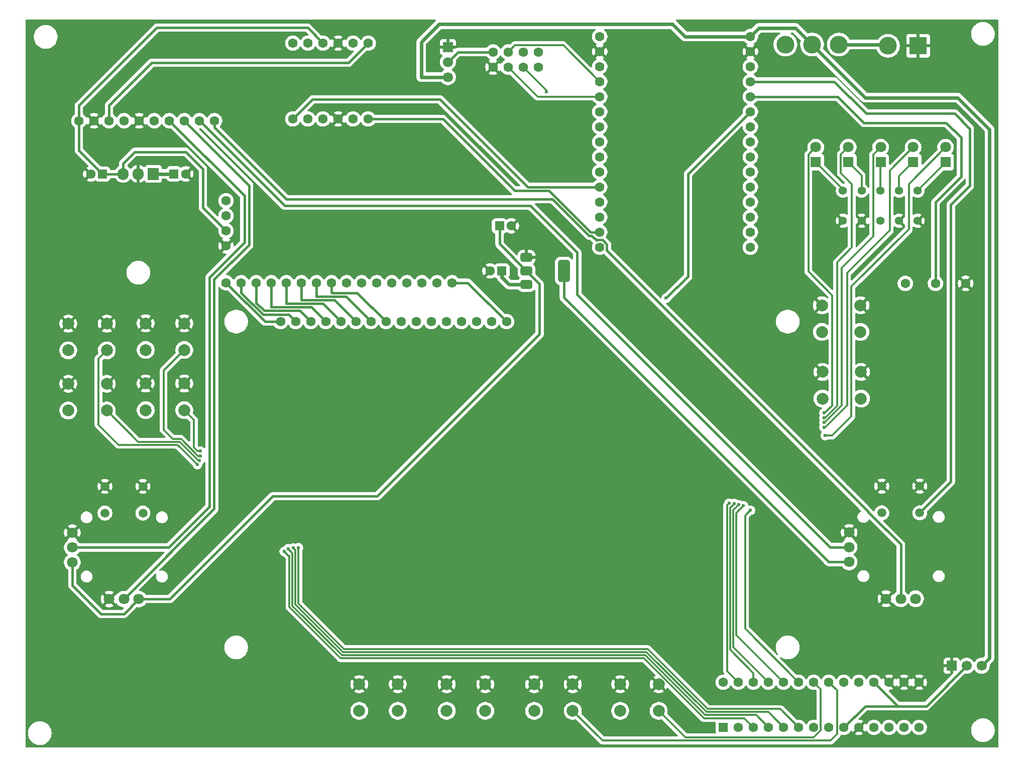
<source format=gbr>
%TF.GenerationSoftware,KiCad,Pcbnew,9.0.3-9.0.3-0~ubuntu22.04.1*%
%TF.CreationDate,2025-09-08T21:59:57-03:00*%
%TF.ProjectId,control,636f6e74-726f-46c2-9e6b-696361645f70,rev?*%
%TF.SameCoordinates,Original*%
%TF.FileFunction,Copper,L1,Top*%
%TF.FilePolarity,Positive*%
%FSLAX46Y46*%
G04 Gerber Fmt 4.6, Leading zero omitted, Abs format (unit mm)*
G04 Created by KiCad (PCBNEW 9.0.3-9.0.3-0~ubuntu22.04.1) date 2025-09-08 21:59:57*
%MOMM*%
%LPD*%
G01*
G04 APERTURE LIST*
G04 Aperture macros list*
%AMRoundRect*
0 Rectangle with rounded corners*
0 $1 Rounding radius*
0 $2 $3 $4 $5 $6 $7 $8 $9 X,Y pos of 4 corners*
0 Add a 4 corners polygon primitive as box body*
4,1,4,$2,$3,$4,$5,$6,$7,$8,$9,$2,$3,0*
0 Add four circle primitives for the rounded corners*
1,1,$1+$1,$2,$3*
1,1,$1+$1,$4,$5*
1,1,$1+$1,$6,$7*
1,1,$1+$1,$8,$9*
0 Add four rect primitives between the rounded corners*
20,1,$1+$1,$2,$3,$4,$5,0*
20,1,$1+$1,$4,$5,$6,$7,0*
20,1,$1+$1,$6,$7,$8,$9,0*
20,1,$1+$1,$8,$9,$2,$3,0*%
G04 Aperture macros list end*
%TA.AperFunction,ComponentPad*%
%ADD10C,2.000000*%
%TD*%
%TA.AperFunction,ComponentPad*%
%ADD11R,1.700000X1.700000*%
%TD*%
%TA.AperFunction,ComponentPad*%
%ADD12C,1.700000*%
%TD*%
%TA.AperFunction,ComponentPad*%
%ADD13R,1.905000X2.000000*%
%TD*%
%TA.AperFunction,ComponentPad*%
%ADD14O,1.905000X2.000000*%
%TD*%
%TA.AperFunction,ComponentPad*%
%ADD15R,3.000000X3.000000*%
%TD*%
%TA.AperFunction,ComponentPad*%
%ADD16C,3.000000*%
%TD*%
%TA.AperFunction,ComponentPad*%
%ADD17C,1.600000*%
%TD*%
%TA.AperFunction,ComponentPad*%
%ADD18R,1.800000X1.800000*%
%TD*%
%TA.AperFunction,ComponentPad*%
%ADD19C,1.800000*%
%TD*%
%TA.AperFunction,ComponentPad*%
%ADD20C,1.400000*%
%TD*%
%TA.AperFunction,ComponentPad*%
%ADD21RoundRect,0.250000X0.550000X0.550000X-0.550000X0.550000X-0.550000X-0.550000X0.550000X-0.550000X0*%
%TD*%
%TA.AperFunction,ComponentPad*%
%ADD22RoundRect,0.250000X0.550000X-0.550000X0.550000X0.550000X-0.550000X0.550000X-0.550000X-0.550000X0*%
%TD*%
%TA.AperFunction,ComponentPad*%
%ADD23C,1.500000*%
%TD*%
%TA.AperFunction,ComponentPad*%
%ADD24RoundRect,0.250000X-0.550000X-0.550000X0.550000X-0.550000X0.550000X0.550000X-0.550000X0.550000X0*%
%TD*%
%TA.AperFunction,SMDPad,CuDef*%
%ADD25RoundRect,0.375000X-0.625000X-0.375000X0.625000X-0.375000X0.625000X0.375000X-0.625000X0.375000X0*%
%TD*%
%TA.AperFunction,SMDPad,CuDef*%
%ADD26RoundRect,0.500000X-0.500000X-1.400000X0.500000X-1.400000X0.500000X1.400000X-0.500000X1.400000X0*%
%TD*%
%TA.AperFunction,ViaPad*%
%ADD27C,0.600000*%
%TD*%
%TA.AperFunction,Conductor*%
%ADD28C,0.400000*%
%TD*%
%TA.AperFunction,Conductor*%
%ADD29C,0.300000*%
%TD*%
%TA.AperFunction,Conductor*%
%ADD30C,0.600000*%
%TD*%
G04 APERTURE END LIST*
D10*
%TO.P,SW3,1,1*%
%TO.N,GND*%
X130100000Y-150250000D03*
X136600000Y-150250000D03*
%TO.P,SW3,2,2*%
%TO.N,Net-(U12-GPB7)*%
X130100000Y-154750000D03*
X136600000Y-154750000D03*
%TD*%
%TO.P,SW11,1,1*%
%TO.N,GND*%
X79350000Y-99500000D03*
X85850000Y-99500000D03*
%TO.P,SW11,2,2*%
%TO.N,Net-(U12-GPB5)*%
X79350000Y-104000000D03*
X85850000Y-104000000D03*
%TD*%
D11*
%TO.P,U10,1,GND*%
%TO.N,GND*%
X215220000Y-147150000D03*
D12*
%TO.P,U10,2,VO*%
%TO.N,Net-(U10-VO)*%
X217760000Y-147150000D03*
%TO.P,U10,3,VI*%
%TO.N,Net-(U1-VCC)*%
X220300000Y-147150000D03*
%TD*%
D13*
%TO.P,U9,1,IN*%
%TO.N,Net-(U1-VCC)*%
X80640000Y-64120000D03*
D14*
%TO.P,U9,2,GND*%
%TO.N,GND*%
X78100000Y-64120000D03*
%TO.P,U9,3,OUT*%
%TO.N,Net-(U11-VCC)*%
X75560000Y-64120000D03*
%TD*%
D15*
%TO.P,U1,1,GND*%
%TO.N,GND*%
X209580000Y-42500000D03*
D16*
%TO.P,U1,2,VCC*%
%TO.N,Net-(U1-VCC)*%
X204500000Y-42500000D03*
%TD*%
D10*
%TO.P,SW8,1,1*%
%TO.N,GND*%
X66300000Y-89400000D03*
X72800000Y-89400000D03*
%TO.P,SW8,2,2*%
%TO.N,Net-(U12-GPB2)*%
X66300000Y-93900000D03*
X72800000Y-93900000D03*
%TD*%
D17*
%TO.P,RV1,1,1*%
%TO.N,Net-(U11-VCC)*%
X207420000Y-82600000D03*
%TO.P,RV1,2,2*%
%TO.N,Net-(U2-GPIO14)*%
X212500000Y-82600000D03*
%TO.P,RV1,3,3*%
%TO.N,GND*%
X217580000Y-82600000D03*
%TD*%
D18*
%TO.P,D1,1,K*%
%TO.N,Net-(D1-K)*%
X192320000Y-62150000D03*
D19*
%TO.P,D1,2,A*%
%TO.N,Net-(D1-A)*%
X192320000Y-59610000D03*
%TD*%
D20*
%TO.P,R2,1*%
%TO.N,GND*%
X200050000Y-72030000D03*
%TO.P,R2,2*%
%TO.N,Net-(D2-K)*%
X200050000Y-66950000D03*
%TD*%
D10*
%TO.P,SW4,1,1*%
%TO.N,GND*%
X144850000Y-150250000D03*
X151350000Y-150250000D03*
%TO.P,SW4,2,2*%
%TO.N,Net-(U12-GPA0)*%
X144850000Y-154750000D03*
X151350000Y-154750000D03*
%TD*%
D21*
%TO.P,C2,1*%
%TO.N,Net-(U11-VCC)*%
X72100000Y-64150000D03*
D17*
%TO.P,C2,2*%
%TO.N,GND*%
X70100000Y-64150000D03*
%TD*%
D10*
%TO.P,SW5,1,1*%
%TO.N,GND*%
X159350000Y-150250000D03*
X165850000Y-150250000D03*
%TO.P,SW5,2,2*%
%TO.N,Net-(U12-GPA1)*%
X159350000Y-154750000D03*
X165850000Y-154750000D03*
%TD*%
D17*
%TO.P,U13,1,VSS*%
%TO.N,Net-(U11-VSS)*%
X102100000Y-89050000D03*
%TO.P,U13,2,VDD*%
%TO.N,Net-(U11-VDD)*%
X104640000Y-89050000D03*
%TO.P,U13,3,V0*%
%TO.N,Net-(U11-V0)*%
X107180000Y-89050000D03*
%TO.P,U13,4,RS*%
%TO.N,Net-(U11-RS)*%
X109720000Y-89050000D03*
%TO.P,U13,5,RW*%
%TO.N,Net-(U11-RW)*%
X112260000Y-89050000D03*
%TO.P,U13,6,E*%
%TO.N,Net-(U11-E)*%
X114800000Y-89050000D03*
%TO.P,U13,7,D0*%
%TO.N,Net-(U11-D0)*%
X117340000Y-89050000D03*
%TO.P,U13,8,D1*%
%TO.N,Net-(U11-D1)*%
X119880000Y-89050000D03*
%TO.P,U13,9,D2*%
%TO.N,Net-(U11-D2)*%
X122420000Y-89050000D03*
%TO.P,U13,10,D3*%
%TO.N,Net-(U11-D3)*%
X124960000Y-89050000D03*
%TO.P,U13,11,D4*%
%TO.N,Net-(U11-D4)*%
X127500000Y-89050000D03*
%TO.P,U13,12,D5*%
%TO.N,Net-(U11-D5)*%
X130040000Y-89050000D03*
%TO.P,U13,13,D6*%
%TO.N,Net-(U11-D6)*%
X132580000Y-89050000D03*
%TO.P,U13,14,D7*%
%TO.N,Net-(U11-D7)*%
X135120000Y-89050000D03*
%TO.P,U13,15,A*%
%TO.N,Net-(U11-A)*%
X137660000Y-89050000D03*
%TO.P,U13,16,K*%
%TO.N,Net-(U11-K)*%
X140200000Y-89050000D03*
%TD*%
D21*
%TO.P,C4,1*%
%TO.N,Net-(U1-VCC)*%
X139400000Y-80500000D03*
D17*
%TO.P,C4,2*%
%TO.N,GND*%
X137400000Y-80500000D03*
%TD*%
D11*
%TO.P,U7,1,GND*%
%TO.N,GND*%
X130300000Y-42710000D03*
D12*
%TO.P,U7,2,VO*%
%TO.N,Net-(U5-VCC)*%
X130300000Y-45250000D03*
%TO.P,U7,3,VI*%
%TO.N,Net-(U1-VCC)*%
X130300000Y-47790000D03*
%TD*%
D10*
%TO.P,SW7,1,1*%
%TO.N,GND*%
X193450000Y-97550000D03*
X199950000Y-97550000D03*
%TO.P,SW7,2,2*%
%TO.N,Net-(U12-GPB1)*%
X193450000Y-102050000D03*
X199950000Y-102050000D03*
%TD*%
D20*
%TO.P,R4,1*%
%TO.N,GND*%
X206350000Y-72030000D03*
%TO.P,R4,2*%
%TO.N,Net-(D4-K)*%
X206350000Y-66950000D03*
%TD*%
D22*
%TO.P,U12,1,GPB0*%
%TO.N,Net-(U12-GPB0)*%
X176740000Y-157550000D03*
D17*
%TO.P,U12,2,GPB1*%
%TO.N,Net-(U12-GPB1)*%
X179280000Y-157550000D03*
%TO.P,U12,3,GPB2*%
%TO.N,Net-(U12-GPB2)*%
X181820000Y-157550000D03*
%TO.P,U12,4,GPB3*%
%TO.N,Net-(U12-GPB3)*%
X184360000Y-157550000D03*
%TO.P,U12,5,GPB4*%
%TO.N,Net-(U12-GPB4)*%
X186900000Y-157550000D03*
%TO.P,U12,6,GPB5*%
%TO.N,Net-(U12-GPB5)*%
X189440000Y-157550000D03*
%TO.P,U12,7,GPB6*%
%TO.N,Net-(U12-GPB6)*%
X191980000Y-157550000D03*
%TO.P,U12,8,GPB7*%
%TO.N,Net-(U12-GPB7)*%
X194520000Y-157550000D03*
%TO.P,U12,9,VDD*%
%TO.N,Net-(U10-VO)*%
X197060000Y-157550000D03*
%TO.P,U12,10,VSS*%
%TO.N,GND*%
X199600000Y-157550000D03*
%TO.P,U12,11,NC*%
%TO.N,unconnected-(U12-NC-Pad11)*%
X202140000Y-157550000D03*
%TO.P,U12,12,SCK*%
%TO.N,Net-(U12-SCK)*%
X204680000Y-157550000D03*
%TO.P,U12,13,SDA*%
%TO.N,Net-(U12-SDA)*%
X207220000Y-157550000D03*
%TO.P,U12,14,NC*%
%TO.N,unconnected-(U12-NC-Pad14)*%
X209760000Y-157550000D03*
%TO.P,U12,15,A0*%
%TO.N,GND*%
X209760000Y-149930000D03*
%TO.P,U12,16,A1*%
X207220000Y-149930000D03*
%TO.P,U12,17,A2*%
X204680000Y-149930000D03*
%TO.P,U12,18,~{RESET}*%
%TO.N,Net-(U10-VO)*%
X202140000Y-149930000D03*
%TO.P,U12,19,INTB*%
%TO.N,unconnected-(U12-INTB-Pad19)*%
X199600000Y-149930000D03*
%TO.P,U12,20,INTA*%
%TO.N,unconnected-(U12-INTA-Pad20)*%
X197060000Y-149930000D03*
%TO.P,U12,21,GPA0*%
%TO.N,Net-(U12-GPA0)*%
X194520000Y-149930000D03*
%TO.P,U12,22,GPA1*%
%TO.N,Net-(U12-GPA1)*%
X191980000Y-149930000D03*
%TO.P,U12,23,GPA2*%
%TO.N,Net-(D5-A)*%
X189440000Y-149930000D03*
%TO.P,U12,24,GPA3*%
%TO.N,Net-(D4-A)*%
X186900000Y-149930000D03*
%TO.P,U12,25,GPA4*%
%TO.N,Net-(D3-A)*%
X184360000Y-149930000D03*
%TO.P,U12,26,GPA5*%
%TO.N,Net-(D2-A)*%
X181820000Y-149930000D03*
%TO.P,U12,27,GPA6*%
%TO.N,Net-(D1-A)*%
X179280000Y-149930000D03*
%TO.P,U12,28,GPA7*%
%TO.N,unconnected-(U12-GPA7-Pad28)*%
X176740000Y-149930000D03*
%TD*%
D18*
%TO.P,D5,1,K*%
%TO.N,Net-(D5-K)*%
X214200000Y-62150000D03*
D19*
%TO.P,D5,2,A*%
%TO.N,Net-(D5-A)*%
X214200000Y-59610000D03*
%TD*%
D20*
%TO.P,R3,1*%
%TO.N,GND*%
X203200000Y-72030000D03*
%TO.P,R3,2*%
%TO.N,Net-(D3-K)*%
X203200000Y-66950000D03*
%TD*%
D19*
%TO.P,U3,1,VCC*%
%TO.N,Net-(U14-VO)*%
X197950000Y-129628620D03*
X209150000Y-135828620D03*
%TO.P,U3,2,GND*%
%TO.N,GND*%
X197950000Y-124628620D03*
D23*
X203450000Y-116828620D03*
D19*
X204150000Y-135828620D03*
D23*
X209850000Y-116828620D03*
D19*
%TO.P,U3,3,VX*%
%TO.N,Net-(U3-VX)*%
X206650000Y-135828620D03*
%TO.P,U3,4,VY*%
%TO.N,Net-(U3-VY)*%
X197950000Y-127128620D03*
D23*
%TO.P,U3,5,PB*%
%TO.N,Net-(U2-GPIO12)*%
X203450000Y-121328620D03*
X209850000Y-121328620D03*
%TD*%
D10*
%TO.P,SW9,1,1*%
%TO.N,GND*%
X66300000Y-99550000D03*
X72800000Y-99550000D03*
%TO.P,SW9,2,2*%
%TO.N,Net-(U12-GPB3)*%
X66300000Y-104050000D03*
X72800000Y-104050000D03*
%TD*%
D24*
%TO.P,C3,1*%
%TO.N,Net-(U14-VO)*%
X139000000Y-72900000D03*
D17*
%TO.P,C3,2*%
%TO.N,GND*%
X141000000Y-72900000D03*
%TD*%
D16*
%TO.P,SW1,1,1*%
%TO.N,Net-(U1-VCC)*%
X196200000Y-42300000D03*
%TO.P,SW1,2,2*%
X191700000Y-42300000D03*
%TO.P,SW1,3*%
%TO.N,N/C*%
X187200000Y-42300000D03*
%TD*%
D24*
%TO.P,C1,1*%
%TO.N,Net-(U1-VCC)*%
X84100000Y-64120000D03*
D17*
%TO.P,C1,2*%
%TO.N,GND*%
X86100000Y-64120000D03*
%TD*%
%TO.P,U6,1,ADDR*%
%TO.N,GND*%
X78260000Y-55150000D03*
%TO.P,U6,2,ALERT/RDY*%
%TO.N,unconnected-(U6-ALERT{slash}RDY-Pad2)*%
X80800000Y-55150000D03*
%TO.P,U6,3,GND*%
%TO.N,GND*%
X70640000Y-55150000D03*
%TO.P,U6,4,AIN0*%
%TO.N,Net-(U4-VY)*%
X83340000Y-55150000D03*
%TO.P,U6,5,AIN1*%
%TO.N,Net-(U4-VX)*%
X85880000Y-55150000D03*
%TO.P,U6,6,AIN2*%
%TO.N,Net-(U3-VY)*%
X88420000Y-55150000D03*
%TO.P,U6,7,AIN3*%
%TO.N,Net-(U3-VX)*%
X90960000Y-55150000D03*
%TO.P,U6,8,VDD*%
%TO.N,Net-(U11-VCC)*%
X68100000Y-55150000D03*
%TO.P,U6,9,SDA*%
%TO.N,Net-(U11-SDA)*%
X75720000Y-55150000D03*
%TO.P,U6,10,SCL*%
%TO.N,Net-(U11-SCL)*%
X73180000Y-55150000D03*
%TD*%
D18*
%TO.P,D2,1,K*%
%TO.N,Net-(D2-K)*%
X197790000Y-62150000D03*
D19*
%TO.P,D2,2,A*%
%TO.N,Net-(D2-A)*%
X197790000Y-59610000D03*
%TD*%
D20*
%TO.P,R1,1*%
%TO.N,GND*%
X196900000Y-72030000D03*
%TO.P,R1,2*%
%TO.N,Net-(D1-K)*%
X196900000Y-66950000D03*
%TD*%
D17*
%TO.P,U8,1,TXO*%
%TO.N,Net-(U11-SCL)*%
X116880000Y-42050000D03*
%TO.P,U8,2,RXI*%
%TO.N,unconnected-(U8-RXI-Pad2)*%
X114340000Y-42050000D03*
%TO.P,U8,3,GND*%
%TO.N,GND*%
X111800000Y-42050000D03*
%TO.P,U8,4,HV*%
%TO.N,Net-(U11-VCC)*%
X109260000Y-42050000D03*
%TO.P,U8,5,RXI*%
%TO.N,unconnected-(U8-RXI-Pad5)*%
X106720000Y-42050000D03*
%TO.P,U8,6,TXO*%
%TO.N,Net-(U11-SDA)*%
X104180000Y-42050000D03*
%TO.P,U8,7,TXI*%
%TO.N,Net-(U12-SCK)*%
X116860000Y-54850000D03*
%TO.P,U8,8,RXO*%
%TO.N,unconnected-(U8-RXO-Pad8)*%
X114320000Y-54850000D03*
%TO.P,U8,9,GND*%
%TO.N,GND*%
X111780000Y-54850000D03*
%TO.P,U8,10,LV*%
%TO.N,Net-(U2-3.3v)*%
X109240000Y-54850000D03*
%TO.P,U8,11,RXO*%
%TO.N,unconnected-(U8-RXO-Pad11)*%
X106700000Y-54850000D03*
%TO.P,U8,12,TXI*%
%TO.N,Net-(U12-SDA)*%
X104160000Y-54850000D03*
%TD*%
D10*
%TO.P,SW2,1,1*%
%TO.N,GND*%
X115350000Y-150250000D03*
X121850000Y-150250000D03*
%TO.P,SW2,2,2*%
%TO.N,Net-(U12-GPB6)*%
X115350000Y-154750000D03*
X121850000Y-154750000D03*
%TD*%
D17*
%TO.P,U5,1,GND*%
%TO.N,GND*%
X137900000Y-46090000D03*
%TO.P,U5,2,VCC*%
%TO.N,Net-(U5-VCC)*%
X137900000Y-43550000D03*
%TO.P,U5,3,CE*%
%TO.N,Net-(U2-GPIO4)*%
X140440000Y-46090000D03*
%TO.P,U5,4,CSN*%
%TO.N,Net-(U2-GPIO2)*%
X140440000Y-43550000D03*
%TO.P,U5,5,SCK*%
%TO.N,Net-(U2-GPIO18)*%
X142980000Y-46090000D03*
%TO.P,U5,6,MOSI*%
%TO.N,Net-(U2-GPIO23)*%
X142980000Y-43550000D03*
%TO.P,U5,7,MISO*%
%TO.N,Net-(U2-GPIO19)*%
X145520000Y-46090000D03*
%TO.P,U5,8,IRQ*%
%TO.N,unconnected-(U5-IRQ-Pad8)*%
X145520000Y-43550000D03*
%TD*%
D18*
%TO.P,D4,1,K*%
%TO.N,Net-(D4-K)*%
X208730000Y-62150000D03*
D19*
%TO.P,D4,2,A*%
%TO.N,Net-(D4-A)*%
X208730000Y-59610000D03*
%TD*%
D10*
%TO.P,SW6,1,1*%
%TO.N,GND*%
X193350000Y-86300000D03*
X199850000Y-86300000D03*
%TO.P,SW6,2,2*%
%TO.N,Net-(U12-GPB0)*%
X193350000Y-90800000D03*
X199850000Y-90800000D03*
%TD*%
%TO.P,SW10,1,1*%
%TO.N,GND*%
X79350000Y-89350000D03*
X85850000Y-89350000D03*
%TO.P,SW10,2,2*%
%TO.N,Net-(U12-GPB4)*%
X79350000Y-93850000D03*
X85850000Y-93850000D03*
%TD*%
D17*
%TO.P,U2,1,EN*%
%TO.N,unconnected-(U2-EN-Pad1)*%
X181300000Y-76490000D03*
%TO.P,U2,2,GPIO36*%
%TO.N,unconnected-(U2-GPIO36-Pad2)*%
X181300000Y-73950000D03*
%TO.P,U2,3,GPIO39*%
%TO.N,unconnected-(U2-GPIO39-Pad3)*%
X181300000Y-71410000D03*
%TO.P,U2,4,GPIO34*%
%TO.N,unconnected-(U2-GPIO34-Pad4)*%
X181300000Y-68870000D03*
%TO.P,U2,5,GPIO35*%
%TO.N,unconnected-(U2-GPIO35-Pad5)*%
X181300000Y-66330000D03*
%TO.P,U2,6,GPIO32*%
%TO.N,unconnected-(U2-GPIO32-Pad6)*%
X181300000Y-63790000D03*
%TO.P,U2,7,GPIO33*%
%TO.N,unconnected-(U2-GPIO33-Pad7)*%
X181300000Y-61250000D03*
%TO.P,U2,8,GPIO25*%
%TO.N,unconnected-(U2-GPIO25-Pad8)*%
X181300000Y-58710000D03*
%TO.P,U2,9,GPIO26*%
%TO.N,unconnected-(U2-GPIO26-Pad9)*%
X181300000Y-56170000D03*
%TO.P,U2,10,GPIO27*%
%TO.N,Net-(U2-GPIO27)*%
X181300000Y-53630000D03*
%TO.P,U2,11,GPIO14*%
%TO.N,Net-(U2-GPIO14)*%
X181300000Y-51090000D03*
%TO.P,U2,12,GPIO12*%
%TO.N,Net-(U2-GPIO12)*%
X181300000Y-48550000D03*
%TO.P,U2,13,GPIO13*%
%TO.N,unconnected-(U2-GPIO13-Pad13)*%
X181300000Y-46010000D03*
%TO.P,U2,14,GND*%
%TO.N,GND*%
X181300000Y-43470000D03*
%TO.P,U2,15,VIN*%
%TO.N,Net-(U1-VCC)*%
X181300000Y-40930000D03*
%TO.P,U2,16,GPIO23*%
%TO.N,Net-(U2-GPIO23)*%
X155900000Y-76490000D03*
%TO.P,U2,17,GPIO22*%
%TO.N,Net-(U12-SCK)*%
X155900000Y-73950000D03*
%TO.P,U2,18,GPIO1*%
%TO.N,unconnected-(U2-GPIO1-Pad18)*%
X155900000Y-71410000D03*
%TO.P,U2,19,GPIO3*%
%TO.N,unconnected-(U2-GPIO3-Pad19)*%
X155900000Y-68870000D03*
%TO.P,U2,20,GPIO21*%
%TO.N,Net-(U12-SDA)*%
X155900000Y-66330000D03*
%TO.P,U2,21,GPIO19*%
%TO.N,Net-(U2-GPIO19)*%
X155900000Y-63790000D03*
%TO.P,U2,22,GPIO18*%
%TO.N,Net-(U2-GPIO18)*%
X155900000Y-61250000D03*
%TO.P,U2,23,GPIO5*%
%TO.N,unconnected-(U2-GPIO5-Pad23)*%
X155900000Y-58710000D03*
%TO.P,U2,24,GPIO17*%
%TO.N,unconnected-(U2-GPIO17-Pad24)*%
X155900000Y-56170000D03*
%TO.P,U2,25,GPIO16*%
%TO.N,unconnected-(U2-GPIO16-Pad25)*%
X155900000Y-53630000D03*
%TO.P,U2,26,GPIO4*%
%TO.N,Net-(U2-GPIO4)*%
X155900000Y-51090000D03*
%TO.P,U2,27,GPIO2*%
%TO.N,Net-(U2-GPIO2)*%
X155900000Y-48550000D03*
%TO.P,U2,28,GPIO15*%
%TO.N,unconnected-(U2-GPIO15-Pad28)*%
X155900000Y-46010000D03*
%TO.P,U2,29,GND*%
%TO.N,GND*%
X155900000Y-43470000D03*
%TO.P,U2,30,3.3v*%
%TO.N,Net-(U2-3.3v)*%
X155900000Y-40930000D03*
%TD*%
D20*
%TO.P,R5,1*%
%TO.N,GND*%
X209500000Y-72030000D03*
%TO.P,R5,2*%
%TO.N,Net-(D5-K)*%
X209500000Y-66950000D03*
%TD*%
D18*
%TO.P,D3,1,K*%
%TO.N,Net-(D3-K)*%
X203260000Y-62150000D03*
D19*
%TO.P,D3,2,A*%
%TO.N,Net-(D3-A)*%
X203260000Y-59610000D03*
%TD*%
%TO.P,U4,1,VCC*%
%TO.N,Net-(U14-VO)*%
X66980000Y-129679839D03*
X78180000Y-135879839D03*
%TO.P,U4,2,GND*%
%TO.N,GND*%
X66980000Y-124679839D03*
D23*
X72480000Y-116879839D03*
D19*
X73180000Y-135879839D03*
D23*
X78880000Y-116879839D03*
D19*
%TO.P,U4,3,VX*%
%TO.N,Net-(U4-VX)*%
X75680000Y-135879839D03*
%TO.P,U4,4,VY*%
%TO.N,Net-(U4-VY)*%
X66980000Y-127179839D03*
D23*
%TO.P,U4,5,PB*%
%TO.N,Net-(U2-GPIO27)*%
X72480000Y-121379839D03*
X78880000Y-121379839D03*
%TD*%
D17*
%TO.P,U11,1,GND*%
%TO.N,GND*%
X92900000Y-76280000D03*
%TO.P,U11,2,VCC*%
%TO.N,Net-(U11-VCC)*%
X92900000Y-73740000D03*
%TO.P,U11,3,SDA*%
%TO.N,Net-(U11-SDA)*%
X92900000Y-71200000D03*
%TO.P,U11,4,SCL*%
%TO.N,Net-(U11-SCL)*%
X92900000Y-68660000D03*
%TO.P,U11,5,VSS*%
%TO.N,Net-(U11-VSS)*%
X92920000Y-82500000D03*
%TO.P,U11,6,VDD*%
%TO.N,Net-(U11-VDD)*%
X95460000Y-82500000D03*
%TO.P,U11,7,V0*%
%TO.N,Net-(U11-V0)*%
X98000000Y-82500000D03*
%TO.P,U11,8,RS*%
%TO.N,Net-(U11-RS)*%
X100540000Y-82500000D03*
%TO.P,U11,9,RW*%
%TO.N,Net-(U11-RW)*%
X103080000Y-82500000D03*
%TO.P,U11,10,E*%
%TO.N,Net-(U11-E)*%
X105620000Y-82500000D03*
%TO.P,U11,11,D0*%
%TO.N,Net-(U11-D0)*%
X108160000Y-82500000D03*
%TO.P,U11,12,D1*%
%TO.N,Net-(U11-D1)*%
X110700000Y-82500000D03*
%TO.P,U11,13,D2*%
%TO.N,Net-(U11-D2)*%
X113240000Y-82500000D03*
%TO.P,U11,14,D3*%
%TO.N,Net-(U11-D3)*%
X115780000Y-82500000D03*
%TO.P,U11,15,D4*%
%TO.N,Net-(U11-D4)*%
X118320000Y-82500000D03*
%TO.P,U11,16,D5*%
%TO.N,Net-(U11-D5)*%
X120860000Y-82500000D03*
%TO.P,U11,17,D6*%
%TO.N,Net-(U11-D6)*%
X123400000Y-82500000D03*
%TO.P,U11,18,D7*%
%TO.N,Net-(U11-D7)*%
X125940000Y-82500000D03*
%TO.P,U11,19,A*%
%TO.N,Net-(U11-A)*%
X128480000Y-82500000D03*
%TO.P,U11,20,K*%
%TO.N,Net-(U11-K)*%
X131020000Y-82500000D03*
%TD*%
D25*
%TO.P,U14,1,GND*%
%TO.N,GND*%
X143550000Y-78200000D03*
%TO.P,U14,2,VO*%
%TO.N,Net-(U14-VO)*%
X143550000Y-80500000D03*
D26*
X149850000Y-80500000D03*
D25*
%TO.P,U14,3,VI*%
%TO.N,Net-(U1-VCC)*%
X143550000Y-82800000D03*
%TD*%
D27*
%TO.N,Net-(D1-A)*%
X177700000Y-119700000D03*
X193700000Y-104500000D03*
%TO.N,Net-(D2-A)*%
X193700000Y-105300000D03*
X178559620Y-119759620D03*
%TO.N,Net-(D3-A)*%
X193700000Y-106100003D03*
X179345587Y-119973652D03*
%TO.N,Net-(D4-A)*%
X193700000Y-106900006D03*
X180131790Y-120121602D03*
%TO.N,Net-(D5-A)*%
X193900000Y-108300000D03*
X181300000Y-120900000D03*
%TO.N,Net-(U12-GPB2)*%
X102703475Y-127847676D03*
X88063261Y-113194573D03*
%TO.N,Net-(U12-GPB3)*%
X88431135Y-112484170D03*
X103358796Y-127388808D03*
%TO.N,Net-(U12-GPB4)*%
X104240380Y-127259620D03*
X88589156Y-111699929D03*
%TO.N,Net-(U12-GPB5)*%
X88600000Y-110900000D03*
X105100000Y-127200000D03*
%TO.N,Net-(U2-GPIO27)*%
X167100000Y-85100000D03*
%TO.N,Net-(U2-GPIO18)*%
X146900000Y-50250000D03*
%TD*%
D28*
%TO.N,Net-(U11-VCC)*%
X72100000Y-64150000D02*
X75530000Y-64150000D01*
X81200000Y-39450000D02*
X106660000Y-39450000D01*
X89000000Y-69840000D02*
X89000000Y-63300000D01*
X106660000Y-39450000D02*
X109260000Y-42050000D01*
X77500000Y-60400000D02*
X75560000Y-62340000D01*
X68100000Y-60150000D02*
X72100000Y-64150000D01*
X68100000Y-55150000D02*
X68100000Y-60150000D01*
X75560000Y-62340000D02*
X75560000Y-64120000D01*
X68100000Y-55150000D02*
X68100000Y-52550000D01*
X89000000Y-63300000D02*
X86100000Y-60400000D01*
X68100000Y-52550000D02*
X81200000Y-39450000D01*
X75530000Y-64150000D02*
X75560000Y-64120000D01*
X92900000Y-73740000D02*
X89000000Y-69840000D01*
X72100000Y-64150000D02*
X72100000Y-63750000D01*
X86100000Y-60400000D02*
X77500000Y-60400000D01*
D29*
%TO.N,Net-(D1-A)*%
X179280000Y-149930000D02*
X177400000Y-148050000D01*
X191069000Y-80619000D02*
X195100000Y-84650000D01*
X177400000Y-120000000D02*
X177700000Y-119700000D01*
X193700000Y-104500000D02*
X193850000Y-104500000D01*
X177400000Y-148050000D02*
X177400000Y-120950000D01*
X195100000Y-84650000D02*
X195100000Y-103250000D01*
X191069000Y-60861000D02*
X191069000Y-80619000D01*
X192320000Y-59610000D02*
X191069000Y-60861000D01*
X177400000Y-120950000D02*
X177400000Y-120000000D01*
X193850000Y-104500000D02*
X195100000Y-103250000D01*
%TO.N,Net-(D1-K)*%
X196900000Y-66730000D02*
X192320000Y-62150000D01*
X196900000Y-66950000D02*
X196900000Y-66730000D01*
%TO.N,Net-(D2-K)*%
X200050000Y-64410000D02*
X197790000Y-62150000D01*
X200050000Y-66950000D02*
X200050000Y-64410000D01*
%TO.N,Net-(D2-A)*%
X196539000Y-63989000D02*
X196539000Y-60861000D01*
X177901000Y-144450000D02*
X181820000Y-148369000D01*
X195900000Y-103300000D02*
X195900000Y-79050000D01*
X198400000Y-76550000D02*
X198400000Y-65850000D01*
X181820000Y-148369000D02*
X181820000Y-149930000D01*
X195900000Y-79050000D02*
X198400000Y-76550000D01*
X178447017Y-119872223D02*
X178447017Y-119952983D01*
X196539000Y-60861000D02*
X197790000Y-59610000D01*
X193900000Y-105300000D02*
X195900000Y-103300000D01*
X198400000Y-65850000D02*
X196539000Y-63989000D01*
X178559620Y-119759620D02*
X178447017Y-119872223D01*
X177901000Y-120499000D02*
X177901000Y-144450000D01*
X193700000Y-105300000D02*
X193900000Y-105300000D01*
X178447017Y-119952983D02*
X177901000Y-120499000D01*
%TO.N,Net-(D3-K)*%
X203200000Y-66950000D02*
X203200000Y-62210000D01*
X203200000Y-62210000D02*
X203260000Y-62150000D01*
%TO.N,Net-(D3-A)*%
X196700000Y-103220654D02*
X196700000Y-79951000D01*
X193820651Y-106100003D02*
X196700000Y-103220654D01*
X184360000Y-149930000D02*
X178402000Y-143972000D01*
X202009000Y-60861000D02*
X203260000Y-59610000D01*
X193700000Y-106100003D02*
X193820651Y-106100003D01*
X178402000Y-143972000D02*
X178402000Y-121365041D01*
X178402000Y-121365041D02*
X178402000Y-120917239D01*
X178402000Y-120917239D02*
X179345587Y-119973652D01*
X202009000Y-74642000D02*
X202009000Y-60861000D01*
X196700000Y-79951000D02*
X202009000Y-74642000D01*
%TO.N,Net-(D4-K)*%
X206350000Y-64530000D02*
X208730000Y-62150000D01*
X206350000Y-66950000D02*
X206350000Y-64530000D01*
%TO.N,Net-(D4-A)*%
X178903000Y-121572562D02*
X178903000Y-121350392D01*
X204800000Y-63540000D02*
X208730000Y-59610000D01*
X178903000Y-141933000D02*
X178903000Y-121572562D01*
X197600000Y-80853000D02*
X204800000Y-73653000D01*
X193700000Y-106900006D02*
X193899994Y-106900006D01*
X197600000Y-103200000D02*
X197600000Y-80853000D01*
X186900000Y-149930000D02*
X178903000Y-141933000D01*
X204800000Y-73653000D02*
X204800000Y-63540000D01*
X178903000Y-121350392D02*
X180131790Y-120121602D01*
X193899994Y-106900006D02*
X197600000Y-103200000D01*
%TO.N,Net-(D5-A)*%
X180400000Y-121800000D02*
X181300000Y-120900000D01*
X208000000Y-65810000D02*
X208000000Y-73450000D01*
X195050000Y-108300000D02*
X198300000Y-105050000D01*
X180400000Y-122850000D02*
X180400000Y-140890000D01*
X180400000Y-140890000D02*
X189440000Y-149930000D01*
X208000000Y-73450000D02*
X198300000Y-83150000D01*
X198300000Y-83150000D02*
X198300000Y-105050000D01*
X180400000Y-122850000D02*
X180400000Y-121800000D01*
X214200000Y-59610000D02*
X208000000Y-65810000D01*
X193900000Y-108300000D02*
X195050000Y-108300000D01*
%TO.N,Net-(D5-K)*%
X214200000Y-62250000D02*
X214200000Y-62150000D01*
X209500000Y-66950000D02*
X214200000Y-62250000D01*
D28*
%TO.N,Net-(U2-GPIO12)*%
X218300000Y-66100000D02*
X218300000Y-56500000D01*
X215700000Y-53900000D02*
X200800000Y-53900000D01*
X215100000Y-69300000D02*
X218300000Y-66100000D01*
X200800000Y-53900000D02*
X195450000Y-48550000D01*
X218300000Y-56500000D02*
X215700000Y-53900000D01*
X195450000Y-48550000D02*
X181300000Y-48550000D01*
X215100000Y-116078620D02*
X215100000Y-69300000D01*
X209850000Y-121328620D02*
X215100000Y-116078620D01*
D30*
%TO.N,Net-(U1-VCC)*%
X170280000Y-40930000D02*
X168200000Y-38850000D01*
X207800000Y-51250000D02*
X208300000Y-51250000D01*
X188900000Y-39500000D02*
X191700000Y-42300000D01*
X181300000Y-40930000D02*
X182730000Y-39500000D01*
X139400000Y-81600000D02*
X140600000Y-82800000D01*
X80640000Y-64120000D02*
X84100000Y-64120000D01*
X191700000Y-42300000D02*
X200650000Y-51250000D01*
X196200000Y-42300000D02*
X204300000Y-42300000D01*
X139400000Y-80500000D02*
X139400000Y-81600000D01*
X208300000Y-51250000D02*
X216250000Y-51250000D01*
X140600000Y-82800000D02*
X143550000Y-82800000D01*
X196400000Y-42500000D02*
X196200000Y-42300000D01*
X216250000Y-51250000D02*
X221600000Y-56600000D01*
X125800000Y-41850000D02*
X125800000Y-47790000D01*
X182730000Y-39500000D02*
X188900000Y-39500000D01*
X200650000Y-51250000D02*
X208300000Y-51250000D01*
X221600000Y-56600000D02*
X221600000Y-145850000D01*
X221600000Y-145850000D02*
X220300000Y-147150000D01*
X204300000Y-42300000D02*
X204500000Y-42500000D01*
X130300000Y-47790000D02*
X125800000Y-47790000D01*
X168200000Y-38850000D02*
X128800000Y-38850000D01*
X128800000Y-38850000D02*
X125800000Y-41850000D01*
D28*
X207800000Y-51250000D02*
X200650000Y-51250000D01*
D30*
X181300000Y-40930000D02*
X170280000Y-40930000D01*
D29*
%TO.N,Net-(U12-GPA0)*%
X194800000Y-159750000D02*
X195900000Y-158650000D01*
X195900000Y-158650000D02*
X195900000Y-151310000D01*
X156350000Y-159750000D02*
X194800000Y-159750000D01*
X151350000Y-154750000D02*
X156350000Y-159750000D01*
X195900000Y-151310000D02*
X194520000Y-149930000D01*
%TO.N,Net-(U12-GPA1)*%
X193131000Y-158026760D02*
X193131000Y-151081000D01*
X170349000Y-159249000D02*
X191908760Y-159249000D01*
X191908760Y-159249000D02*
X193131000Y-158026760D01*
X193131000Y-151081000D02*
X191980000Y-149930000D01*
X165850000Y-154750000D02*
X170349000Y-159249000D01*
%TO.N,Net-(U12-GPB2)*%
X84700000Y-109850000D02*
X74800000Y-109850000D01*
X103600000Y-137250000D02*
X112200000Y-145850000D01*
X85181312Y-110331312D02*
X84700000Y-109850000D01*
X85200000Y-110331312D02*
X85181312Y-110331312D01*
X71399000Y-106449000D02*
X71399000Y-95301000D01*
X163360603Y-145850000D02*
X173500000Y-155989397D01*
X173500000Y-155989397D02*
X180259397Y-155989397D01*
X88063261Y-113194573D02*
X85200000Y-110331312D01*
X112200000Y-145850000D02*
X163360603Y-145850000D01*
X180259397Y-155989397D02*
X181820000Y-157550000D01*
X74800000Y-109850000D02*
X71399000Y-106449000D01*
X71399000Y-95301000D02*
X72800000Y-93900000D01*
X103405799Y-128550000D02*
X102703475Y-127847676D01*
X103600000Y-128550000D02*
X103600000Y-137250000D01*
X103600000Y-128550000D02*
X103405799Y-128550000D01*
%TO.N,Net-(U12-GPB3)*%
X104101000Y-128131012D02*
X103358796Y-127388808D01*
X85107521Y-109349000D02*
X78099000Y-109349000D01*
X163568123Y-145349000D02*
X112407520Y-145349000D01*
X173669123Y-155450000D02*
X163568123Y-145349000D01*
X88242691Y-112484170D02*
X85107521Y-109349000D01*
X184360000Y-157550000D02*
X182260000Y-155450000D01*
X78099000Y-109349000D02*
X72800000Y-104050000D01*
X88431135Y-112484170D02*
X88242691Y-112484170D01*
X112407520Y-145349000D02*
X104101000Y-137042480D01*
X182260000Y-155450000D02*
X173669123Y-155450000D01*
X104101000Y-137042480D02*
X104101000Y-128342479D01*
X104101000Y-128342479D02*
X104101000Y-128131012D01*
%TO.N,Net-(U12-GPB4)*%
X184900000Y-155550000D02*
X186900000Y-157550000D01*
X184299000Y-154949000D02*
X184900000Y-155550000D01*
X88589156Y-111699929D02*
X88166970Y-111699929D01*
X85850000Y-93850000D02*
X82350000Y-97350000D01*
X82675000Y-97025000D02*
X82350000Y-97350000D01*
X82350000Y-97350000D02*
X82350000Y-107300000D01*
X85850000Y-93850000D02*
X82675000Y-97025000D01*
X104602000Y-136834960D02*
X112615040Y-144848000D01*
X104602000Y-128134958D02*
X104602000Y-136834960D01*
X163775644Y-144848000D02*
X173876643Y-154949000D01*
X173876643Y-154949000D02*
X184299000Y-154949000D01*
X112615040Y-144848000D02*
X163775644Y-144848000D01*
X88166970Y-111699929D02*
X85315041Y-108848000D01*
X83898000Y-108848000D02*
X85315041Y-108848000D01*
X82350000Y-107300000D02*
X83898000Y-108848000D01*
X104602000Y-127621240D02*
X104240380Y-127259620D01*
X104602000Y-128134958D02*
X104602000Y-127621240D01*
%TO.N,Net-(U12-GPB5)*%
X88600000Y-110900000D02*
X88075562Y-110900000D01*
X112822560Y-144347000D02*
X105103000Y-136627440D01*
X87500000Y-110324438D02*
X87500000Y-105650000D01*
X163983165Y-144347000D02*
X112822560Y-144347000D01*
X105103000Y-127927437D02*
X105103000Y-127203000D01*
X88075562Y-110900000D02*
X87500000Y-110324438D01*
X189440000Y-157550000D02*
X186338000Y-154448000D01*
X87500000Y-105650000D02*
X85850000Y-104000000D01*
X105103000Y-136627440D02*
X105103000Y-127927437D01*
X174084163Y-154448000D02*
X163983165Y-144347000D01*
X105103000Y-127203000D02*
X105100000Y-127200000D01*
X186338000Y-154448000D02*
X174084163Y-154448000D01*
%TO.N,Net-(U2-GPIO2)*%
X141591000Y-42399000D02*
X149749000Y-42399000D01*
X140440000Y-43550000D02*
X141591000Y-42399000D01*
X149749000Y-42399000D02*
X155900000Y-48550000D01*
D28*
%TO.N,Net-(U2-GPIO27)*%
X170800000Y-64130000D02*
X181300000Y-53630000D01*
X170800000Y-81400000D02*
X170800000Y-64130000D01*
X167100000Y-85100000D02*
X170800000Y-81400000D01*
%TO.N,Net-(U12-SCK)*%
X154350000Y-73950000D02*
X155900000Y-73950000D01*
X116860000Y-54850000D02*
X129450000Y-54850000D01*
X141531000Y-66931000D02*
X147331000Y-66931000D01*
X147331000Y-66931000D02*
X154350000Y-73950000D01*
X129450000Y-54850000D02*
X141531000Y-66931000D01*
%TO.N,Net-(U2-GPIO14)*%
X216800000Y-64600000D02*
X216800000Y-58000000D01*
X212500000Y-82600000D02*
X212500000Y-68900000D01*
X200400000Y-55500000D02*
X195990000Y-51090000D01*
X216800000Y-58000000D02*
X214300000Y-55500000D01*
X212500000Y-68900000D02*
X216800000Y-64600000D01*
X195990000Y-51090000D02*
X181300000Y-51090000D01*
X214300000Y-55500000D02*
X200400000Y-55500000D01*
D29*
%TO.N,Net-(U2-GPIO18)*%
X146900000Y-50010000D02*
X146900000Y-50250000D01*
X142980000Y-46090000D02*
X146900000Y-50010000D01*
D28*
%TO.N,Net-(U12-SDA)*%
X143780000Y-66330000D02*
X155900000Y-66330000D01*
X107460000Y-51550000D02*
X129000000Y-51550000D01*
X129000000Y-51550000D02*
X143780000Y-66330000D01*
X104160000Y-54850000D02*
X107460000Y-51550000D01*
D29*
%TO.N,Net-(U2-GPIO4)*%
X140440000Y-46090000D02*
X145440000Y-51090000D01*
X145440000Y-51090000D02*
X155900000Y-51090000D01*
D28*
%TO.N,Net-(U5-VCC)*%
X132000000Y-43550000D02*
X137900000Y-43550000D01*
X130300000Y-45250000D02*
X132000000Y-43550000D01*
%TO.N,Net-(U11-SCL)*%
X113580000Y-45350000D02*
X116880000Y-42050000D01*
X73180000Y-55150000D02*
X73180000Y-52550000D01*
X73180000Y-52550000D02*
X80380000Y-45350000D01*
X80380000Y-45350000D02*
X113580000Y-45350000D01*
%TO.N,Net-(U3-VX)*%
X103078630Y-68400000D02*
X90960000Y-56281370D01*
X155402529Y-75289000D02*
X155345764Y-75345764D01*
X157101000Y-75992529D02*
X156397471Y-75289000D01*
X147950058Y-68400000D02*
X103078630Y-68400000D01*
X201551000Y-121551000D02*
X201551000Y-121531150D01*
X90960000Y-56281370D02*
X90960000Y-55150000D01*
X200827620Y-120827620D02*
X157044235Y-77044235D01*
X155345764Y-75345764D02*
X154551000Y-74551000D01*
X206650000Y-135828620D02*
X206650000Y-126650000D01*
X156397471Y-75289000D02*
X155402529Y-75289000D01*
X154551000Y-74551000D02*
X154101058Y-74551000D01*
X206650000Y-126650000D02*
X201551000Y-121551000D01*
X154101058Y-74551000D02*
X147950058Y-68400000D01*
X201551000Y-121531150D02*
X200847470Y-120827620D01*
X200847470Y-120827620D02*
X200827620Y-120827620D01*
X157044235Y-77044235D02*
X157101000Y-76987471D01*
X157101000Y-76987471D02*
X157101000Y-75992529D01*
%TO.N,Net-(U4-VX)*%
X75680000Y-135879839D02*
X90900000Y-120659839D01*
X90900000Y-120659839D02*
X90900000Y-81978471D01*
X96800000Y-76078471D02*
X96800000Y-66070000D01*
X96800000Y-66070000D02*
X85880000Y-55150000D01*
X90900000Y-81978471D02*
X96800000Y-76078471D01*
%TO.N,Net-(U4-VY)*%
X66980000Y-127179839D02*
X83220161Y-127179839D01*
X90100000Y-81600000D02*
X96000000Y-75700000D01*
X96000000Y-75700000D02*
X96000000Y-67810000D01*
X90100000Y-120300000D02*
X90100000Y-81600000D01*
X96000000Y-67810000D02*
X83340000Y-55150000D01*
X83220161Y-127179839D02*
X90100000Y-120300000D01*
%TO.N,Net-(U3-VY)*%
X102800000Y-69500000D02*
X88450000Y-55150000D01*
X194728620Y-127128620D02*
X152100000Y-84500000D01*
X88450000Y-55150000D02*
X88420000Y-55150000D01*
X144200000Y-69500000D02*
X102800000Y-69500000D01*
X197950000Y-127128620D02*
X194728620Y-127128620D01*
X152100000Y-77400000D02*
X144200000Y-69500000D01*
X152100000Y-84500000D02*
X152100000Y-77400000D01*
%TO.N,Net-(U10-VO)*%
X206160000Y-153950000D02*
X202140000Y-149930000D01*
X206160000Y-153950000D02*
X200660000Y-153950000D01*
X217760000Y-147150000D02*
X210960000Y-153950000D01*
X200660000Y-153950000D02*
X197060000Y-157550000D01*
X210960000Y-153950000D02*
X206160000Y-153950000D01*
%TO.N,Net-(U11-D0)*%
X109708884Y-84799000D02*
X109707884Y-84798000D01*
X108160000Y-84798000D02*
X108160000Y-82500000D01*
X111398942Y-84799000D02*
X109708884Y-84799000D01*
X117340000Y-89050000D02*
X113090000Y-84800000D01*
X113090000Y-84800000D02*
X111399942Y-84800000D01*
X111399942Y-84800000D02*
X111398942Y-84799000D01*
X109707884Y-84798000D02*
X108160000Y-84798000D01*
%TO.N,Net-(U11-RW)*%
X107517942Y-85998000D02*
X103080000Y-85998000D01*
X107519942Y-86000000D02*
X107517942Y-85998000D01*
X103080000Y-85998000D02*
X103080000Y-82500000D01*
X112260000Y-89050000D02*
X109210000Y-86000000D01*
X109210000Y-86000000D02*
X107519942Y-86000000D01*
%TO.N,Net-(U11-RS)*%
X100540000Y-86599000D02*
X100540000Y-82500000D01*
X107269000Y-86599000D02*
X100540000Y-86599000D01*
X109720000Y-89050000D02*
X107269000Y-86599000D01*
%TO.N,Net-(U11-VDD)*%
X99118942Y-87849000D02*
X95460000Y-84190058D01*
X103439000Y-87849000D02*
X99118942Y-87849000D01*
X95460000Y-84190058D02*
X95460000Y-82500000D01*
X104640000Y-89050000D02*
X103439000Y-87849000D01*
%TO.N,Net-(U11-K)*%
X133650000Y-82500000D02*
X140200000Y-89050000D01*
X131020000Y-82500000D02*
X133650000Y-82500000D01*
%TO.N,Net-(U11-V0)*%
X107180000Y-89050000D02*
X105330000Y-87200000D01*
X98000000Y-85880116D02*
X98000000Y-82500000D01*
X105330000Y-87200000D02*
X99319884Y-87200000D01*
X99319884Y-87200000D02*
X98000000Y-85880116D01*
%TO.N,Net-(U11-VSS)*%
X99470000Y-89050000D02*
X102100000Y-89050000D01*
X92920000Y-82500000D02*
X99470000Y-89050000D01*
%TO.N,Net-(U11-E)*%
X107766884Y-85397000D02*
X105620000Y-85397000D01*
X109459942Y-85400000D02*
X109458942Y-85399000D01*
X105620000Y-85397000D02*
X105620000Y-82500000D01*
X109458942Y-85399000D02*
X107768884Y-85399000D01*
X111150000Y-85400000D02*
X109459942Y-85400000D01*
X114800000Y-89050000D02*
X111150000Y-85400000D01*
X107768884Y-85399000D02*
X107766884Y-85397000D01*
%TO.N,Net-(U11-D1)*%
X110800000Y-84198000D02*
X110700000Y-84098000D01*
X119880000Y-89050000D02*
X115028000Y-84198000D01*
X115028000Y-84198000D02*
X110800000Y-84198000D01*
X110700000Y-84098000D02*
X110700000Y-82500000D01*
%TO.N,Net-(U14-VO)*%
X75660965Y-138398874D02*
X71798874Y-138398874D01*
X78180000Y-135879839D02*
X75660965Y-138398874D01*
X118400000Y-118500000D02*
X100800000Y-118500000D01*
X145750000Y-82700000D02*
X145750000Y-91150000D01*
X71798874Y-138398874D02*
X66980000Y-133580000D01*
X149850000Y-84950000D02*
X152350000Y-87450000D01*
X100800000Y-118500000D02*
X83420161Y-135879839D01*
X83420161Y-135879839D02*
X78180000Y-135879839D01*
X143550000Y-80500000D02*
X145750000Y-82700000D01*
X194528620Y-129628620D02*
X197950000Y-129628620D01*
X139000000Y-75950000D02*
X143550000Y-80500000D01*
X139000000Y-72900000D02*
X139000000Y-75950000D01*
X152350000Y-87450000D02*
X194528620Y-129628620D01*
X66980000Y-133580000D02*
X66980000Y-129679839D01*
X145750000Y-91150000D02*
X118400000Y-118500000D01*
X149850000Y-80500000D02*
X149850000Y-84950000D01*
%TD*%
%TA.AperFunction,Conductor*%
%TO.N,GND*%
G36*
X192816230Y-63570184D02*
G01*
X192836872Y-63586818D01*
X195721893Y-66471839D01*
X195755378Y-66533162D01*
X195752143Y-66597838D01*
X195729060Y-66668880D01*
X195699500Y-66855513D01*
X195699500Y-67044486D01*
X195729059Y-67231118D01*
X195787454Y-67410836D01*
X195851988Y-67537490D01*
X195873240Y-67579199D01*
X195984310Y-67732073D01*
X196117927Y-67865690D01*
X196270801Y-67976760D01*
X196302725Y-67993026D01*
X196439163Y-68062545D01*
X196439165Y-68062545D01*
X196439168Y-68062547D01*
X196521819Y-68089402D01*
X196618881Y-68120940D01*
X196805514Y-68150500D01*
X196805519Y-68150500D01*
X196994486Y-68150500D01*
X197181118Y-68120940D01*
X197181124Y-68120938D01*
X197360832Y-68062547D01*
X197529199Y-67976760D01*
X197552613Y-67959748D01*
X197618418Y-67936267D01*
X197686472Y-67952091D01*
X197735168Y-68002196D01*
X197749500Y-68060065D01*
X197749500Y-70920552D01*
X197729815Y-70987591D01*
X197677011Y-71033346D01*
X197607853Y-71043290D01*
X197552616Y-71020871D01*
X197528939Y-71003669D01*
X197360637Y-70917914D01*
X197181002Y-70859548D01*
X196994447Y-70830000D01*
X196805553Y-70830000D01*
X196618997Y-70859548D01*
X196439362Y-70917914D01*
X196271060Y-71003669D01*
X196245670Y-71022116D01*
X196245669Y-71022116D01*
X196903553Y-71680000D01*
X196853922Y-71680000D01*
X196764905Y-71703852D01*
X196685095Y-71749930D01*
X196619930Y-71815095D01*
X196573852Y-71894905D01*
X196550000Y-71983922D01*
X196550000Y-72076078D01*
X196573852Y-72165095D01*
X196619930Y-72244905D01*
X196685095Y-72310070D01*
X196764905Y-72356148D01*
X196853922Y-72380000D01*
X196903552Y-72380000D01*
X196245669Y-73037882D01*
X196245670Y-73037883D01*
X196271059Y-73056329D01*
X196439362Y-73142085D01*
X196618997Y-73200451D01*
X196805553Y-73230000D01*
X196994447Y-73230000D01*
X197181002Y-73200451D01*
X197360637Y-73142085D01*
X197528938Y-73056331D01*
X197552613Y-73039130D01*
X197618419Y-73015649D01*
X197686473Y-73031474D01*
X197735169Y-73081579D01*
X197749500Y-73139447D01*
X197749500Y-76229191D01*
X197729815Y-76296230D01*
X197713181Y-76316872D01*
X195394727Y-78635325D01*
X195394726Y-78635326D01*
X195323534Y-78741874D01*
X195274499Y-78860255D01*
X195274497Y-78860261D01*
X195249500Y-78985928D01*
X195249500Y-83580192D01*
X195229815Y-83647231D01*
X195177011Y-83692986D01*
X195107853Y-83702930D01*
X195044297Y-83673905D01*
X195037819Y-83667873D01*
X191755819Y-80385873D01*
X191722334Y-80324550D01*
X191719500Y-80298192D01*
X191719500Y-71935552D01*
X195700000Y-71935552D01*
X195700000Y-72124447D01*
X195729548Y-72311002D01*
X195787914Y-72490637D01*
X195873666Y-72658933D01*
X195892116Y-72684328D01*
X196546446Y-72030000D01*
X196546446Y-72029999D01*
X195892116Y-71375669D01*
X195892116Y-71375670D01*
X195873669Y-71401060D01*
X195787914Y-71569362D01*
X195729548Y-71748997D01*
X195700000Y-71935552D01*
X191719500Y-71935552D01*
X191719500Y-63674499D01*
X191739185Y-63607460D01*
X191791989Y-63561705D01*
X191843500Y-63550499D01*
X192749191Y-63550499D01*
X192816230Y-63570184D01*
G37*
%TD.AperFunction*%
%TA.AperFunction,Conductor*%
G36*
X207268834Y-67831443D02*
G01*
X207324767Y-67873315D01*
X207349184Y-67938779D01*
X207349500Y-67947625D01*
X207349500Y-71332692D01*
X207329815Y-71399731D01*
X207313181Y-71420373D01*
X206703554Y-72030000D01*
X207313181Y-72639627D01*
X207346666Y-72700950D01*
X207349500Y-72727308D01*
X207349500Y-73129192D01*
X207329815Y-73196231D01*
X207313181Y-73216873D01*
X198462181Y-82067873D01*
X198400858Y-82101358D01*
X198331166Y-82096374D01*
X198275233Y-82054502D01*
X198250816Y-81989038D01*
X198250500Y-81980192D01*
X198250500Y-81173808D01*
X198270185Y-81106769D01*
X198286819Y-81086127D01*
X205305272Y-74067674D01*
X205305277Y-74067669D01*
X205376466Y-73961126D01*
X205422288Y-73850500D01*
X205425501Y-73842744D01*
X205450500Y-73717069D01*
X205450500Y-73103120D01*
X205470185Y-73036081D01*
X205522989Y-72990326D01*
X205592147Y-72980382D01*
X205647386Y-73002802D01*
X205721062Y-73056331D01*
X205889362Y-73142085D01*
X206068997Y-73200451D01*
X206255553Y-73230000D01*
X206444447Y-73230000D01*
X206631002Y-73200451D01*
X206810637Y-73142085D01*
X206978937Y-73056331D01*
X207004328Y-73037883D01*
X207004328Y-73037882D01*
X206346446Y-72380000D01*
X206396078Y-72380000D01*
X206485095Y-72356148D01*
X206564905Y-72310070D01*
X206630070Y-72244905D01*
X206676148Y-72165095D01*
X206700000Y-72076078D01*
X206700000Y-71983922D01*
X206676148Y-71894905D01*
X206630070Y-71815095D01*
X206564905Y-71749930D01*
X206485095Y-71703852D01*
X206396078Y-71680000D01*
X206346444Y-71680000D01*
X207004328Y-71022116D01*
X206978933Y-71003666D01*
X206810637Y-70917914D01*
X206631002Y-70859548D01*
X206444447Y-70830000D01*
X206255553Y-70830000D01*
X206068997Y-70859548D01*
X205889362Y-70917914D01*
X205721059Y-71003670D01*
X205647385Y-71057197D01*
X205581578Y-71080677D01*
X205513525Y-71064851D01*
X205464830Y-71014745D01*
X205450500Y-70956879D01*
X205450500Y-68023738D01*
X205470185Y-67956699D01*
X205522989Y-67910944D01*
X205592147Y-67901000D01*
X205647384Y-67923419D01*
X205720801Y-67976760D01*
X205752725Y-67993026D01*
X205889163Y-68062545D01*
X205889165Y-68062545D01*
X205889168Y-68062547D01*
X205971819Y-68089402D01*
X206068881Y-68120940D01*
X206255514Y-68150500D01*
X206255519Y-68150500D01*
X206444486Y-68150500D01*
X206631118Y-68120940D01*
X206631124Y-68120938D01*
X206810832Y-68062547D01*
X206979199Y-67976760D01*
X207132073Y-67865690D01*
X207137819Y-67859944D01*
X207199142Y-67826459D01*
X207268834Y-67831443D01*
G37*
%TD.AperFunction*%
%TA.AperFunction,Conductor*%
G36*
X201305945Y-67441401D02*
G01*
X201349397Y-67496116D01*
X201358500Y-67542750D01*
X201358500Y-71438350D01*
X201338815Y-71505389D01*
X201286011Y-71551144D01*
X201216853Y-71561088D01*
X201153297Y-71532063D01*
X201124016Y-71494645D01*
X201076333Y-71401064D01*
X201076332Y-71401063D01*
X201057883Y-71375670D01*
X201057882Y-71375669D01*
X200403554Y-72029999D01*
X200403554Y-72030000D01*
X201057882Y-72684328D01*
X201057883Y-72684328D01*
X201076331Y-72658937D01*
X201124015Y-72565354D01*
X201171990Y-72514558D01*
X201239811Y-72497763D01*
X201305946Y-72520300D01*
X201349397Y-72575016D01*
X201358500Y-72621649D01*
X201358500Y-74321191D01*
X201338815Y-74388230D01*
X201322181Y-74408872D01*
X199262181Y-76468872D01*
X199200858Y-76502357D01*
X199131166Y-76497373D01*
X199075233Y-76455501D01*
X199050816Y-76390037D01*
X199050500Y-76381191D01*
X199050500Y-73037882D01*
X199395669Y-73037882D01*
X199395670Y-73037883D01*
X199421059Y-73056329D01*
X199589362Y-73142085D01*
X199768997Y-73200451D01*
X199955553Y-73230000D01*
X200144447Y-73230000D01*
X200331002Y-73200451D01*
X200510637Y-73142085D01*
X200678937Y-73056331D01*
X200704328Y-73037883D01*
X200704328Y-73037882D01*
X200050001Y-72383554D01*
X200050000Y-72383554D01*
X199395669Y-73037882D01*
X199050500Y-73037882D01*
X199050500Y-72727308D01*
X199070185Y-72660269D01*
X199086819Y-72639627D01*
X199696446Y-72030000D01*
X199650368Y-71983922D01*
X199700000Y-71983922D01*
X199700000Y-72076078D01*
X199723852Y-72165095D01*
X199769930Y-72244905D01*
X199835095Y-72310070D01*
X199914905Y-72356148D01*
X200003922Y-72380000D01*
X200096078Y-72380000D01*
X200185095Y-72356148D01*
X200264905Y-72310070D01*
X200330070Y-72244905D01*
X200376148Y-72165095D01*
X200400000Y-72076078D01*
X200400000Y-71983922D01*
X200376148Y-71894905D01*
X200330070Y-71815095D01*
X200264905Y-71749930D01*
X200185095Y-71703852D01*
X200096078Y-71680000D01*
X200003922Y-71680000D01*
X199914905Y-71703852D01*
X199835095Y-71749930D01*
X199769930Y-71815095D01*
X199723852Y-71894905D01*
X199700000Y-71983922D01*
X199650368Y-71983922D01*
X199086819Y-71420373D01*
X199053334Y-71359050D01*
X199050500Y-71332692D01*
X199050500Y-71022116D01*
X199395669Y-71022116D01*
X200050000Y-71676446D01*
X200050001Y-71676446D01*
X200704328Y-71022116D01*
X200678933Y-71003666D01*
X200510637Y-70917914D01*
X200331002Y-70859548D01*
X200144447Y-70830000D01*
X199955553Y-70830000D01*
X199768997Y-70859548D01*
X199589362Y-70917914D01*
X199421060Y-71003669D01*
X199395670Y-71022116D01*
X199395669Y-71022116D01*
X199050500Y-71022116D01*
X199050500Y-67947625D01*
X199070185Y-67880586D01*
X199122989Y-67834831D01*
X199192147Y-67824887D01*
X199255703Y-67853912D01*
X199262181Y-67859944D01*
X199267927Y-67865690D01*
X199420801Y-67976760D01*
X199452725Y-67993026D01*
X199589163Y-68062545D01*
X199589165Y-68062545D01*
X199589168Y-68062547D01*
X199671819Y-68089402D01*
X199768881Y-68120940D01*
X199955514Y-68150500D01*
X199955519Y-68150500D01*
X200144486Y-68150500D01*
X200331118Y-68120940D01*
X200331124Y-68120938D01*
X200510832Y-68062547D01*
X200679199Y-67976760D01*
X200832073Y-67865690D01*
X200965690Y-67732073D01*
X201076760Y-67579199D01*
X201124015Y-67486454D01*
X201171989Y-67435659D01*
X201239810Y-67418864D01*
X201305945Y-67441401D01*
G37*
%TD.AperFunction*%
%TA.AperFunction,Conductor*%
G36*
X128235098Y-38070185D02*
G01*
X128280853Y-38122989D01*
X128290797Y-38192147D01*
X128261772Y-38255703D01*
X128255740Y-38262181D01*
X126768047Y-39749875D01*
X125289711Y-41228211D01*
X125245298Y-41272624D01*
X125178209Y-41339712D01*
X125090609Y-41470814D01*
X125090602Y-41470827D01*
X125030264Y-41616498D01*
X125030261Y-41616510D01*
X124999500Y-41771153D01*
X124999500Y-47868846D01*
X125030261Y-48023489D01*
X125030264Y-48023501D01*
X125090602Y-48169172D01*
X125090609Y-48169185D01*
X125178210Y-48300288D01*
X125178213Y-48300292D01*
X125289707Y-48411786D01*
X125289711Y-48411789D01*
X125420814Y-48499390D01*
X125420827Y-48499397D01*
X125566498Y-48559735D01*
X125566503Y-48559737D01*
X125721153Y-48590499D01*
X125721156Y-48590500D01*
X125721158Y-48590500D01*
X129149106Y-48590500D01*
X129216145Y-48610185D01*
X129249422Y-48641612D01*
X129269896Y-48669792D01*
X129269898Y-48669794D01*
X129420213Y-48820109D01*
X129592179Y-48945048D01*
X129592181Y-48945049D01*
X129592184Y-48945051D01*
X129781588Y-49041557D01*
X129983757Y-49107246D01*
X130193713Y-49140500D01*
X130193714Y-49140500D01*
X130406286Y-49140500D01*
X130406287Y-49140500D01*
X130616243Y-49107246D01*
X130818412Y-49041557D01*
X131007816Y-48945051D01*
X131132403Y-48854534D01*
X131179786Y-48820109D01*
X131179788Y-48820106D01*
X131179792Y-48820104D01*
X131330104Y-48669792D01*
X131330106Y-48669788D01*
X131330109Y-48669786D01*
X131453902Y-48499397D01*
X131455051Y-48497816D01*
X131551557Y-48308412D01*
X131617246Y-48106243D01*
X131650500Y-47896287D01*
X131650500Y-47683713D01*
X131617246Y-47473757D01*
X131551557Y-47271588D01*
X131455051Y-47082184D01*
X131455050Y-47082182D01*
X131330109Y-46910213D01*
X131179786Y-46759890D01*
X131007820Y-46634951D01*
X131004611Y-46633316D01*
X130999054Y-46630485D01*
X130948259Y-46582512D01*
X130931463Y-46514692D01*
X130953999Y-46448556D01*
X130999054Y-46409515D01*
X131007816Y-46405051D01*
X131132403Y-46314534D01*
X131179786Y-46280109D01*
X131179788Y-46280106D01*
X131179792Y-46280104D01*
X131330104Y-46129792D01*
X131330106Y-46129788D01*
X131330109Y-46129786D01*
X131455050Y-45957817D01*
X131466368Y-45935606D01*
X131551557Y-45768412D01*
X131617246Y-45566243D01*
X131650500Y-45356287D01*
X131650500Y-45143713D01*
X131625715Y-44987227D01*
X131634670Y-44917933D01*
X131660504Y-44880151D01*
X132253838Y-44286819D01*
X132315161Y-44253334D01*
X132341519Y-44250500D01*
X136738256Y-44250500D01*
X136805295Y-44270185D01*
X136838575Y-44301616D01*
X136908030Y-44397215D01*
X137052786Y-44541971D01*
X137218385Y-44662284D01*
X137218387Y-44662285D01*
X137218390Y-44662287D01*
X137311051Y-44709500D01*
X137311630Y-44709795D01*
X137362426Y-44757770D01*
X137379221Y-44825591D01*
X137356684Y-44891725D01*
X137311630Y-44930765D01*
X137218644Y-44978143D01*
X137174077Y-45010523D01*
X137174077Y-45010524D01*
X137853554Y-45690000D01*
X137847339Y-45690000D01*
X137745606Y-45717259D01*
X137654394Y-45769920D01*
X137579920Y-45844394D01*
X137527259Y-45935606D01*
X137500000Y-46037339D01*
X137500000Y-46043553D01*
X136820524Y-45364077D01*
X136820523Y-45364077D01*
X136788143Y-45408644D01*
X136695244Y-45590968D01*
X136632009Y-45785582D01*
X136600000Y-45987682D01*
X136600000Y-46192317D01*
X136632009Y-46394417D01*
X136695244Y-46589031D01*
X136788141Y-46771350D01*
X136788147Y-46771359D01*
X136820523Y-46815921D01*
X136820524Y-46815922D01*
X137500000Y-46136446D01*
X137500000Y-46142661D01*
X137527259Y-46244394D01*
X137579920Y-46335606D01*
X137654394Y-46410080D01*
X137745606Y-46462741D01*
X137847339Y-46490000D01*
X137853553Y-46490000D01*
X137174076Y-47169474D01*
X137218650Y-47201859D01*
X137400968Y-47294755D01*
X137595582Y-47357990D01*
X137797683Y-47390000D01*
X138002317Y-47390000D01*
X138204417Y-47357990D01*
X138399031Y-47294755D01*
X138581349Y-47201859D01*
X138625921Y-47169474D01*
X137946447Y-46490000D01*
X137952661Y-46490000D01*
X138054394Y-46462741D01*
X138145606Y-46410080D01*
X138220080Y-46335606D01*
X138272741Y-46244394D01*
X138300000Y-46142661D01*
X138300000Y-46136447D01*
X138979474Y-46815921D01*
X139011861Y-46771347D01*
X139011861Y-46771346D01*
X139059234Y-46678371D01*
X139107208Y-46627575D01*
X139175028Y-46610779D01*
X139241164Y-46633316D01*
X139280203Y-46678369D01*
X139327713Y-46771611D01*
X139448028Y-46937213D01*
X139592786Y-47081971D01*
X139747749Y-47194556D01*
X139758390Y-47202287D01*
X139863482Y-47255834D01*
X139940776Y-47295218D01*
X139940778Y-47295218D01*
X139940781Y-47295220D01*
X140045137Y-47329127D01*
X140135465Y-47358477D01*
X140236557Y-47374488D01*
X140337648Y-47390500D01*
X140337649Y-47390500D01*
X140542351Y-47390500D01*
X140542352Y-47390500D01*
X140720112Y-47362345D01*
X140789405Y-47371299D01*
X140827191Y-47397137D01*
X145025325Y-51595272D01*
X145025328Y-51595275D01*
X145025331Y-51595277D01*
X145076070Y-51629179D01*
X145131873Y-51666465D01*
X145250256Y-51715501D01*
X145250260Y-51715501D01*
X145250261Y-51715502D01*
X145375928Y-51740500D01*
X145375931Y-51740500D01*
X154701929Y-51740500D01*
X154768968Y-51760185D01*
X154802245Y-51791613D01*
X154908030Y-51937213D01*
X154908034Y-51937219D01*
X155052786Y-52081971D01*
X155175017Y-52170775D01*
X155218390Y-52202287D01*
X155309840Y-52248883D01*
X155311080Y-52249515D01*
X155361876Y-52297490D01*
X155378671Y-52365311D01*
X155356134Y-52431446D01*
X155311080Y-52470485D01*
X155218386Y-52517715D01*
X155052786Y-52638028D01*
X154908028Y-52782786D01*
X154787715Y-52948386D01*
X154694781Y-53130776D01*
X154631522Y-53325465D01*
X154607520Y-53477011D01*
X154599500Y-53527648D01*
X154599500Y-53732352D01*
X154600417Y-53738141D01*
X154631522Y-53934531D01*
X154694781Y-54129223D01*
X154758691Y-54254653D01*
X154784797Y-54305888D01*
X154787715Y-54311613D01*
X154908028Y-54477213D01*
X155052786Y-54621971D01*
X155200000Y-54728926D01*
X155218390Y-54742287D01*
X155309840Y-54788883D01*
X155311080Y-54789515D01*
X155361876Y-54837490D01*
X155378671Y-54905311D01*
X155356134Y-54971446D01*
X155311080Y-55010485D01*
X155218386Y-55057715D01*
X155052786Y-55178028D01*
X154908028Y-55322786D01*
X154787715Y-55488386D01*
X154694781Y-55670776D01*
X154631522Y-55865465D01*
X154599500Y-56067648D01*
X154599500Y-56272351D01*
X154631522Y-56474534D01*
X154694781Y-56669223D01*
X154756401Y-56790157D01*
X154782571Y-56841519D01*
X154787715Y-56851613D01*
X154908028Y-57017213D01*
X155052786Y-57161971D01*
X155207749Y-57274556D01*
X155218390Y-57282287D01*
X155309840Y-57328883D01*
X155311080Y-57329515D01*
X155361876Y-57377490D01*
X155378671Y-57445311D01*
X155356134Y-57511446D01*
X155311080Y-57550485D01*
X155218386Y-57597715D01*
X155052786Y-57718028D01*
X154908028Y-57862786D01*
X154787715Y-58028386D01*
X154694781Y-58210776D01*
X154631522Y-58405465D01*
X154599500Y-58607648D01*
X154599500Y-58812351D01*
X154631522Y-59014534D01*
X154694781Y-59209223D01*
X154787715Y-59391613D01*
X154908028Y-59557213D01*
X155052786Y-59701971D01*
X155207749Y-59814556D01*
X155218390Y-59822287D01*
X155284324Y-59855882D01*
X155311080Y-59869515D01*
X155361876Y-59917490D01*
X155378671Y-59985311D01*
X155356134Y-60051446D01*
X155311080Y-60090485D01*
X155218386Y-60137715D01*
X155052786Y-60258028D01*
X154908028Y-60402786D01*
X154787715Y-60568386D01*
X154694781Y-60750776D01*
X154631522Y-60945465D01*
X154599500Y-61147648D01*
X154599500Y-61352351D01*
X154631522Y-61554534D01*
X154694781Y-61749223D01*
X154758691Y-61874653D01*
X154787119Y-61930445D01*
X154787715Y-61931613D01*
X154908028Y-62097213D01*
X155052786Y-62241971D01*
X155207749Y-62354556D01*
X155218390Y-62362287D01*
X155309840Y-62408883D01*
X155311080Y-62409515D01*
X155361876Y-62457490D01*
X155378671Y-62525311D01*
X155356134Y-62591446D01*
X155311080Y-62630485D01*
X155218386Y-62677715D01*
X155052786Y-62798028D01*
X154908028Y-62942786D01*
X154787715Y-63108386D01*
X154694781Y-63290776D01*
X154631522Y-63485465D01*
X154599500Y-63687648D01*
X154599500Y-63892351D01*
X154631522Y-64094534D01*
X154694781Y-64289223D01*
X154723676Y-64345931D01*
X154786933Y-64470080D01*
X154787715Y-64471613D01*
X154908028Y-64637213D01*
X155052786Y-64781971D01*
X155207749Y-64894556D01*
X155218390Y-64902287D01*
X155292769Y-64940185D01*
X155311080Y-64949515D01*
X155361876Y-64997490D01*
X155378671Y-65065311D01*
X155356134Y-65131446D01*
X155311080Y-65170485D01*
X155218386Y-65217715D01*
X155052786Y-65338028D01*
X154908030Y-65482784D01*
X154838575Y-65578384D01*
X154783245Y-65621051D01*
X154738256Y-65629500D01*
X144121518Y-65629500D01*
X144054479Y-65609815D01*
X144033837Y-65593181D01*
X129446546Y-51005888D01*
X129446545Y-51005887D01*
X129331807Y-50929222D01*
X129204332Y-50876421D01*
X129204322Y-50876418D01*
X129068996Y-50849500D01*
X129068994Y-50849500D01*
X129068993Y-50849500D01*
X107528994Y-50849500D01*
X107391006Y-50849500D01*
X107391004Y-50849500D01*
X107255677Y-50876418D01*
X107255667Y-50876421D01*
X107128192Y-50929222D01*
X107013454Y-51005887D01*
X104486147Y-53533194D01*
X104424824Y-53566679D01*
X104379068Y-53567986D01*
X104329969Y-53560209D01*
X104262352Y-53549500D01*
X104057648Y-53549500D01*
X104033329Y-53553351D01*
X103855465Y-53581522D01*
X103660776Y-53644781D01*
X103478386Y-53737715D01*
X103312786Y-53858028D01*
X103168028Y-54002786D01*
X103047715Y-54168386D01*
X102954781Y-54350776D01*
X102891522Y-54545465D01*
X102862465Y-54728926D01*
X102859500Y-54747648D01*
X102859500Y-54952352D01*
X102862524Y-54971446D01*
X102891522Y-55154534D01*
X102954781Y-55349223D01*
X103003541Y-55444918D01*
X103047585Y-55531359D01*
X103047715Y-55531613D01*
X103168028Y-55697213D01*
X103312786Y-55841971D01*
X103433226Y-55929474D01*
X103478390Y-55962287D01*
X103594607Y-56021503D01*
X103660776Y-56055218D01*
X103660778Y-56055218D01*
X103660781Y-56055220D01*
X103765137Y-56089127D01*
X103855465Y-56118477D01*
X103869987Y-56120777D01*
X104057648Y-56150500D01*
X104057649Y-56150500D01*
X104262351Y-56150500D01*
X104262352Y-56150500D01*
X104464534Y-56118477D01*
X104659219Y-56055220D01*
X104841610Y-55962287D01*
X104936168Y-55893587D01*
X105007213Y-55841971D01*
X105007215Y-55841968D01*
X105007219Y-55841966D01*
X105151966Y-55697219D01*
X105151968Y-55697215D01*
X105151971Y-55697213D01*
X105272284Y-55531614D01*
X105272286Y-55531611D01*
X105272287Y-55531610D01*
X105319516Y-55438917D01*
X105367489Y-55388123D01*
X105435310Y-55371328D01*
X105501445Y-55393865D01*
X105540483Y-55438917D01*
X105548441Y-55454534D01*
X105587715Y-55531614D01*
X105708028Y-55697213D01*
X105852786Y-55841971D01*
X105973226Y-55929474D01*
X106018390Y-55962287D01*
X106134607Y-56021503D01*
X106200776Y-56055218D01*
X106200778Y-56055218D01*
X106200781Y-56055220D01*
X106305137Y-56089127D01*
X106395465Y-56118477D01*
X106409987Y-56120777D01*
X106597648Y-56150500D01*
X106597649Y-56150500D01*
X106802351Y-56150500D01*
X106802352Y-56150500D01*
X107004534Y-56118477D01*
X107199219Y-56055220D01*
X107381610Y-55962287D01*
X107476168Y-55893587D01*
X107547213Y-55841971D01*
X107547215Y-55841968D01*
X107547219Y-55841966D01*
X107691966Y-55697219D01*
X107691968Y-55697215D01*
X107691971Y-55697213D01*
X107812284Y-55531614D01*
X107812286Y-55531611D01*
X107812287Y-55531610D01*
X107859516Y-55438917D01*
X107907489Y-55388123D01*
X107975310Y-55371328D01*
X108041445Y-55393865D01*
X108080483Y-55438917D01*
X108088441Y-55454534D01*
X108127715Y-55531614D01*
X108248028Y-55697213D01*
X108392786Y-55841971D01*
X108513226Y-55929474D01*
X108558390Y-55962287D01*
X108674607Y-56021503D01*
X108740776Y-56055218D01*
X108740778Y-56055218D01*
X108740781Y-56055220D01*
X108845137Y-56089127D01*
X108935465Y-56118477D01*
X108949987Y-56120777D01*
X109137648Y-56150500D01*
X109137649Y-56150500D01*
X109342351Y-56150500D01*
X109342352Y-56150500D01*
X109544534Y-56118477D01*
X109739219Y-56055220D01*
X109921610Y-55962287D01*
X110016168Y-55893587D01*
X110087213Y-55841971D01*
X110087215Y-55841968D01*
X110087219Y-55841966D01*
X110231966Y-55697219D01*
X110231968Y-55697215D01*
X110231971Y-55697213D01*
X110352286Y-55531611D01*
X110352415Y-55531359D01*
X110399795Y-55438369D01*
X110447769Y-55387573D01*
X110515590Y-55370778D01*
X110581725Y-55393315D01*
X110620765Y-55438369D01*
X110668141Y-55531350D01*
X110668147Y-55531359D01*
X110700523Y-55575921D01*
X110700524Y-55575922D01*
X111380000Y-54896446D01*
X111380000Y-54902661D01*
X111407259Y-55004394D01*
X111459920Y-55095606D01*
X111534394Y-55170080D01*
X111625606Y-55222741D01*
X111727339Y-55250000D01*
X111733553Y-55250000D01*
X111054076Y-55929474D01*
X111098650Y-55961859D01*
X111280968Y-56054755D01*
X111475582Y-56117990D01*
X111677683Y-56150000D01*
X111882317Y-56150000D01*
X112084417Y-56117990D01*
X112279031Y-56054755D01*
X112461349Y-55961859D01*
X112505921Y-55929474D01*
X111826447Y-55250000D01*
X111832661Y-55250000D01*
X111934394Y-55222741D01*
X112025606Y-55170080D01*
X112100080Y-55095606D01*
X112152741Y-55004394D01*
X112180000Y-54902661D01*
X112180000Y-54896447D01*
X112859474Y-55575921D01*
X112891861Y-55531347D01*
X112891861Y-55531346D01*
X112939234Y-55438371D01*
X112987208Y-55387575D01*
X113055028Y-55370779D01*
X113121164Y-55393316D01*
X113160203Y-55438369D01*
X113207713Y-55531611D01*
X113328028Y-55697213D01*
X113472786Y-55841971D01*
X113593226Y-55929474D01*
X113638390Y-55962287D01*
X113754607Y-56021503D01*
X113820776Y-56055218D01*
X113820778Y-56055218D01*
X113820781Y-56055220D01*
X113925137Y-56089127D01*
X114015465Y-56118477D01*
X114029987Y-56120777D01*
X114217648Y-56150500D01*
X114217649Y-56150500D01*
X114422351Y-56150500D01*
X114422352Y-56150500D01*
X114624534Y-56118477D01*
X114819219Y-56055220D01*
X115001610Y-55962287D01*
X115096168Y-55893587D01*
X115167213Y-55841971D01*
X115167215Y-55841968D01*
X115167219Y-55841966D01*
X115311966Y-55697219D01*
X115311968Y-55697215D01*
X115311971Y-55697213D01*
X115432284Y-55531614D01*
X115432286Y-55531611D01*
X115432287Y-55531610D01*
X115479516Y-55438917D01*
X115527489Y-55388123D01*
X115595310Y-55371328D01*
X115661445Y-55393865D01*
X115700483Y-55438917D01*
X115708441Y-55454534D01*
X115747715Y-55531614D01*
X115868028Y-55697213D01*
X116012786Y-55841971D01*
X116133226Y-55929474D01*
X116178390Y-55962287D01*
X116294607Y-56021503D01*
X116360776Y-56055218D01*
X116360778Y-56055218D01*
X116360781Y-56055220D01*
X116465137Y-56089127D01*
X116555465Y-56118477D01*
X116569987Y-56120777D01*
X116757648Y-56150500D01*
X116757649Y-56150500D01*
X116962351Y-56150500D01*
X116962352Y-56150500D01*
X117164534Y-56118477D01*
X117359219Y-56055220D01*
X117541610Y-55962287D01*
X117636168Y-55893587D01*
X117707213Y-55841971D01*
X117707215Y-55841968D01*
X117707219Y-55841966D01*
X117851966Y-55697219D01*
X117921425Y-55601615D01*
X117976755Y-55558949D01*
X118021744Y-55550500D01*
X129108481Y-55550500D01*
X129175520Y-55570185D01*
X129196162Y-55586819D01*
X141084453Y-67475111D01*
X141089165Y-67478978D01*
X141087541Y-67480956D01*
X141125191Y-67525996D01*
X141133907Y-67595320D01*
X141103760Y-67658351D01*
X141044321Y-67695078D01*
X141011501Y-67699500D01*
X103420149Y-67699500D01*
X103353110Y-67679815D01*
X103332468Y-67663181D01*
X91896917Y-56227630D01*
X91863432Y-56166307D01*
X91868416Y-56096615D01*
X91896917Y-56052268D01*
X91905074Y-56044111D01*
X91951966Y-55997219D01*
X91951968Y-55997215D01*
X91951971Y-55997213D01*
X92027258Y-55893587D01*
X92072287Y-55831610D01*
X92165220Y-55649219D01*
X92228477Y-55454534D01*
X92260500Y-55252352D01*
X92260500Y-55047648D01*
X92237956Y-54905311D01*
X92228477Y-54845465D01*
X92190611Y-54728926D01*
X92165220Y-54650781D01*
X92165218Y-54650778D01*
X92165218Y-54650776D01*
X92111559Y-54545466D01*
X92072287Y-54468390D01*
X92040092Y-54424077D01*
X91951971Y-54302786D01*
X91807213Y-54158028D01*
X91641613Y-54037715D01*
X91641612Y-54037714D01*
X91641610Y-54037713D01*
X91573052Y-54002781D01*
X91459223Y-53944781D01*
X91264534Y-53881522D01*
X91089995Y-53853878D01*
X91062352Y-53849500D01*
X90857648Y-53849500D01*
X90833329Y-53853351D01*
X90655465Y-53881522D01*
X90460776Y-53944781D01*
X90278386Y-54037715D01*
X90112786Y-54158028D01*
X89968028Y-54302786D01*
X89847715Y-54468386D01*
X89800485Y-54561080D01*
X89752510Y-54611876D01*
X89684689Y-54628671D01*
X89618554Y-54606134D01*
X89579515Y-54561080D01*
X89563638Y-54529920D01*
X89532287Y-54468390D01*
X89500092Y-54424077D01*
X89411971Y-54302786D01*
X89267213Y-54158028D01*
X89101613Y-54037715D01*
X89101612Y-54037714D01*
X89101610Y-54037713D01*
X89033052Y-54002781D01*
X88919223Y-53944781D01*
X88724534Y-53881522D01*
X88549995Y-53853878D01*
X88522352Y-53849500D01*
X88317648Y-53849500D01*
X88293329Y-53853351D01*
X88115465Y-53881522D01*
X87920776Y-53944781D01*
X87738386Y-54037715D01*
X87572786Y-54158028D01*
X87428028Y-54302786D01*
X87307715Y-54468386D01*
X87260485Y-54561080D01*
X87212510Y-54611876D01*
X87144689Y-54628671D01*
X87078554Y-54606134D01*
X87039515Y-54561080D01*
X87023638Y-54529920D01*
X86992287Y-54468390D01*
X86960092Y-54424077D01*
X86871971Y-54302786D01*
X86727213Y-54158028D01*
X86561613Y-54037715D01*
X86561612Y-54037714D01*
X86561610Y-54037713D01*
X86493052Y-54002781D01*
X86379223Y-53944781D01*
X86184534Y-53881522D01*
X86009995Y-53853878D01*
X85982352Y-53849500D01*
X85777648Y-53849500D01*
X85753329Y-53853351D01*
X85575465Y-53881522D01*
X85380776Y-53944781D01*
X85198386Y-54037715D01*
X85032786Y-54158028D01*
X84888028Y-54302786D01*
X84767715Y-54468386D01*
X84720485Y-54561080D01*
X84672510Y-54611876D01*
X84604689Y-54628671D01*
X84538554Y-54606134D01*
X84499515Y-54561080D01*
X84483638Y-54529920D01*
X84452287Y-54468390D01*
X84420092Y-54424077D01*
X84331971Y-54302786D01*
X84187213Y-54158028D01*
X84021613Y-54037715D01*
X84021612Y-54037714D01*
X84021610Y-54037713D01*
X83953052Y-54002781D01*
X83839223Y-53944781D01*
X83644534Y-53881522D01*
X83469995Y-53853878D01*
X83442352Y-53849500D01*
X83237648Y-53849500D01*
X83213329Y-53853351D01*
X83035465Y-53881522D01*
X82840776Y-53944781D01*
X82658386Y-54037715D01*
X82492786Y-54158028D01*
X82348028Y-54302786D01*
X82227715Y-54468386D01*
X82180485Y-54561080D01*
X82132510Y-54611876D01*
X82064689Y-54628671D01*
X81998554Y-54606134D01*
X81959515Y-54561080D01*
X81943638Y-54529920D01*
X81912287Y-54468390D01*
X81880092Y-54424077D01*
X81791971Y-54302786D01*
X81647213Y-54158028D01*
X81481613Y-54037715D01*
X81481612Y-54037714D01*
X81481610Y-54037713D01*
X81413052Y-54002781D01*
X81299223Y-53944781D01*
X81104534Y-53881522D01*
X80929995Y-53853878D01*
X80902352Y-53849500D01*
X80697648Y-53849500D01*
X80673329Y-53853351D01*
X80495465Y-53881522D01*
X80300776Y-53944781D01*
X80118386Y-54037715D01*
X79952786Y-54158028D01*
X79808028Y-54302786D01*
X79687713Y-54468388D01*
X79640203Y-54561630D01*
X79592228Y-54612426D01*
X79524407Y-54629220D01*
X79458272Y-54606682D01*
X79419234Y-54561628D01*
X79371861Y-54468652D01*
X79339474Y-54424077D01*
X79339474Y-54424076D01*
X78660000Y-55103551D01*
X78660000Y-55097339D01*
X78632741Y-54995606D01*
X78580080Y-54904394D01*
X78505606Y-54829920D01*
X78414394Y-54777259D01*
X78312661Y-54750000D01*
X78306446Y-54750000D01*
X78985922Y-54070524D01*
X78985921Y-54070523D01*
X78941359Y-54038147D01*
X78941350Y-54038141D01*
X78759031Y-53945244D01*
X78564417Y-53882009D01*
X78362317Y-53850000D01*
X78157683Y-53850000D01*
X77955582Y-53882009D01*
X77760968Y-53945244D01*
X77578644Y-54038143D01*
X77534077Y-54070523D01*
X77534077Y-54070524D01*
X78213554Y-54750000D01*
X78207339Y-54750000D01*
X78105606Y-54777259D01*
X78014394Y-54829920D01*
X77939920Y-54904394D01*
X77887259Y-54995606D01*
X77860000Y-55097339D01*
X77860000Y-55103553D01*
X77180524Y-54424077D01*
X77180523Y-54424077D01*
X77148143Y-54468644D01*
X77100765Y-54561630D01*
X77052790Y-54612426D01*
X76984969Y-54629221D01*
X76918834Y-54606683D01*
X76879795Y-54561630D01*
X76871559Y-54545466D01*
X76832287Y-54468390D01*
X76832285Y-54468387D01*
X76832284Y-54468385D01*
X76711971Y-54302786D01*
X76567213Y-54158028D01*
X76401613Y-54037715D01*
X76401612Y-54037714D01*
X76401610Y-54037713D01*
X76333052Y-54002781D01*
X76219223Y-53944781D01*
X76024534Y-53881522D01*
X75849995Y-53853878D01*
X75822352Y-53849500D01*
X75617648Y-53849500D01*
X75593329Y-53853351D01*
X75415465Y-53881522D01*
X75220776Y-53944781D01*
X75038386Y-54037715D01*
X74872786Y-54158028D01*
X74728028Y-54302786D01*
X74607715Y-54468386D01*
X74560485Y-54561080D01*
X74512510Y-54611876D01*
X74444689Y-54628671D01*
X74378554Y-54606134D01*
X74339515Y-54561080D01*
X74323638Y-54529920D01*
X74292287Y-54468390D01*
X74260092Y-54424077D01*
X74171971Y-54302786D01*
X74027217Y-54158032D01*
X74027212Y-54158028D01*
X73931615Y-54088573D01*
X73888949Y-54033243D01*
X73880500Y-53988255D01*
X73880500Y-52891519D01*
X73900185Y-52824480D01*
X73916819Y-52803838D01*
X80633838Y-46086819D01*
X80695161Y-46053334D01*
X80721519Y-46050500D01*
X113648996Y-46050500D01*
X113751093Y-46030191D01*
X113784328Y-46023580D01*
X113871076Y-45987648D01*
X113911807Y-45970777D01*
X113911808Y-45970776D01*
X113911811Y-45970775D01*
X114026543Y-45894114D01*
X116553852Y-43366803D01*
X116615173Y-43333320D01*
X116660929Y-43332013D01*
X116715395Y-43340639D01*
X116777648Y-43350500D01*
X116777649Y-43350500D01*
X116982351Y-43350500D01*
X116982352Y-43350500D01*
X117184534Y-43318477D01*
X117379219Y-43255220D01*
X117561610Y-43162287D01*
X117714350Y-43051316D01*
X117727213Y-43041971D01*
X117727215Y-43041968D01*
X117727219Y-43041966D01*
X117871966Y-42897219D01*
X117871968Y-42897215D01*
X117871971Y-42897213D01*
X117950845Y-42788650D01*
X117992287Y-42731610D01*
X118085220Y-42549219D01*
X118148477Y-42354534D01*
X118180500Y-42152352D01*
X118180500Y-41947648D01*
X118159040Y-41812155D01*
X118148477Y-41745465D01*
X118115645Y-41644419D01*
X118085220Y-41550781D01*
X118085218Y-41550778D01*
X118085218Y-41550776D01*
X118049061Y-41479815D01*
X117992287Y-41368390D01*
X117984556Y-41357749D01*
X117871971Y-41202786D01*
X117727213Y-41058028D01*
X117561613Y-40937715D01*
X117561612Y-40937714D01*
X117561610Y-40937713D01*
X117473124Y-40892627D01*
X117379223Y-40844781D01*
X117184534Y-40781522D01*
X117009995Y-40753878D01*
X116982352Y-40749500D01*
X116777648Y-40749500D01*
X116753329Y-40753351D01*
X116575465Y-40781522D01*
X116380776Y-40844781D01*
X116198386Y-40937715D01*
X116032786Y-41058028D01*
X115888028Y-41202786D01*
X115767715Y-41368386D01*
X115720485Y-41461080D01*
X115672510Y-41511876D01*
X115604689Y-41528671D01*
X115538554Y-41506134D01*
X115499515Y-41461080D01*
X115476874Y-41416645D01*
X115452287Y-41368390D01*
X115444556Y-41357749D01*
X115331971Y-41202786D01*
X115187213Y-41058028D01*
X115021613Y-40937715D01*
X115021612Y-40937714D01*
X115021610Y-40937713D01*
X114933124Y-40892627D01*
X114839223Y-40844781D01*
X114644534Y-40781522D01*
X114469995Y-40753878D01*
X114442352Y-40749500D01*
X114237648Y-40749500D01*
X114213329Y-40753351D01*
X114035465Y-40781522D01*
X113840776Y-40844781D01*
X113658386Y-40937715D01*
X113492786Y-41058028D01*
X113348028Y-41202786D01*
X113227713Y-41368388D01*
X113180203Y-41461630D01*
X113132228Y-41512426D01*
X113064407Y-41529220D01*
X112998272Y-41506682D01*
X112959234Y-41461628D01*
X112911861Y-41368652D01*
X112879474Y-41324077D01*
X112879474Y-41324076D01*
X112200000Y-42003551D01*
X112200000Y-41997339D01*
X112172741Y-41895606D01*
X112120080Y-41804394D01*
X112045606Y-41729920D01*
X111954394Y-41677259D01*
X111852661Y-41650000D01*
X111846446Y-41650000D01*
X112525922Y-40970524D01*
X112525921Y-40970523D01*
X112481359Y-40938147D01*
X112481350Y-40938141D01*
X112299031Y-40845244D01*
X112104417Y-40782009D01*
X111902317Y-40750000D01*
X111697683Y-40750000D01*
X111495582Y-40782009D01*
X111300968Y-40845244D01*
X111118644Y-40938143D01*
X111074077Y-40970523D01*
X111074077Y-40970524D01*
X111753554Y-41650000D01*
X111747339Y-41650000D01*
X111645606Y-41677259D01*
X111554394Y-41729920D01*
X111479920Y-41804394D01*
X111427259Y-41895606D01*
X111400000Y-41997339D01*
X111400000Y-42003553D01*
X110720524Y-41324077D01*
X110720523Y-41324077D01*
X110688143Y-41368644D01*
X110640765Y-41461630D01*
X110592790Y-41512426D01*
X110524969Y-41529221D01*
X110458834Y-41506683D01*
X110419795Y-41461630D01*
X110381616Y-41386700D01*
X110372287Y-41368390D01*
X110372285Y-41368387D01*
X110372284Y-41368385D01*
X110251971Y-41202786D01*
X110107213Y-41058028D01*
X109941613Y-40937715D01*
X109941612Y-40937714D01*
X109941610Y-40937713D01*
X109853124Y-40892627D01*
X109759223Y-40844781D01*
X109564534Y-40781522D01*
X109389995Y-40753878D01*
X109362352Y-40749500D01*
X109157648Y-40749500D01*
X109040929Y-40767986D01*
X108971636Y-40759031D01*
X108933851Y-40733194D01*
X107106546Y-38905888D01*
X107106545Y-38905887D01*
X106991807Y-38829222D01*
X106864332Y-38776421D01*
X106864322Y-38776418D01*
X106728996Y-38749500D01*
X106728994Y-38749500D01*
X106728993Y-38749500D01*
X81268994Y-38749500D01*
X81131006Y-38749500D01*
X81131004Y-38749500D01*
X80995677Y-38776418D01*
X80995667Y-38776421D01*
X80868192Y-38829222D01*
X80753454Y-38905887D01*
X67555887Y-52103454D01*
X67510906Y-52170775D01*
X67495065Y-52194482D01*
X67479225Y-52218188D01*
X67479221Y-52218195D01*
X67426421Y-52345667D01*
X67426418Y-52345677D01*
X67399500Y-52481004D01*
X67399500Y-53988255D01*
X67379815Y-54055294D01*
X67348385Y-54088573D01*
X67252787Y-54158028D01*
X67252782Y-54158032D01*
X67108028Y-54302786D01*
X66987715Y-54468386D01*
X66894781Y-54650776D01*
X66831522Y-54845465D01*
X66799500Y-55047648D01*
X66799500Y-55252351D01*
X66831522Y-55454534D01*
X66894781Y-55649223D01*
X66958691Y-55774653D01*
X66987585Y-55831359D01*
X66987715Y-55831613D01*
X67108028Y-55997213D01*
X67252784Y-56141969D01*
X67348385Y-56211426D01*
X67391051Y-56266755D01*
X67399500Y-56311744D01*
X67399500Y-60081006D01*
X67399500Y-60218994D01*
X67399500Y-60218996D01*
X67399499Y-60218996D01*
X67426418Y-60354322D01*
X67426421Y-60354332D01*
X67479222Y-60481807D01*
X67555887Y-60596545D01*
X67555888Y-60596546D01*
X69687046Y-62727703D01*
X69720531Y-62789026D01*
X69715547Y-62858718D01*
X69673675Y-62914651D01*
X69637684Y-62933315D01*
X69600969Y-62945244D01*
X69418644Y-63038143D01*
X69374077Y-63070523D01*
X69374077Y-63070524D01*
X70053553Y-63750000D01*
X70047339Y-63750000D01*
X69945606Y-63777259D01*
X69854394Y-63829920D01*
X69779920Y-63904394D01*
X69727259Y-63995606D01*
X69700000Y-64097339D01*
X69700000Y-64103553D01*
X69020524Y-63424077D01*
X69020523Y-63424077D01*
X68988143Y-63468644D01*
X68895244Y-63650968D01*
X68832009Y-63845582D01*
X68800000Y-64047682D01*
X68800000Y-64252317D01*
X68832009Y-64454417D01*
X68895244Y-64649031D01*
X68988141Y-64831350D01*
X68988147Y-64831359D01*
X69020523Y-64875921D01*
X69020524Y-64875922D01*
X69700000Y-64196446D01*
X69700000Y-64202661D01*
X69727259Y-64304394D01*
X69779920Y-64395606D01*
X69854394Y-64470080D01*
X69945606Y-64522741D01*
X70047339Y-64550000D01*
X70053552Y-64550000D01*
X69374076Y-65229474D01*
X69418650Y-65261859D01*
X69600968Y-65354755D01*
X69795582Y-65417990D01*
X69997683Y-65450000D01*
X70202317Y-65450000D01*
X70404417Y-65417990D01*
X70599031Y-65354755D01*
X70781341Y-65261863D01*
X70781349Y-65261858D01*
X70851552Y-65210852D01*
X70917358Y-65187371D01*
X70985412Y-65203196D01*
X71012120Y-65223488D01*
X71081344Y-65292712D01*
X71230666Y-65384814D01*
X71397203Y-65439999D01*
X71499991Y-65450500D01*
X72700008Y-65450499D01*
X72802797Y-65439999D01*
X72969334Y-65384814D01*
X73118656Y-65292712D01*
X73242712Y-65168656D01*
X73334814Y-65019334D01*
X73362595Y-64935495D01*
X73402368Y-64878051D01*
X73466884Y-64851228D01*
X73480301Y-64850500D01*
X74201278Y-64850500D01*
X74268317Y-64870185D01*
X74311761Y-64918203D01*
X74317279Y-64929033D01*
X74321975Y-64935496D01*
X74451714Y-65114066D01*
X74613434Y-65275786D01*
X74798462Y-65410217D01*
X74930599Y-65477544D01*
X75002244Y-65514049D01*
X75219751Y-65584721D01*
X75219752Y-65584721D01*
X75219755Y-65584722D01*
X75445646Y-65620500D01*
X75445647Y-65620500D01*
X75674353Y-65620500D01*
X75674354Y-65620500D01*
X75900245Y-65584722D01*
X75900248Y-65584721D01*
X75900249Y-65584721D01*
X76117755Y-65514049D01*
X76117755Y-65514048D01*
X76117758Y-65514048D01*
X76321538Y-65410217D01*
X76506566Y-65275786D01*
X76668286Y-65114066D01*
X76729992Y-65029134D01*
X76785319Y-64986470D01*
X76854932Y-64980491D01*
X76916727Y-65013096D01*
X76930626Y-65029135D01*
X76992097Y-65113741D01*
X76992097Y-65113742D01*
X77153757Y-65275402D01*
X77338723Y-65409788D01*
X77542429Y-65513582D01*
X77759871Y-65584234D01*
X77850000Y-65598509D01*
X77850000Y-64610747D01*
X77887708Y-64632518D01*
X78027591Y-64670000D01*
X78172409Y-64670000D01*
X78312292Y-64632518D01*
X78350000Y-64610747D01*
X78350000Y-65598508D01*
X78440128Y-65584234D01*
X78657570Y-65513582D01*
X78861276Y-65409788D01*
X79044059Y-65276988D01*
X79109865Y-65253508D01*
X79177919Y-65269333D01*
X79226614Y-65319439D01*
X79233127Y-65333974D01*
X79243701Y-65362326D01*
X79243706Y-65362335D01*
X79329952Y-65477544D01*
X79329955Y-65477547D01*
X79445164Y-65563793D01*
X79445171Y-65563797D01*
X79580017Y-65614091D01*
X79580016Y-65614091D01*
X79586944Y-65614835D01*
X79639627Y-65620500D01*
X81640372Y-65620499D01*
X81699983Y-65614091D01*
X81834831Y-65563796D01*
X81950046Y-65477546D01*
X82036296Y-65362331D01*
X82086591Y-65227483D01*
X82093000Y-65167873D01*
X82093000Y-65044500D01*
X82112685Y-64977461D01*
X82165489Y-64931706D01*
X82217000Y-64920500D01*
X82754092Y-64920500D01*
X82821131Y-64940185D01*
X82859636Y-64984271D01*
X82861395Y-64983187D01*
X82865185Y-64989332D01*
X82865186Y-64989334D01*
X82957288Y-65138656D01*
X83081344Y-65262712D01*
X83230666Y-65354814D01*
X83397203Y-65409999D01*
X83499991Y-65420500D01*
X84700008Y-65420499D01*
X84802797Y-65409999D01*
X84969334Y-65354814D01*
X85118656Y-65262712D01*
X85187879Y-65193489D01*
X85249202Y-65160004D01*
X85318894Y-65164988D01*
X85348446Y-65180853D01*
X85418646Y-65231857D01*
X85600968Y-65324755D01*
X85795582Y-65387990D01*
X85997683Y-65420000D01*
X86202317Y-65420000D01*
X86404417Y-65387990D01*
X86599031Y-65324755D01*
X86781349Y-65231859D01*
X86825921Y-65199474D01*
X86146447Y-64520000D01*
X86152661Y-64520000D01*
X86254394Y-64492741D01*
X86345606Y-64440080D01*
X86420080Y-64365606D01*
X86472741Y-64274394D01*
X86500000Y-64172661D01*
X86500000Y-64166447D01*
X87179474Y-64845921D01*
X87211859Y-64801349D01*
X87304755Y-64619031D01*
X87367990Y-64424417D01*
X87400000Y-64222317D01*
X87400000Y-64017682D01*
X87367990Y-63815582D01*
X87304755Y-63620968D01*
X87211859Y-63438650D01*
X87179474Y-63394077D01*
X87179474Y-63394076D01*
X86500000Y-64073551D01*
X86500000Y-64067339D01*
X86472741Y-63965606D01*
X86420080Y-63874394D01*
X86345606Y-63799920D01*
X86254394Y-63747259D01*
X86152661Y-63720000D01*
X86146446Y-63720000D01*
X86825922Y-63040524D01*
X86825921Y-63040523D01*
X86781359Y-63008147D01*
X86781350Y-63008141D01*
X86599031Y-62915244D01*
X86404417Y-62852009D01*
X86202317Y-62820000D01*
X85997683Y-62820000D01*
X85795582Y-62852009D01*
X85600968Y-62915244D01*
X85418651Y-63008139D01*
X85348444Y-63059148D01*
X85282637Y-63082627D01*
X85214583Y-63066801D01*
X85187878Y-63046510D01*
X85118657Y-62977289D01*
X85118656Y-62977288D01*
X84969334Y-62885186D01*
X84802797Y-62830001D01*
X84802795Y-62830000D01*
X84700010Y-62819500D01*
X83499998Y-62819500D01*
X83499981Y-62819501D01*
X83397203Y-62830000D01*
X83397200Y-62830001D01*
X83230668Y-62885185D01*
X83230663Y-62885187D01*
X83081342Y-62977289D01*
X82957289Y-63101342D01*
X82957288Y-63101344D01*
X82867441Y-63247011D01*
X82861395Y-63256813D01*
X82859600Y-63255706D01*
X82820313Y-63300337D01*
X82754092Y-63319500D01*
X82216999Y-63319500D01*
X82149960Y-63299815D01*
X82104205Y-63247011D01*
X82092999Y-63195500D01*
X82092999Y-63072129D01*
X82092998Y-63072123D01*
X82092826Y-63070524D01*
X82086591Y-63012517D01*
X82076841Y-62986377D01*
X82036297Y-62877671D01*
X82036293Y-62877664D01*
X81950047Y-62762455D01*
X81950044Y-62762452D01*
X81834835Y-62676206D01*
X81834828Y-62676202D01*
X81699982Y-62625908D01*
X81699983Y-62625908D01*
X81640383Y-62619501D01*
X81640381Y-62619500D01*
X81640373Y-62619500D01*
X81640364Y-62619500D01*
X79639629Y-62619500D01*
X79639623Y-62619501D01*
X79580016Y-62625908D01*
X79445171Y-62676202D01*
X79445164Y-62676206D01*
X79329955Y-62762452D01*
X79329952Y-62762455D01*
X79243706Y-62877664D01*
X79243702Y-62877671D01*
X79233127Y-62906026D01*
X79191256Y-62961960D01*
X79125791Y-62986377D01*
X79057518Y-62971525D01*
X79044060Y-62963011D01*
X78861279Y-62830213D01*
X78657568Y-62726417D01*
X78440124Y-62655765D01*
X78350000Y-62641490D01*
X78350000Y-63629252D01*
X78312292Y-63607482D01*
X78172409Y-63570000D01*
X78027591Y-63570000D01*
X77887708Y-63607482D01*
X77850000Y-63629252D01*
X77850000Y-62641490D01*
X77849999Y-62641490D01*
X77759875Y-62655765D01*
X77542431Y-62726417D01*
X77338723Y-62830211D01*
X77153757Y-62964597D01*
X76992097Y-63126257D01*
X76930627Y-63210864D01*
X76875297Y-63253529D01*
X76805684Y-63259508D01*
X76743889Y-63226902D01*
X76729991Y-63210864D01*
X76668286Y-63125934D01*
X76506566Y-62964214D01*
X76321538Y-62829783D01*
X76319707Y-62828661D01*
X76319157Y-62828053D01*
X76317596Y-62826919D01*
X76317834Y-62826590D01*
X76312741Y-62820960D01*
X76303297Y-62816648D01*
X76289702Y-62795494D01*
X76272833Y-62776847D01*
X76270132Y-62765042D01*
X76265523Y-62757870D01*
X76260500Y-62722935D01*
X76260500Y-62681518D01*
X76280185Y-62614479D01*
X76296819Y-62593837D01*
X77753837Y-61136819D01*
X77815160Y-61103334D01*
X77841518Y-61100500D01*
X85758481Y-61100500D01*
X85825520Y-61120185D01*
X85846162Y-61136819D01*
X88263181Y-63553837D01*
X88296666Y-63615160D01*
X88299500Y-63641518D01*
X88299500Y-69771006D01*
X88299500Y-69908994D01*
X88299500Y-69908996D01*
X88299499Y-69908996D01*
X88326418Y-70044322D01*
X88326421Y-70044332D01*
X88379222Y-70171807D01*
X88455887Y-70286545D01*
X88455888Y-70286546D01*
X91583194Y-73413851D01*
X91616679Y-73475174D01*
X91617986Y-73520929D01*
X91599500Y-73637647D01*
X91599500Y-73842351D01*
X91631522Y-74044534D01*
X91694781Y-74239223D01*
X91787715Y-74421613D01*
X91908028Y-74587213D01*
X92052786Y-74731971D01*
X92218385Y-74852284D01*
X92218387Y-74852285D01*
X92218390Y-74852287D01*
X92311630Y-74899795D01*
X92362426Y-74947770D01*
X92379221Y-75015591D01*
X92356684Y-75081725D01*
X92311630Y-75120765D01*
X92218644Y-75168143D01*
X92174077Y-75200523D01*
X92174077Y-75200524D01*
X92853554Y-75880000D01*
X92847339Y-75880000D01*
X92745606Y-75907259D01*
X92654394Y-75959920D01*
X92579920Y-76034394D01*
X92527259Y-76125606D01*
X92500000Y-76227339D01*
X92500000Y-76233553D01*
X91820524Y-75554077D01*
X91820523Y-75554077D01*
X91788143Y-75598644D01*
X91695244Y-75780968D01*
X91632009Y-75975582D01*
X91600000Y-76177682D01*
X91600000Y-76382317D01*
X91632009Y-76584417D01*
X91695244Y-76779031D01*
X91788141Y-76961350D01*
X91788147Y-76961359D01*
X91820523Y-77005921D01*
X91820524Y-77005922D01*
X92500000Y-76326446D01*
X92500000Y-76332661D01*
X92527259Y-76434394D01*
X92579920Y-76525606D01*
X92654394Y-76600080D01*
X92745606Y-76652741D01*
X92847339Y-76680000D01*
X92853553Y-76680000D01*
X92174076Y-77359474D01*
X92218650Y-77391859D01*
X92400968Y-77484755D01*
X92595582Y-77547990D01*
X92797683Y-77580000D01*
X92829980Y-77580000D01*
X92897019Y-77599685D01*
X92942774Y-77652489D01*
X92952718Y-77721647D01*
X92923693Y-77785203D01*
X92917661Y-77791681D01*
X89555888Y-81153453D01*
X89555887Y-81153454D01*
X89479222Y-81268192D01*
X89426421Y-81395667D01*
X89426418Y-81395679D01*
X89407240Y-81492096D01*
X89404070Y-81508034D01*
X89399500Y-81531007D01*
X89399500Y-110268059D01*
X89379815Y-110335098D01*
X89327011Y-110380853D01*
X89257853Y-110390797D01*
X89194297Y-110361772D01*
X89187819Y-110355740D01*
X89110292Y-110278213D01*
X89110288Y-110278210D01*
X88979185Y-110190609D01*
X88979172Y-110190602D01*
X88833501Y-110130264D01*
X88833489Y-110130261D01*
X88678845Y-110099500D01*
X88678842Y-110099500D01*
X88521158Y-110099500D01*
X88521155Y-110099500D01*
X88366511Y-110130260D01*
X88366502Y-110130263D01*
X88343532Y-110139777D01*
X88323657Y-110141912D01*
X88304930Y-110148898D01*
X88289630Y-110145569D01*
X88274062Y-110147243D01*
X88256187Y-110138294D01*
X88236657Y-110134046D01*
X88214361Y-110117355D01*
X88211584Y-110115965D01*
X88208403Y-110112895D01*
X88186819Y-110091311D01*
X88153334Y-110029988D01*
X88150500Y-110003630D01*
X88150500Y-105585928D01*
X88125502Y-105460261D01*
X88125501Y-105460260D01*
X88125501Y-105460256D01*
X88076465Y-105341873D01*
X88070765Y-105333343D01*
X88005276Y-105235330D01*
X88005274Y-105235328D01*
X88005272Y-105235325D01*
X88005271Y-105235324D01*
X87320139Y-104550193D01*
X87286654Y-104488870D01*
X87289888Y-104424197D01*
X87313553Y-104351368D01*
X87329823Y-104248641D01*
X87350500Y-104118097D01*
X87350500Y-103881902D01*
X87313553Y-103648631D01*
X87256812Y-103474003D01*
X87240568Y-103424008D01*
X87240566Y-103424005D01*
X87240566Y-103424003D01*
X87133342Y-103213566D01*
X87119500Y-103194514D01*
X86994517Y-103022490D01*
X86827510Y-102855483D01*
X86636433Y-102716657D01*
X86425996Y-102609433D01*
X86201368Y-102536446D01*
X85968097Y-102499500D01*
X85968092Y-102499500D01*
X85731908Y-102499500D01*
X85731903Y-102499500D01*
X85498631Y-102536446D01*
X85274003Y-102609433D01*
X85063566Y-102716657D01*
X85019948Y-102748348D01*
X84872490Y-102855483D01*
X84872488Y-102855485D01*
X84872487Y-102855485D01*
X84705485Y-103022487D01*
X84705485Y-103022488D01*
X84705483Y-103022490D01*
X84669158Y-103072487D01*
X84566657Y-103213566D01*
X84459433Y-103424003D01*
X84386446Y-103648631D01*
X84349500Y-103881902D01*
X84349500Y-104118097D01*
X84386446Y-104351368D01*
X84459433Y-104575996D01*
X84566657Y-104786433D01*
X84705483Y-104977510D01*
X84872490Y-105144517D01*
X85063567Y-105283343D01*
X85161690Y-105333339D01*
X85274003Y-105390566D01*
X85274005Y-105390566D01*
X85274008Y-105390568D01*
X85353535Y-105416408D01*
X85498631Y-105463553D01*
X85731903Y-105500500D01*
X85731908Y-105500500D01*
X85968097Y-105500500D01*
X86159785Y-105470139D01*
X86201368Y-105463553D01*
X86274197Y-105439888D01*
X86344034Y-105437893D01*
X86400193Y-105470139D01*
X86813181Y-105883127D01*
X86846666Y-105944450D01*
X86849500Y-105970808D01*
X86849500Y-109163150D01*
X86829815Y-109230189D01*
X86777011Y-109275944D01*
X86707853Y-109285888D01*
X86644297Y-109256863D01*
X86637819Y-109250831D01*
X85729714Y-108342726D01*
X85729710Y-108342723D01*
X85623168Y-108271535D01*
X85504785Y-108222499D01*
X85504779Y-108222497D01*
X85379112Y-108197500D01*
X85379110Y-108197500D01*
X84218808Y-108197500D01*
X84151769Y-108177815D01*
X84131127Y-108161181D01*
X83036819Y-107066873D01*
X83003334Y-107005550D01*
X83000500Y-106979192D01*
X83000500Y-99381947D01*
X84350000Y-99381947D01*
X84350000Y-99618052D01*
X84386934Y-99851247D01*
X84459897Y-100075802D01*
X84567087Y-100286174D01*
X84627338Y-100369104D01*
X84627340Y-100369105D01*
X85326212Y-99670233D01*
X85337482Y-99712292D01*
X85409890Y-99837708D01*
X85512292Y-99940110D01*
X85637708Y-100012518D01*
X85679765Y-100023787D01*
X84980893Y-100722658D01*
X85063828Y-100782914D01*
X85274197Y-100890102D01*
X85498752Y-100963065D01*
X85498751Y-100963065D01*
X85731948Y-101000000D01*
X85968052Y-101000000D01*
X86201247Y-100963065D01*
X86425802Y-100890102D01*
X86636163Y-100782918D01*
X86636169Y-100782914D01*
X86719104Y-100722658D01*
X86719105Y-100722658D01*
X86020233Y-100023787D01*
X86062292Y-100012518D01*
X86187708Y-99940110D01*
X86290110Y-99837708D01*
X86362518Y-99712292D01*
X86373787Y-99670233D01*
X87072658Y-100369105D01*
X87072658Y-100369104D01*
X87132914Y-100286169D01*
X87132918Y-100286163D01*
X87240102Y-100075802D01*
X87313065Y-99851247D01*
X87350000Y-99618052D01*
X87350000Y-99381947D01*
X87313065Y-99148752D01*
X87240102Y-98924197D01*
X87132914Y-98713828D01*
X87072658Y-98630894D01*
X87072658Y-98630893D01*
X86373787Y-99329765D01*
X86362518Y-99287708D01*
X86290110Y-99162292D01*
X86187708Y-99059890D01*
X86062292Y-98987482D01*
X86020234Y-98976212D01*
X86719105Y-98277340D01*
X86719104Y-98277338D01*
X86636174Y-98217087D01*
X86425802Y-98109897D01*
X86201247Y-98036934D01*
X86201248Y-98036934D01*
X85968052Y-98000000D01*
X85731948Y-98000000D01*
X85498752Y-98036934D01*
X85274197Y-98109897D01*
X85063830Y-98217084D01*
X84980894Y-98277340D01*
X85679766Y-98976212D01*
X85637708Y-98987482D01*
X85512292Y-99059890D01*
X85409890Y-99162292D01*
X85337482Y-99287708D01*
X85326212Y-99329766D01*
X84627340Y-98630894D01*
X84567084Y-98713830D01*
X84459897Y-98924197D01*
X84386934Y-99148752D01*
X84350000Y-99381947D01*
X83000500Y-99381947D01*
X83000500Y-97670808D01*
X83020185Y-97603769D01*
X83036819Y-97583127D01*
X83180277Y-97439669D01*
X83684621Y-96935325D01*
X85299807Y-95320137D01*
X85361128Y-95286654D01*
X85425802Y-95289888D01*
X85498632Y-95313553D01*
X85615270Y-95332026D01*
X85731903Y-95350500D01*
X85731908Y-95350500D01*
X85968097Y-95350500D01*
X86201368Y-95313553D01*
X86272114Y-95290566D01*
X86425992Y-95240568D01*
X86636433Y-95133343D01*
X86827510Y-94994517D01*
X86994517Y-94827510D01*
X87133343Y-94636433D01*
X87240568Y-94425992D01*
X87313553Y-94201368D01*
X87350500Y-93968097D01*
X87350500Y-93731902D01*
X87313553Y-93498631D01*
X87240566Y-93274003D01*
X87133342Y-93063566D01*
X86994517Y-92872490D01*
X86827510Y-92705483D01*
X86636433Y-92566657D01*
X86425996Y-92459433D01*
X86201368Y-92386446D01*
X85968097Y-92349500D01*
X85968092Y-92349500D01*
X85731908Y-92349500D01*
X85731903Y-92349500D01*
X85498631Y-92386446D01*
X85274003Y-92459433D01*
X85063566Y-92566657D01*
X84994748Y-92616657D01*
X84872490Y-92705483D01*
X84872488Y-92705485D01*
X84872487Y-92705485D01*
X84705485Y-92872487D01*
X84705485Y-92872488D01*
X84705483Y-92872490D01*
X84669158Y-92922487D01*
X84566657Y-93063566D01*
X84459433Y-93274003D01*
X84386446Y-93498631D01*
X84349500Y-93731902D01*
X84349500Y-93968097D01*
X84386447Y-94201369D01*
X84386447Y-94201372D01*
X84410109Y-94274194D01*
X84412104Y-94344035D01*
X84379859Y-94400193D01*
X82260330Y-96519724D01*
X81844727Y-96935325D01*
X81844726Y-96935326D01*
X81773534Y-97041874D01*
X81724499Y-97160255D01*
X81724497Y-97160261D01*
X81699500Y-97285928D01*
X81699500Y-97285931D01*
X81699500Y-107364069D01*
X81699500Y-107364071D01*
X81699499Y-107364071D01*
X81721858Y-107476468D01*
X81724497Y-107489738D01*
X81724500Y-107489747D01*
X81773532Y-107608123D01*
X81844726Y-107714673D01*
X81844727Y-107714674D01*
X82616873Y-108486819D01*
X82650358Y-108548142D01*
X82645374Y-108617833D01*
X82603502Y-108673767D01*
X82538038Y-108698184D01*
X82529192Y-108698500D01*
X78419808Y-108698500D01*
X78352769Y-108678815D01*
X78332127Y-108662181D01*
X74270139Y-104600193D01*
X74236654Y-104538870D01*
X74239888Y-104474197D01*
X74263553Y-104401368D01*
X74282439Y-104282126D01*
X74300500Y-104168097D01*
X74300500Y-103931903D01*
X74294882Y-103896435D01*
X74294882Y-103896434D01*
X74292580Y-103881902D01*
X77849500Y-103881902D01*
X77849500Y-104118097D01*
X77886446Y-104351368D01*
X77959433Y-104575996D01*
X78066657Y-104786433D01*
X78205483Y-104977510D01*
X78372490Y-105144517D01*
X78563567Y-105283343D01*
X78661690Y-105333339D01*
X78774003Y-105390566D01*
X78774005Y-105390566D01*
X78774008Y-105390568D01*
X78853535Y-105416408D01*
X78998631Y-105463553D01*
X79231903Y-105500500D01*
X79231908Y-105500500D01*
X79468097Y-105500500D01*
X79701368Y-105463553D01*
X79772114Y-105440566D01*
X79925992Y-105390568D01*
X80136433Y-105283343D01*
X80327510Y-105144517D01*
X80494517Y-104977510D01*
X80633343Y-104786433D01*
X80740568Y-104575992D01*
X80813553Y-104351368D01*
X80829034Y-104253625D01*
X80850500Y-104118097D01*
X80850500Y-103881902D01*
X80813553Y-103648631D01*
X80756812Y-103474003D01*
X80740568Y-103424008D01*
X80740566Y-103424005D01*
X80740566Y-103424003D01*
X80633342Y-103213566D01*
X80619500Y-103194514D01*
X80494517Y-103022490D01*
X80327510Y-102855483D01*
X80136433Y-102716657D01*
X79925996Y-102609433D01*
X79701368Y-102536446D01*
X79468097Y-102499500D01*
X79468092Y-102499500D01*
X79231908Y-102499500D01*
X79231903Y-102499500D01*
X78998631Y-102536446D01*
X78774003Y-102609433D01*
X78563566Y-102716657D01*
X78519948Y-102748348D01*
X78372490Y-102855483D01*
X78372488Y-102855485D01*
X78372487Y-102855485D01*
X78205485Y-103022487D01*
X78205485Y-103022488D01*
X78205483Y-103022490D01*
X78169158Y-103072487D01*
X78066657Y-103213566D01*
X77959433Y-103424003D01*
X77886446Y-103648631D01*
X77849500Y-103881902D01*
X74292580Y-103881902D01*
X74263553Y-103698631D01*
X74203417Y-103513553D01*
X74190568Y-103474008D01*
X74190566Y-103474005D01*
X74190566Y-103474003D01*
X74129862Y-103354865D01*
X74083343Y-103263567D01*
X73944517Y-103072490D01*
X73777510Y-102905483D01*
X73586433Y-102766657D01*
X73550500Y-102748348D01*
X73375996Y-102659433D01*
X73151368Y-102586446D01*
X72918097Y-102549500D01*
X72918092Y-102549500D01*
X72681908Y-102549500D01*
X72681903Y-102549500D01*
X72448631Y-102586446D01*
X72223993Y-102659437D01*
X72220942Y-102660701D01*
X72219690Y-102660835D01*
X72219375Y-102660938D01*
X72219353Y-102660871D01*
X72151472Y-102668164D01*
X72088996Y-102636883D01*
X72053349Y-102576791D01*
X72049500Y-102546136D01*
X72049500Y-101053320D01*
X72069185Y-100986281D01*
X72121989Y-100940526D01*
X72191147Y-100930582D01*
X72220949Y-100938757D01*
X72224202Y-100940104D01*
X72448752Y-101013065D01*
X72448751Y-101013065D01*
X72681948Y-101050000D01*
X72918052Y-101050000D01*
X73151247Y-101013065D01*
X73375802Y-100940102D01*
X73586163Y-100832918D01*
X73586169Y-100832914D01*
X73669104Y-100772658D01*
X73669105Y-100772658D01*
X72970234Y-100073787D01*
X73012292Y-100062518D01*
X73137708Y-99990110D01*
X73240110Y-99887708D01*
X73312518Y-99762292D01*
X73323787Y-99720234D01*
X74022658Y-100419105D01*
X74022658Y-100419104D01*
X74082914Y-100336169D01*
X74082918Y-100336163D01*
X74190102Y-100125802D01*
X74263065Y-99901247D01*
X74300000Y-99668052D01*
X74300000Y-99431949D01*
X74294381Y-99396474D01*
X74294381Y-99396473D01*
X74292080Y-99381947D01*
X77850000Y-99381947D01*
X77850000Y-99618052D01*
X77886934Y-99851247D01*
X77959897Y-100075802D01*
X78067087Y-100286174D01*
X78127338Y-100369104D01*
X78127340Y-100369105D01*
X78826212Y-99670233D01*
X78837482Y-99712292D01*
X78909890Y-99837708D01*
X79012292Y-99940110D01*
X79137708Y-100012518D01*
X79179765Y-100023787D01*
X78480893Y-100722658D01*
X78563828Y-100782914D01*
X78774197Y-100890102D01*
X78998752Y-100963065D01*
X78998751Y-100963065D01*
X79231948Y-101000000D01*
X79468052Y-101000000D01*
X79701247Y-100963065D01*
X79925802Y-100890102D01*
X80136163Y-100782918D01*
X80136169Y-100782914D01*
X80219104Y-100722658D01*
X80219105Y-100722658D01*
X79520233Y-100023787D01*
X79562292Y-100012518D01*
X79687708Y-99940110D01*
X79790110Y-99837708D01*
X79862518Y-99712292D01*
X79873787Y-99670234D01*
X80572658Y-100369105D01*
X80572658Y-100369104D01*
X80632914Y-100286169D01*
X80632918Y-100286163D01*
X80740102Y-100075802D01*
X80813065Y-99851247D01*
X80850000Y-99618052D01*
X80850000Y-99381947D01*
X80813065Y-99148752D01*
X80740102Y-98924197D01*
X80632914Y-98713828D01*
X80572658Y-98630894D01*
X80572658Y-98630893D01*
X79873787Y-99329765D01*
X79862518Y-99287708D01*
X79790110Y-99162292D01*
X79687708Y-99059890D01*
X79562292Y-98987482D01*
X79520234Y-98976212D01*
X80219105Y-98277340D01*
X80219104Y-98277338D01*
X80136174Y-98217087D01*
X79925802Y-98109897D01*
X79701247Y-98036934D01*
X79701248Y-98036934D01*
X79468052Y-98000000D01*
X79231948Y-98000000D01*
X78998752Y-98036934D01*
X78774197Y-98109897D01*
X78563830Y-98217084D01*
X78480894Y-98277340D01*
X79179766Y-98976212D01*
X79137708Y-98987482D01*
X79012292Y-99059890D01*
X78909890Y-99162292D01*
X78837482Y-99287708D01*
X78826212Y-99329766D01*
X78127340Y-98630894D01*
X78067084Y-98713830D01*
X77959897Y-98924197D01*
X77886934Y-99148752D01*
X77850000Y-99381947D01*
X74292080Y-99381947D01*
X74263065Y-99198751D01*
X74190102Y-98974197D01*
X74082914Y-98763828D01*
X74022658Y-98680894D01*
X74022658Y-98680893D01*
X73323787Y-99379765D01*
X73312518Y-99337708D01*
X73240110Y-99212292D01*
X73137708Y-99109890D01*
X73012292Y-99037482D01*
X72970233Y-99026212D01*
X73669105Y-98327340D01*
X73669104Y-98327339D01*
X73586174Y-98267087D01*
X73375802Y-98159897D01*
X73151247Y-98086934D01*
X73151248Y-98086934D01*
X72918052Y-98050000D01*
X72681948Y-98050000D01*
X72448752Y-98086934D01*
X72224191Y-98159899D01*
X72220936Y-98161247D01*
X72219602Y-98161390D01*
X72219566Y-98161402D01*
X72219563Y-98161394D01*
X72151466Y-98168706D01*
X72088991Y-98137422D01*
X72053347Y-98077327D01*
X72049500Y-98046679D01*
X72049500Y-95621807D01*
X72058144Y-95592366D01*
X72064668Y-95562380D01*
X72068422Y-95557364D01*
X72069185Y-95554768D01*
X72085813Y-95534131D01*
X72249808Y-95370136D01*
X72311128Y-95336654D01*
X72375802Y-95339888D01*
X72448632Y-95363553D01*
X72565270Y-95382026D01*
X72681903Y-95400500D01*
X72681908Y-95400500D01*
X72918097Y-95400500D01*
X73151368Y-95363553D01*
X73375992Y-95290568D01*
X73586433Y-95183343D01*
X73777510Y-95044517D01*
X73944517Y-94877510D01*
X74083343Y-94686433D01*
X74190568Y-94475992D01*
X74263553Y-94251368D01*
X74271472Y-94201368D01*
X74300500Y-94018097D01*
X74300500Y-93781903D01*
X74294882Y-93746435D01*
X74294882Y-93746434D01*
X74292580Y-93731902D01*
X77849500Y-93731902D01*
X77849500Y-93968097D01*
X77886446Y-94201368D01*
X77959433Y-94425996D01*
X77984910Y-94475996D01*
X78066657Y-94636433D01*
X78205483Y-94827510D01*
X78372490Y-94994517D01*
X78563567Y-95133343D01*
X78661696Y-95183342D01*
X78774003Y-95240566D01*
X78774005Y-95240566D01*
X78774008Y-95240568D01*
X78853535Y-95266408D01*
X78998631Y-95313553D01*
X79231903Y-95350500D01*
X79231908Y-95350500D01*
X79468097Y-95350500D01*
X79701368Y-95313553D01*
X79772114Y-95290566D01*
X79925992Y-95240568D01*
X80136433Y-95133343D01*
X80327510Y-94994517D01*
X80494517Y-94827510D01*
X80633343Y-94636433D01*
X80740568Y-94425992D01*
X80813553Y-94201368D01*
X80850500Y-93968097D01*
X80850500Y-93731902D01*
X80813553Y-93498631D01*
X80740566Y-93274003D01*
X80633342Y-93063566D01*
X80494517Y-92872490D01*
X80327510Y-92705483D01*
X80136433Y-92566657D01*
X79925996Y-92459433D01*
X79701368Y-92386446D01*
X79468097Y-92349500D01*
X79468092Y-92349500D01*
X79231908Y-92349500D01*
X79231903Y-92349500D01*
X78998631Y-92386446D01*
X78774003Y-92459433D01*
X78563566Y-92566657D01*
X78494748Y-92616657D01*
X78372490Y-92705483D01*
X78372488Y-92705485D01*
X78372487Y-92705485D01*
X78205485Y-92872487D01*
X78205485Y-92872488D01*
X78205483Y-92872490D01*
X78169158Y-92922487D01*
X78066657Y-93063566D01*
X77959433Y-93274003D01*
X77886446Y-93498631D01*
X77849500Y-93731902D01*
X74292580Y-93731902D01*
X74263553Y-93548631D01*
X74190566Y-93324003D01*
X74083342Y-93113566D01*
X73944517Y-92922490D01*
X73777510Y-92755483D01*
X73586433Y-92616657D01*
X73375996Y-92509433D01*
X73151368Y-92436446D01*
X72918097Y-92399500D01*
X72918092Y-92399500D01*
X72681908Y-92399500D01*
X72681903Y-92399500D01*
X72448631Y-92436446D01*
X72224003Y-92509433D01*
X72013566Y-92616657D01*
X71904550Y-92695862D01*
X71822490Y-92755483D01*
X71822488Y-92755485D01*
X71822487Y-92755485D01*
X71655485Y-92922487D01*
X71655485Y-92922488D01*
X71655483Y-92922490D01*
X71595862Y-93004550D01*
X71516657Y-93113566D01*
X71409433Y-93324003D01*
X71336446Y-93548631D01*
X71299500Y-93781902D01*
X71299500Y-94018097D01*
X71336447Y-94251369D01*
X71336447Y-94251372D01*
X71360109Y-94324194D01*
X71362104Y-94394035D01*
X71329859Y-94450193D01*
X70893726Y-94886326D01*
X70822534Y-94992874D01*
X70773499Y-95111255D01*
X70773497Y-95111261D01*
X70748500Y-95236928D01*
X70748500Y-95236931D01*
X70748500Y-106513069D01*
X70748500Y-106513071D01*
X70748499Y-106513071D01*
X70773497Y-106638738D01*
X70773499Y-106638744D01*
X70822534Y-106757125D01*
X70893726Y-106863673D01*
X74385327Y-110355274D01*
X74385330Y-110355276D01*
X74444369Y-110394724D01*
X74491873Y-110426465D01*
X74610256Y-110475501D01*
X74610260Y-110475501D01*
X74610261Y-110475502D01*
X74735928Y-110500500D01*
X74735931Y-110500500D01*
X84379192Y-110500500D01*
X84446231Y-110520185D01*
X84466873Y-110536819D01*
X84766637Y-110836584D01*
X84766640Y-110836587D01*
X84812808Y-110867435D01*
X84831598Y-110882856D01*
X87246245Y-113297503D01*
X87279730Y-113358826D01*
X87280181Y-113360993D01*
X87293522Y-113428062D01*
X87293525Y-113428074D01*
X87353863Y-113573745D01*
X87353870Y-113573758D01*
X87441471Y-113704861D01*
X87441474Y-113704865D01*
X87552968Y-113816359D01*
X87552972Y-113816362D01*
X87684075Y-113903963D01*
X87684088Y-113903970D01*
X87829759Y-113964308D01*
X87829764Y-113964310D01*
X87984414Y-113995072D01*
X87984417Y-113995073D01*
X87984419Y-113995073D01*
X88142105Y-113995073D01*
X88142106Y-113995072D01*
X88296758Y-113964310D01*
X88442440Y-113903967D01*
X88573550Y-113816362D01*
X88685050Y-113704862D01*
X88772655Y-113573752D01*
X88832998Y-113428070D01*
X88863761Y-113273415D01*
X88863761Y-113224130D01*
X88883446Y-113157091D01*
X88918867Y-113121030D01*
X88941424Y-113105959D01*
X89052924Y-112994459D01*
X89140529Y-112863349D01*
X89140530Y-112863346D01*
X89140532Y-112863343D01*
X89160939Y-112814075D01*
X89204779Y-112759671D01*
X89271073Y-112737606D01*
X89338773Y-112754885D01*
X89386383Y-112806021D01*
X89399500Y-112861527D01*
X89399500Y-119958481D01*
X89379815Y-120025520D01*
X89363181Y-120046162D01*
X82966323Y-126443020D01*
X82905000Y-126476505D01*
X82878642Y-126479339D01*
X68265351Y-126479339D01*
X68198312Y-126459654D01*
X68165035Y-126428227D01*
X68048242Y-126267474D01*
X67892365Y-126111597D01*
X67892359Y-126111591D01*
X67779846Y-126029847D01*
X67737180Y-125974518D01*
X67731201Y-125904904D01*
X67763806Y-125843109D01*
X67777486Y-125831255D01*
X67777514Y-125830905D01*
X67191059Y-125244451D01*
X67211591Y-125238950D01*
X67348408Y-125159958D01*
X67460119Y-125048247D01*
X67539111Y-124911430D01*
X67544612Y-124890898D01*
X68131066Y-125477353D01*
X68131066Y-125477352D01*
X68177386Y-125413599D01*
X68277432Y-125217249D01*
X68345526Y-125007674D01*
X68380000Y-124790020D01*
X68380000Y-124569657D01*
X68345526Y-124352003D01*
X68277432Y-124142428D01*
X68177388Y-123946082D01*
X68131066Y-123882324D01*
X68131065Y-123882324D01*
X67544612Y-124468778D01*
X67539111Y-124448248D01*
X67460119Y-124311431D01*
X67348408Y-124199720D01*
X67211591Y-124120728D01*
X67191057Y-124115226D01*
X67777513Y-123528771D01*
X67713756Y-123482450D01*
X67517410Y-123382406D01*
X67307835Y-123314312D01*
X67090181Y-123279839D01*
X66869819Y-123279839D01*
X66652164Y-123314312D01*
X66442589Y-123382406D01*
X66246233Y-123482455D01*
X66182485Y-123528770D01*
X66182485Y-123528771D01*
X66768940Y-124115226D01*
X66748409Y-124120728D01*
X66611592Y-124199720D01*
X66499881Y-124311431D01*
X66420889Y-124448248D01*
X66415387Y-124468779D01*
X65828932Y-123882324D01*
X65828931Y-123882324D01*
X65782616Y-123946072D01*
X65682567Y-124142428D01*
X65614473Y-124352003D01*
X65580000Y-124569657D01*
X65580000Y-124790020D01*
X65614473Y-125007674D01*
X65682567Y-125217249D01*
X65782611Y-125413595D01*
X65828932Y-125477352D01*
X66415387Y-124890897D01*
X66420889Y-124911430D01*
X66499881Y-125048247D01*
X66611592Y-125159958D01*
X66748409Y-125238950D01*
X66768939Y-125244451D01*
X66182485Y-125830904D01*
X66182602Y-125832387D01*
X66222818Y-125884540D01*
X66228797Y-125954154D01*
X66196192Y-126015949D01*
X66180153Y-126029847D01*
X66067636Y-126111595D01*
X65911756Y-126267475D01*
X65911752Y-126267480D01*
X65782187Y-126445813D01*
X65682104Y-126642232D01*
X65682103Y-126642235D01*
X65613985Y-126851886D01*
X65579500Y-127069617D01*
X65579500Y-127290060D01*
X65613985Y-127507791D01*
X65682103Y-127717442D01*
X65682104Y-127717445D01*
X65782187Y-127913864D01*
X65911752Y-128092197D01*
X65911756Y-128092202D01*
X66067636Y-128248082D01*
X66067641Y-128248086D01*
X66179727Y-128329521D01*
X66222393Y-128384850D01*
X66228372Y-128454464D01*
X66195767Y-128516259D01*
X66179727Y-128530157D01*
X66067641Y-128611591D01*
X66067636Y-128611595D01*
X65911756Y-128767475D01*
X65911752Y-128767480D01*
X65782187Y-128945813D01*
X65682104Y-129142232D01*
X65682103Y-129142235D01*
X65613985Y-129351886D01*
X65579500Y-129569617D01*
X65579500Y-129790060D01*
X65613985Y-130007791D01*
X65682103Y-130217442D01*
X65682104Y-130217445D01*
X65782187Y-130413864D01*
X65911752Y-130592197D01*
X65911756Y-130592202D01*
X65911758Y-130592204D01*
X66067635Y-130748081D01*
X66228386Y-130864873D01*
X66271051Y-130920201D01*
X66279500Y-130965190D01*
X66279500Y-133511006D01*
X66279500Y-133648994D01*
X66279500Y-133648996D01*
X66279499Y-133648996D01*
X66306418Y-133784322D01*
X66306421Y-133784332D01*
X66359222Y-133911807D01*
X66435887Y-134026545D01*
X71352328Y-138942986D01*
X71467066Y-139019651D01*
X71594541Y-139072452D01*
X71594546Y-139072454D01*
X71594550Y-139072454D01*
X71594551Y-139072455D01*
X71729877Y-139099374D01*
X71729880Y-139099374D01*
X75729961Y-139099374D01*
X75821005Y-139081263D01*
X75865293Y-139072454D01*
X75929034Y-139046051D01*
X75992772Y-139019651D01*
X75992773Y-139019650D01*
X75992776Y-139019649D01*
X76107508Y-138942988D01*
X77766449Y-137284045D01*
X77827770Y-137250562D01*
X77873522Y-137249255D01*
X78069778Y-137280339D01*
X78069779Y-137280339D01*
X78290221Y-137280339D01*
X78290222Y-137280339D01*
X78507951Y-137245854D01*
X78717606Y-137177734D01*
X78914022Y-137077654D01*
X79092365Y-136948081D01*
X79248242Y-136792204D01*
X79365034Y-136631452D01*
X79420362Y-136588788D01*
X79465351Y-136580339D01*
X83489157Y-136580339D01*
X83580201Y-136562228D01*
X83624489Y-136553419D01*
X83688230Y-136527016D01*
X83751968Y-136500616D01*
X83751969Y-136500615D01*
X83751972Y-136500614D01*
X83866704Y-136423953D01*
X101053838Y-119236819D01*
X101115161Y-119203334D01*
X101141519Y-119200500D01*
X118468996Y-119200500D01*
X118568076Y-119180791D01*
X118604328Y-119173580D01*
X118690634Y-119137831D01*
X118731807Y-119120777D01*
X118731808Y-119120776D01*
X118731811Y-119120775D01*
X118846543Y-119044114D01*
X146294114Y-91596543D01*
X146370775Y-91481811D01*
X146423580Y-91354328D01*
X146450500Y-91218994D01*
X146450500Y-91081006D01*
X146450500Y-82631007D01*
X146450500Y-82631004D01*
X146423581Y-82495677D01*
X146423580Y-82495676D01*
X146423580Y-82495672D01*
X146370775Y-82368189D01*
X146332083Y-82310282D01*
X146294114Y-82253457D01*
X146294111Y-82253453D01*
X145086618Y-81045961D01*
X145053133Y-80984638D01*
X145050838Y-80953237D01*
X145050429Y-80953224D01*
X145050498Y-80951149D01*
X145050500Y-80951123D01*
X145050499Y-80048878D01*
X145047600Y-80006111D01*
X145001641Y-79821307D01*
X144924714Y-79666197D01*
X144917032Y-79650707D01*
X144917030Y-79650704D01*
X144797724Y-79502280D01*
X144797722Y-79502278D01*
X144728112Y-79446324D01*
X144688196Y-79388985D01*
X144685616Y-79319163D01*
X144721194Y-79259030D01*
X144728115Y-79253033D01*
X144797366Y-79197367D01*
X144797367Y-79197366D01*
X144916607Y-79049025D01*
X144916609Y-79049022D01*
X145001168Y-78878523D01*
X145047102Y-78693824D01*
X145050000Y-78651096D01*
X145050000Y-78450000D01*
X143674000Y-78450000D01*
X143606961Y-78430315D01*
X143561206Y-78377511D01*
X143550000Y-78326000D01*
X143550000Y-78200000D01*
X143424000Y-78200000D01*
X143356961Y-78180315D01*
X143311206Y-78127511D01*
X143300000Y-78076000D01*
X143300000Y-77950000D01*
X143800000Y-77950000D01*
X145050000Y-77950000D01*
X145050000Y-77748903D01*
X145047102Y-77706175D01*
X145001168Y-77521476D01*
X144916609Y-77350977D01*
X144916607Y-77350974D01*
X144797367Y-77202633D01*
X144797366Y-77202632D01*
X144649025Y-77083392D01*
X144649022Y-77083390D01*
X144478523Y-76998831D01*
X144293824Y-76952897D01*
X144251097Y-76950000D01*
X143800000Y-76950000D01*
X143800000Y-77950000D01*
X143300000Y-77950000D01*
X143300000Y-76950000D01*
X142848903Y-76950000D01*
X142806175Y-76952897D01*
X142621476Y-76998831D01*
X142450977Y-77083390D01*
X142450974Y-77083392D01*
X142302633Y-77202632D01*
X142302632Y-77202633D01*
X142183392Y-77350974D01*
X142183390Y-77350977D01*
X142098831Y-77521476D01*
X142052897Y-77706175D01*
X142051921Y-77720577D01*
X142027745Y-77786131D01*
X141971966Y-77828208D01*
X141902293Y-77833448D01*
X141840847Y-77800189D01*
X141840524Y-77799867D01*
X139736819Y-75696162D01*
X139703334Y-75634839D01*
X139700500Y-75608481D01*
X139700500Y-74280300D01*
X139720185Y-74213261D01*
X139772989Y-74167506D01*
X139785482Y-74162599D01*
X139869334Y-74134814D01*
X140018656Y-74042712D01*
X140087879Y-73973489D01*
X140149202Y-73940004D01*
X140218894Y-73944988D01*
X140248446Y-73960853D01*
X140318646Y-74011857D01*
X140500968Y-74104755D01*
X140695582Y-74167990D01*
X140897683Y-74200000D01*
X141102317Y-74200000D01*
X141304417Y-74167990D01*
X141499031Y-74104755D01*
X141681349Y-74011859D01*
X141725921Y-73979474D01*
X141046447Y-73300000D01*
X141052661Y-73300000D01*
X141154394Y-73272741D01*
X141245606Y-73220080D01*
X141320080Y-73145606D01*
X141372741Y-73054394D01*
X141400000Y-72952661D01*
X141400000Y-72946447D01*
X142079474Y-73625921D01*
X142111859Y-73581349D01*
X142204755Y-73399031D01*
X142267990Y-73204417D01*
X142300000Y-73002317D01*
X142300000Y-72797682D01*
X142267990Y-72595582D01*
X142204755Y-72400968D01*
X142111859Y-72218650D01*
X142079474Y-72174077D01*
X142079474Y-72174076D01*
X141400000Y-72853551D01*
X141400000Y-72847339D01*
X141372741Y-72745606D01*
X141320080Y-72654394D01*
X141245606Y-72579920D01*
X141154394Y-72527259D01*
X141052661Y-72500000D01*
X141046446Y-72500000D01*
X141725922Y-71820524D01*
X141725921Y-71820523D01*
X141681359Y-71788147D01*
X141681350Y-71788141D01*
X141499031Y-71695244D01*
X141304417Y-71632009D01*
X141102317Y-71600000D01*
X140897683Y-71600000D01*
X140695582Y-71632009D01*
X140500968Y-71695244D01*
X140318651Y-71788139D01*
X140248444Y-71839148D01*
X140182637Y-71862627D01*
X140114583Y-71846801D01*
X140087878Y-71826510D01*
X140018657Y-71757289D01*
X140018656Y-71757288D01*
X139918066Y-71695244D01*
X139869336Y-71665187D01*
X139869331Y-71665185D01*
X139867862Y-71664698D01*
X139702797Y-71610001D01*
X139702795Y-71610000D01*
X139600010Y-71599500D01*
X138399998Y-71599500D01*
X138399981Y-71599501D01*
X138297203Y-71610000D01*
X138297200Y-71610001D01*
X138130668Y-71665185D01*
X138130663Y-71665187D01*
X137981342Y-71757289D01*
X137857289Y-71881342D01*
X137765187Y-72030663D01*
X137765186Y-72030666D01*
X137710001Y-72197203D01*
X137710001Y-72197204D01*
X137710000Y-72197204D01*
X137699500Y-72299983D01*
X137699500Y-73500001D01*
X137699501Y-73500018D01*
X137710000Y-73602796D01*
X137710001Y-73602799D01*
X137724140Y-73645466D01*
X137765186Y-73769334D01*
X137857288Y-73918656D01*
X137981344Y-74042712D01*
X138130666Y-74134814D01*
X138214505Y-74162595D01*
X138271948Y-74202366D01*
X138298772Y-74266882D01*
X138299500Y-74280300D01*
X138299500Y-75881006D01*
X138299500Y-76018994D01*
X138299500Y-76018996D01*
X138299499Y-76018996D01*
X138326418Y-76154322D01*
X138326421Y-76154332D01*
X138379222Y-76281807D01*
X138455887Y-76396545D01*
X138455888Y-76396546D01*
X142013381Y-79954038D01*
X142046866Y-80015361D01*
X142049179Y-80046762D01*
X142049571Y-80046776D01*
X142049500Y-80048873D01*
X142049500Y-80951122D01*
X142049501Y-80951125D01*
X142052399Y-80993886D01*
X142052399Y-80993887D01*
X142098360Y-81178696D01*
X142182967Y-81349292D01*
X142182969Y-81349295D01*
X142302277Y-81497721D01*
X142302278Y-81497722D01*
X142371486Y-81553353D01*
X142411405Y-81610696D01*
X142413985Y-81680518D01*
X142378406Y-81740651D01*
X142371486Y-81746647D01*
X142302278Y-81802277D01*
X142302277Y-81802278D01*
X142180974Y-81953187D01*
X142123631Y-81993106D01*
X142084327Y-81999500D01*
X140982939Y-81999500D01*
X140915900Y-81979815D01*
X140895258Y-81963181D01*
X140576951Y-81644874D01*
X140543466Y-81583551D01*
X140548450Y-81513859D01*
X140559088Y-81492105D01*
X140634814Y-81369334D01*
X140689999Y-81202797D01*
X140700500Y-81100009D01*
X140700499Y-79899992D01*
X140689999Y-79797203D01*
X140634814Y-79630666D01*
X140542712Y-79481344D01*
X140418656Y-79357288D01*
X140318066Y-79295244D01*
X140269336Y-79265187D01*
X140269331Y-79265185D01*
X140250756Y-79259030D01*
X140102797Y-79210001D01*
X140102795Y-79210000D01*
X140000010Y-79199500D01*
X138799998Y-79199500D01*
X138799981Y-79199501D01*
X138697203Y-79210000D01*
X138697200Y-79210001D01*
X138530668Y-79265185D01*
X138530663Y-79265187D01*
X138381345Y-79357287D01*
X138312121Y-79426511D01*
X138250797Y-79459995D01*
X138181106Y-79455010D01*
X138151555Y-79439147D01*
X138081352Y-79388142D01*
X137899031Y-79295244D01*
X137704417Y-79232009D01*
X137502317Y-79200000D01*
X137297683Y-79200000D01*
X137095582Y-79232009D01*
X136900968Y-79295244D01*
X136718644Y-79388143D01*
X136674077Y-79420523D01*
X136674077Y-79420524D01*
X137353553Y-80100000D01*
X137347339Y-80100000D01*
X137245606Y-80127259D01*
X137154394Y-80179920D01*
X137079920Y-80254394D01*
X137027259Y-80345606D01*
X137000000Y-80447339D01*
X137000000Y-80453553D01*
X136320524Y-79774077D01*
X136320523Y-79774077D01*
X136288143Y-79818644D01*
X136195244Y-80000968D01*
X136132009Y-80195582D01*
X136100000Y-80397682D01*
X136100000Y-80602317D01*
X136132009Y-80804417D01*
X136195244Y-80999031D01*
X136288141Y-81181350D01*
X136288147Y-81181359D01*
X136320523Y-81225921D01*
X136320524Y-81225922D01*
X137000000Y-80546446D01*
X137000000Y-80552661D01*
X137027259Y-80654394D01*
X137079920Y-80745606D01*
X137154394Y-80820080D01*
X137245606Y-80872741D01*
X137347339Y-80900000D01*
X137353552Y-80900000D01*
X136674076Y-81579474D01*
X136718650Y-81611859D01*
X136900968Y-81704755D01*
X137095582Y-81767990D01*
X137297683Y-81800000D01*
X137502317Y-81800000D01*
X137704417Y-81767990D01*
X137899031Y-81704755D01*
X138081341Y-81611863D01*
X138081349Y-81611858D01*
X138151552Y-81560852D01*
X138217358Y-81537371D01*
X138285412Y-81553196D01*
X138312120Y-81573488D01*
X138381344Y-81642712D01*
X138530666Y-81734814D01*
X138547746Y-81740473D01*
X138605190Y-81780243D01*
X138627536Y-81827955D01*
X138628494Y-81827665D01*
X138630264Y-81833501D01*
X138690602Y-81979172D01*
X138690609Y-81979185D01*
X138778210Y-82110288D01*
X138778213Y-82110292D01*
X139973870Y-83305947D01*
X139973891Y-83305970D01*
X140089707Y-83421786D01*
X140089711Y-83421789D01*
X140220817Y-83509392D01*
X140220819Y-83509392D01*
X140220821Y-83509394D01*
X140354268Y-83564669D01*
X140366503Y-83569737D01*
X140366507Y-83569737D01*
X140366508Y-83569738D01*
X140521154Y-83600500D01*
X140521157Y-83600500D01*
X140521158Y-83600500D01*
X142084327Y-83600500D01*
X142151366Y-83620185D01*
X142180974Y-83646813D01*
X142302277Y-83797721D01*
X142302278Y-83797722D01*
X142450704Y-83917030D01*
X142450707Y-83917032D01*
X142621302Y-84001639D01*
X142621303Y-84001639D01*
X142621307Y-84001641D01*
X142806111Y-84047600D01*
X142848877Y-84050500D01*
X144251122Y-84050499D01*
X144293889Y-84047600D01*
X144478693Y-84001641D01*
X144649296Y-83917030D01*
X144797722Y-83797722D01*
X144828854Y-83758991D01*
X144886196Y-83719074D01*
X144956018Y-83716494D01*
X145016151Y-83752072D01*
X145047503Y-83814513D01*
X145049500Y-83836680D01*
X145049500Y-90808481D01*
X145029815Y-90875520D01*
X145013181Y-90896162D01*
X118146162Y-117763181D01*
X118084839Y-117796666D01*
X118058481Y-117799500D01*
X100731004Y-117799500D01*
X100595677Y-117826418D01*
X100595667Y-117826421D01*
X100468192Y-117879222D01*
X100353454Y-117955887D01*
X100353453Y-117955888D01*
X83166323Y-135143020D01*
X83105000Y-135176505D01*
X83078642Y-135179339D01*
X79465351Y-135179339D01*
X79398312Y-135159654D01*
X79365035Y-135128227D01*
X79248242Y-134967474D01*
X79092365Y-134811597D01*
X79092363Y-134811595D01*
X79092358Y-134811591D01*
X78914025Y-134682026D01*
X78914024Y-134682025D01*
X78914022Y-134682024D01*
X78838584Y-134643586D01*
X78717606Y-134581943D01*
X78717603Y-134581942D01*
X78507952Y-134513823D01*
X78341476Y-134487456D01*
X78278341Y-134457526D01*
X78241410Y-134398215D01*
X78242408Y-134328352D01*
X78273191Y-134277304D01*
X80928493Y-131622002D01*
X80989815Y-131588518D01*
X81059507Y-131593502D01*
X81115440Y-131635374D01*
X81139857Y-131700838D01*
X81130735Y-131757135D01*
X81117949Y-131788003D01*
X81117947Y-131788009D01*
X81079500Y-131981295D01*
X81079500Y-131981298D01*
X81079500Y-132178380D01*
X81079500Y-132178382D01*
X81079499Y-132178382D01*
X81117947Y-132371668D01*
X81117950Y-132371678D01*
X81193364Y-132553746D01*
X81193371Y-132553759D01*
X81302860Y-132717620D01*
X81302863Y-132717624D01*
X81442214Y-132856975D01*
X81442218Y-132856978D01*
X81606079Y-132966467D01*
X81606092Y-132966474D01*
X81757335Y-133029120D01*
X81788165Y-133041890D01*
X81788169Y-133041890D01*
X81788170Y-133041891D01*
X81981456Y-133080339D01*
X81981459Y-133080339D01*
X82178543Y-133080339D01*
X82308582Y-133054471D01*
X82371835Y-133041890D01*
X82553914Y-132966471D01*
X82717782Y-132856978D01*
X82857139Y-132717621D01*
X82966632Y-132553753D01*
X83042051Y-132371674D01*
X83080500Y-132178380D01*
X83080500Y-131981298D01*
X83080500Y-131981295D01*
X83042052Y-131788009D01*
X83042051Y-131788008D01*
X83042051Y-131788004D01*
X83020836Y-131736785D01*
X82966635Y-131605931D01*
X82966628Y-131605918D01*
X82857139Y-131442057D01*
X82857136Y-131442053D01*
X82717785Y-131302702D01*
X82717781Y-131302699D01*
X82553920Y-131193210D01*
X82553907Y-131193203D01*
X82371839Y-131117789D01*
X82371829Y-131117786D01*
X82178543Y-131079339D01*
X82178541Y-131079339D01*
X81981459Y-131079339D01*
X81981457Y-131079339D01*
X81788170Y-131117786D01*
X81788164Y-131117788D01*
X81757296Y-131130574D01*
X81687826Y-131138041D01*
X81625348Y-131106765D01*
X81589696Y-131046676D01*
X81592191Y-130976851D01*
X81622162Y-130928332D01*
X91444113Y-121106382D01*
X91445400Y-121104457D01*
X91491280Y-121035793D01*
X91520774Y-120991652D01*
X91520774Y-120991651D01*
X91520775Y-120991650D01*
X91560140Y-120896614D01*
X91573580Y-120864168D01*
X91594573Y-120758627D01*
X91600500Y-120728832D01*
X91600500Y-88918872D01*
X92599500Y-88918872D01*
X92599500Y-89181127D01*
X92626123Y-89383339D01*
X92633730Y-89441116D01*
X92686731Y-89638919D01*
X92701602Y-89694418D01*
X92701605Y-89694428D01*
X92801953Y-89936690D01*
X92801958Y-89936700D01*
X92933075Y-90163803D01*
X93092718Y-90371851D01*
X93092726Y-90371860D01*
X93278140Y-90557274D01*
X93278148Y-90557281D01*
X93486196Y-90716924D01*
X93713299Y-90848041D01*
X93713309Y-90848046D01*
X93955571Y-90948394D01*
X93955581Y-90948398D01*
X94208884Y-91016270D01*
X94468880Y-91050500D01*
X94468887Y-91050500D01*
X94731113Y-91050500D01*
X94731120Y-91050500D01*
X94991116Y-91016270D01*
X95244419Y-90948398D01*
X95458209Y-90859843D01*
X95486690Y-90848046D01*
X95486691Y-90848045D01*
X95486697Y-90848043D01*
X95713803Y-90716924D01*
X95921851Y-90557282D01*
X95921855Y-90557277D01*
X95921860Y-90557274D01*
X96107274Y-90371860D01*
X96107277Y-90371855D01*
X96107282Y-90371851D01*
X96266924Y-90163803D01*
X96398043Y-89936697D01*
X96498398Y-89694419D01*
X96566270Y-89441116D01*
X96600500Y-89181120D01*
X96600500Y-88918880D01*
X96566270Y-88658884D01*
X96498398Y-88405581D01*
X96482993Y-88368390D01*
X96398046Y-88163309D01*
X96398041Y-88163299D01*
X96266924Y-87936196D01*
X96134074Y-87763065D01*
X96107282Y-87728149D01*
X96107281Y-87728148D01*
X96107274Y-87728140D01*
X95921860Y-87542726D01*
X95921851Y-87542718D01*
X95713803Y-87383075D01*
X95486700Y-87251958D01*
X95486690Y-87251953D01*
X95244428Y-87151605D01*
X95244421Y-87151603D01*
X95244419Y-87151602D01*
X94991116Y-87083730D01*
X94933339Y-87076123D01*
X94731127Y-87049500D01*
X94731120Y-87049500D01*
X94468880Y-87049500D01*
X94468872Y-87049500D01*
X94237772Y-87079926D01*
X94208884Y-87083730D01*
X93955581Y-87151602D01*
X93955571Y-87151605D01*
X93713309Y-87251953D01*
X93713299Y-87251958D01*
X93486196Y-87383075D01*
X93278148Y-87542718D01*
X93092718Y-87728148D01*
X92933075Y-87936196D01*
X92801958Y-88163299D01*
X92801953Y-88163309D01*
X92701605Y-88405571D01*
X92701602Y-88405581D01*
X92673121Y-88511876D01*
X92633730Y-88658885D01*
X92599500Y-88918872D01*
X91600500Y-88918872D01*
X91600500Y-83278039D01*
X91620185Y-83211000D01*
X91672989Y-83165245D01*
X91742147Y-83155301D01*
X91805703Y-83184326D01*
X91824816Y-83205151D01*
X91898065Y-83305970D01*
X91928034Y-83347219D01*
X92072786Y-83491971D01*
X92210420Y-83591966D01*
X92238390Y-83612287D01*
X92354607Y-83671503D01*
X92420776Y-83705218D01*
X92420778Y-83705218D01*
X92420781Y-83705220D01*
X92525137Y-83739127D01*
X92615465Y-83768477D01*
X92716557Y-83784488D01*
X92817648Y-83800500D01*
X92817649Y-83800500D01*
X93022350Y-83800500D01*
X93022352Y-83800500D01*
X93139068Y-83782013D01*
X93208362Y-83790967D01*
X93246148Y-83816805D01*
X99023453Y-89594111D01*
X99023454Y-89594112D01*
X99138192Y-89670777D01*
X99265667Y-89723578D01*
X99265672Y-89723580D01*
X99265676Y-89723580D01*
X99265677Y-89723581D01*
X99401003Y-89750500D01*
X99401006Y-89750500D01*
X99401007Y-89750500D01*
X100938256Y-89750500D01*
X101005295Y-89770185D01*
X101038575Y-89801616D01*
X101108030Y-89897215D01*
X101252786Y-90041971D01*
X101382433Y-90136163D01*
X101418390Y-90162287D01*
X101534607Y-90221503D01*
X101600776Y-90255218D01*
X101600778Y-90255218D01*
X101600781Y-90255220D01*
X101643512Y-90269104D01*
X101795465Y-90318477D01*
X101896557Y-90334488D01*
X101997648Y-90350500D01*
X101997649Y-90350500D01*
X102202351Y-90350500D01*
X102202352Y-90350500D01*
X102404534Y-90318477D01*
X102599219Y-90255220D01*
X102781610Y-90162287D01*
X102874590Y-90094732D01*
X102947213Y-90041971D01*
X102947215Y-90041968D01*
X102947219Y-90041966D01*
X103091966Y-89897219D01*
X103091968Y-89897215D01*
X103091971Y-89897213D01*
X103212284Y-89731614D01*
X103212285Y-89731613D01*
X103212287Y-89731610D01*
X103259516Y-89638917D01*
X103307489Y-89588123D01*
X103375310Y-89571328D01*
X103441445Y-89593865D01*
X103480483Y-89638917D01*
X103496716Y-89670775D01*
X103527715Y-89731614D01*
X103648028Y-89897213D01*
X103792786Y-90041971D01*
X103922433Y-90136163D01*
X103958390Y-90162287D01*
X104074607Y-90221503D01*
X104140776Y-90255218D01*
X104140778Y-90255218D01*
X104140781Y-90255220D01*
X104183512Y-90269104D01*
X104335465Y-90318477D01*
X104436557Y-90334488D01*
X104537648Y-90350500D01*
X104537649Y-90350500D01*
X104742351Y-90350500D01*
X104742352Y-90350500D01*
X104944534Y-90318477D01*
X105139219Y-90255220D01*
X105321610Y-90162287D01*
X105414590Y-90094732D01*
X105487213Y-90041971D01*
X105487215Y-90041968D01*
X105487219Y-90041966D01*
X105631966Y-89897219D01*
X105631968Y-89897215D01*
X105631971Y-89897213D01*
X105752284Y-89731614D01*
X105752285Y-89731613D01*
X105752287Y-89731610D01*
X105799516Y-89638917D01*
X105847489Y-89588123D01*
X105915310Y-89571328D01*
X105981445Y-89593865D01*
X106020483Y-89638917D01*
X106036716Y-89670775D01*
X106067715Y-89731614D01*
X106188028Y-89897213D01*
X106332786Y-90041971D01*
X106462433Y-90136163D01*
X106498390Y-90162287D01*
X106614607Y-90221503D01*
X106680776Y-90255218D01*
X106680778Y-90255218D01*
X106680781Y-90255220D01*
X106723512Y-90269104D01*
X106875465Y-90318477D01*
X106976557Y-90334488D01*
X107077648Y-90350500D01*
X107077649Y-90350500D01*
X107282351Y-90350500D01*
X107282352Y-90350500D01*
X107484534Y-90318477D01*
X107679219Y-90255220D01*
X107861610Y-90162287D01*
X107954590Y-90094732D01*
X108027213Y-90041971D01*
X108027215Y-90041968D01*
X108027219Y-90041966D01*
X108171966Y-89897219D01*
X108171968Y-89897215D01*
X108171971Y-89897213D01*
X108292284Y-89731614D01*
X108292285Y-89731613D01*
X108292287Y-89731610D01*
X108339516Y-89638917D01*
X108387489Y-89588123D01*
X108455310Y-89571328D01*
X108521445Y-89593865D01*
X108560483Y-89638917D01*
X108576716Y-89670775D01*
X108607715Y-89731614D01*
X108728028Y-89897213D01*
X108872786Y-90041971D01*
X109002433Y-90136163D01*
X109038390Y-90162287D01*
X109154607Y-90221503D01*
X109220776Y-90255218D01*
X109220778Y-90255218D01*
X109220781Y-90255220D01*
X109263512Y-90269104D01*
X109415465Y-90318477D01*
X109516557Y-90334488D01*
X109617648Y-90350500D01*
X109617649Y-90350500D01*
X109822351Y-90350500D01*
X109822352Y-90350500D01*
X110024534Y-90318477D01*
X110219219Y-90255220D01*
X110401610Y-90162287D01*
X110494590Y-90094732D01*
X110567213Y-90041971D01*
X110567215Y-90041968D01*
X110567219Y-90041966D01*
X110711966Y-89897219D01*
X110711968Y-89897215D01*
X110711971Y-89897213D01*
X110832284Y-89731614D01*
X110832285Y-89731613D01*
X110832287Y-89731610D01*
X110879516Y-89638917D01*
X110927489Y-89588123D01*
X110995310Y-89571328D01*
X111061445Y-89593865D01*
X111100483Y-89638917D01*
X111116716Y-89670775D01*
X111147715Y-89731614D01*
X111268028Y-89897213D01*
X111412786Y-90041971D01*
X111542433Y-90136163D01*
X111578390Y-90162287D01*
X111694607Y-90221503D01*
X111760776Y-90255218D01*
X111760778Y-90255218D01*
X111760781Y-90255220D01*
X111803512Y-90269104D01*
X111955465Y-90318477D01*
X112056557Y-90334488D01*
X112157648Y-90350500D01*
X112157649Y-90350500D01*
X112362351Y-90350500D01*
X112362352Y-90350500D01*
X112564534Y-90318477D01*
X112759219Y-90255220D01*
X112941610Y-90162287D01*
X113034590Y-90094732D01*
X113107213Y-90041971D01*
X113107215Y-90041968D01*
X113107219Y-90041966D01*
X113251966Y-89897219D01*
X113251968Y-89897215D01*
X113251971Y-89897213D01*
X113372284Y-89731614D01*
X113372285Y-89731613D01*
X113372287Y-89731610D01*
X113419516Y-89638917D01*
X113467489Y-89588123D01*
X113535310Y-89571328D01*
X113601445Y-89593865D01*
X113640483Y-89638917D01*
X113656716Y-89670775D01*
X113687715Y-89731614D01*
X113808028Y-89897213D01*
X113952786Y-90041971D01*
X114082433Y-90136163D01*
X114118390Y-90162287D01*
X114234607Y-90221503D01*
X114300776Y-90255218D01*
X114300778Y-90255218D01*
X114300781Y-90255220D01*
X114343512Y-90269104D01*
X114495465Y-90318477D01*
X114596557Y-90334488D01*
X114697648Y-90350500D01*
X114697649Y-90350500D01*
X114902351Y-90350500D01*
X114902352Y-90350500D01*
X115104534Y-90318477D01*
X115299219Y-90255220D01*
X115481610Y-90162287D01*
X115574590Y-90094732D01*
X115647213Y-90041971D01*
X115647215Y-90041968D01*
X115647219Y-90041966D01*
X115791966Y-89897219D01*
X115791968Y-89897215D01*
X115791971Y-89897213D01*
X115912284Y-89731614D01*
X115912285Y-89731613D01*
X115912287Y-89731610D01*
X115959516Y-89638917D01*
X116007489Y-89588123D01*
X116075310Y-89571328D01*
X116141445Y-89593865D01*
X116180483Y-89638917D01*
X116196716Y-89670775D01*
X116227715Y-89731614D01*
X116348028Y-89897213D01*
X116492786Y-90041971D01*
X116622433Y-90136163D01*
X116658390Y-90162287D01*
X116774607Y-90221503D01*
X116840776Y-90255218D01*
X116840778Y-90255218D01*
X116840781Y-90255220D01*
X116883512Y-90269104D01*
X117035465Y-90318477D01*
X117136557Y-90334488D01*
X117237648Y-90350500D01*
X117237649Y-90350500D01*
X117442351Y-90350500D01*
X117442352Y-90350500D01*
X117644534Y-90318477D01*
X117839219Y-90255220D01*
X118021610Y-90162287D01*
X118114590Y-90094732D01*
X118187213Y-90041971D01*
X118187215Y-90041968D01*
X118187219Y-90041966D01*
X118331966Y-89897219D01*
X118331968Y-89897215D01*
X118331971Y-89897213D01*
X118452284Y-89731614D01*
X118452285Y-89731613D01*
X118452287Y-89731610D01*
X118499516Y-89638917D01*
X118547489Y-89588123D01*
X118615310Y-89571328D01*
X118681445Y-89593865D01*
X118720483Y-89638917D01*
X118736716Y-89670775D01*
X118767715Y-89731614D01*
X118888028Y-89897213D01*
X119032786Y-90041971D01*
X119162433Y-90136163D01*
X119198390Y-90162287D01*
X119314607Y-90221503D01*
X119380776Y-90255218D01*
X119380778Y-90255218D01*
X119380781Y-90255220D01*
X119423512Y-90269104D01*
X119575465Y-90318477D01*
X119676557Y-90334488D01*
X119777648Y-90350500D01*
X119777649Y-90350500D01*
X119982351Y-90350500D01*
X119982352Y-90350500D01*
X120184534Y-90318477D01*
X120379219Y-90255220D01*
X120561610Y-90162287D01*
X120654590Y-90094732D01*
X120727213Y-90041971D01*
X120727215Y-90041968D01*
X120727219Y-90041966D01*
X120871966Y-89897219D01*
X120871968Y-89897215D01*
X120871971Y-89897213D01*
X120992284Y-89731614D01*
X120992285Y-89731613D01*
X120992287Y-89731610D01*
X121039516Y-89638917D01*
X121087489Y-89588123D01*
X121155310Y-89571328D01*
X121221445Y-89593865D01*
X121260483Y-89638917D01*
X121276716Y-89670775D01*
X121307715Y-89731614D01*
X121428028Y-89897213D01*
X121572786Y-90041971D01*
X121702433Y-90136163D01*
X121738390Y-90162287D01*
X121854607Y-90221503D01*
X121920776Y-90255218D01*
X121920778Y-90255218D01*
X121920781Y-90255220D01*
X121963512Y-90269104D01*
X122115465Y-90318477D01*
X122216557Y-90334488D01*
X122317648Y-90350500D01*
X122317649Y-90350500D01*
X122522351Y-90350500D01*
X122522352Y-90350500D01*
X122724534Y-90318477D01*
X122919219Y-90255220D01*
X123101610Y-90162287D01*
X123194590Y-90094732D01*
X123267213Y-90041971D01*
X123267215Y-90041968D01*
X123267219Y-90041966D01*
X123411966Y-89897219D01*
X123411968Y-89897215D01*
X123411971Y-89897213D01*
X123532284Y-89731614D01*
X123532285Y-89731613D01*
X123532287Y-89731610D01*
X123579516Y-89638917D01*
X123627489Y-89588123D01*
X123695310Y-89571328D01*
X123761445Y-89593865D01*
X123800483Y-89638917D01*
X123816716Y-89670775D01*
X123847715Y-89731614D01*
X123968028Y-89897213D01*
X124112786Y-90041971D01*
X124242433Y-90136163D01*
X124278390Y-90162287D01*
X124394607Y-90221503D01*
X124460776Y-90255218D01*
X124460778Y-90255218D01*
X124460781Y-90255220D01*
X124503512Y-90269104D01*
X124655465Y-90318477D01*
X124756557Y-90334488D01*
X124857648Y-90350500D01*
X124857649Y-90350500D01*
X125062351Y-90350500D01*
X125062352Y-90350500D01*
X125264534Y-90318477D01*
X125459219Y-90255220D01*
X125641610Y-90162287D01*
X125734590Y-90094732D01*
X125807213Y-90041971D01*
X125807215Y-90041968D01*
X125807219Y-90041966D01*
X125951966Y-89897219D01*
X125951968Y-89897215D01*
X125951971Y-89897213D01*
X126072284Y-89731614D01*
X126072285Y-89731613D01*
X126072287Y-89731610D01*
X126119516Y-89638917D01*
X126167489Y-89588123D01*
X126235310Y-89571328D01*
X126301445Y-89593865D01*
X126340483Y-89638917D01*
X126356716Y-89670775D01*
X126387715Y-89731614D01*
X126508028Y-89897213D01*
X126652786Y-90041971D01*
X126782433Y-90136163D01*
X126818390Y-90162287D01*
X126934607Y-90221503D01*
X127000776Y-90255218D01*
X127000778Y-90255218D01*
X127000781Y-90255220D01*
X127043512Y-90269104D01*
X127195465Y-90318477D01*
X127296557Y-90334488D01*
X127397648Y-90350500D01*
X127397649Y-90350500D01*
X127602351Y-90350500D01*
X127602352Y-90350500D01*
X127804534Y-90318477D01*
X127999219Y-90255220D01*
X128181610Y-90162287D01*
X128274590Y-90094732D01*
X128347213Y-90041971D01*
X128347215Y-90041968D01*
X128347219Y-90041966D01*
X128491966Y-89897219D01*
X128491968Y-89897215D01*
X128491971Y-89897213D01*
X128612284Y-89731614D01*
X128612285Y-89731613D01*
X128612287Y-89731610D01*
X128659516Y-89638917D01*
X128707489Y-89588123D01*
X128775310Y-89571328D01*
X128841445Y-89593865D01*
X128880483Y-89638917D01*
X128896716Y-89670775D01*
X128927715Y-89731614D01*
X129048028Y-89897213D01*
X129192786Y-90041971D01*
X129322433Y-90136163D01*
X129358390Y-90162287D01*
X129474607Y-90221503D01*
X129540776Y-90255218D01*
X129540778Y-90255218D01*
X129540781Y-90255220D01*
X129583512Y-90269104D01*
X129735465Y-90318477D01*
X129836557Y-90334488D01*
X129937648Y-90350500D01*
X129937649Y-90350500D01*
X130142351Y-90350500D01*
X130142352Y-90350500D01*
X130344534Y-90318477D01*
X130539219Y-90255220D01*
X130721610Y-90162287D01*
X130814590Y-90094732D01*
X130887213Y-90041971D01*
X130887215Y-90041968D01*
X130887219Y-90041966D01*
X131031966Y-89897219D01*
X131031968Y-89897215D01*
X131031971Y-89897213D01*
X131152284Y-89731614D01*
X131152285Y-89731613D01*
X131152287Y-89731610D01*
X131199516Y-89638917D01*
X131247489Y-89588123D01*
X131315310Y-89571328D01*
X131381445Y-89593865D01*
X131420483Y-89638917D01*
X131436716Y-89670775D01*
X131467715Y-89731614D01*
X131588028Y-89897213D01*
X131732786Y-90041971D01*
X131862433Y-90136163D01*
X131898390Y-90162287D01*
X132014607Y-90221503D01*
X132080776Y-90255218D01*
X132080778Y-90255218D01*
X132080781Y-90255220D01*
X132123512Y-90269104D01*
X132275465Y-90318477D01*
X132376557Y-90334488D01*
X132477648Y-90350500D01*
X132477649Y-90350500D01*
X132682351Y-90350500D01*
X132682352Y-90350500D01*
X132884534Y-90318477D01*
X133079219Y-90255220D01*
X133261610Y-90162287D01*
X133354590Y-90094732D01*
X133427213Y-90041971D01*
X133427215Y-90041968D01*
X133427219Y-90041966D01*
X133571966Y-89897219D01*
X133571968Y-89897215D01*
X133571971Y-89897213D01*
X133692284Y-89731614D01*
X133692285Y-89731613D01*
X133692287Y-89731610D01*
X133739516Y-89638917D01*
X133787489Y-89588123D01*
X133855310Y-89571328D01*
X133921445Y-89593865D01*
X133960483Y-89638917D01*
X133976716Y-89670775D01*
X134007715Y-89731614D01*
X134128028Y-89897213D01*
X134272786Y-90041971D01*
X134402433Y-90136163D01*
X134438390Y-90162287D01*
X134554607Y-90221503D01*
X134620776Y-90255218D01*
X134620778Y-90255218D01*
X134620781Y-90255220D01*
X134663512Y-90269104D01*
X134815465Y-90318477D01*
X134916557Y-90334488D01*
X135017648Y-90350500D01*
X135017649Y-90350500D01*
X135222351Y-90350500D01*
X135222352Y-90350500D01*
X135424534Y-90318477D01*
X135619219Y-90255220D01*
X135801610Y-90162287D01*
X135894590Y-90094732D01*
X135967213Y-90041971D01*
X135967215Y-90041968D01*
X135967219Y-90041966D01*
X136111966Y-89897219D01*
X136111968Y-89897215D01*
X136111971Y-89897213D01*
X136232284Y-89731614D01*
X136232285Y-89731613D01*
X136232287Y-89731610D01*
X136279516Y-89638917D01*
X136327489Y-89588123D01*
X136395310Y-89571328D01*
X136461445Y-89593865D01*
X136500483Y-89638917D01*
X136516716Y-89670775D01*
X136547715Y-89731614D01*
X136668028Y-89897213D01*
X136812786Y-90041971D01*
X136942433Y-90136163D01*
X136978390Y-90162287D01*
X137094607Y-90221503D01*
X137160776Y-90255218D01*
X137160778Y-90255218D01*
X137160781Y-90255220D01*
X137203512Y-90269104D01*
X137355465Y-90318477D01*
X137456557Y-90334488D01*
X137557648Y-90350500D01*
X137557649Y-90350500D01*
X137762351Y-90350500D01*
X137762352Y-90350500D01*
X137964534Y-90318477D01*
X138159219Y-90255220D01*
X138341610Y-90162287D01*
X138434590Y-90094732D01*
X138507213Y-90041971D01*
X138507215Y-90041968D01*
X138507219Y-90041966D01*
X138651966Y-89897219D01*
X138651968Y-89897215D01*
X138651971Y-89897213D01*
X138772284Y-89731614D01*
X138772285Y-89731613D01*
X138772287Y-89731610D01*
X138819516Y-89638917D01*
X138867489Y-89588123D01*
X138935310Y-89571328D01*
X139001445Y-89593865D01*
X139040483Y-89638917D01*
X139056716Y-89670775D01*
X139087715Y-89731614D01*
X139208028Y-89897213D01*
X139352786Y-90041971D01*
X139482433Y-90136163D01*
X139518390Y-90162287D01*
X139634607Y-90221503D01*
X139700776Y-90255218D01*
X139700778Y-90255218D01*
X139700781Y-90255220D01*
X139743512Y-90269104D01*
X139895465Y-90318477D01*
X139996557Y-90334488D01*
X140097648Y-90350500D01*
X140097649Y-90350500D01*
X140302351Y-90350500D01*
X140302352Y-90350500D01*
X140504534Y-90318477D01*
X140699219Y-90255220D01*
X140881610Y-90162287D01*
X140974590Y-90094732D01*
X141047213Y-90041971D01*
X141047215Y-90041968D01*
X141047219Y-90041966D01*
X141191966Y-89897219D01*
X141191968Y-89897215D01*
X141191971Y-89897213D01*
X141261425Y-89801616D01*
X141312287Y-89731610D01*
X141405220Y-89549219D01*
X141468477Y-89354534D01*
X141500500Y-89152352D01*
X141500500Y-88947648D01*
X141494520Y-88909890D01*
X141468477Y-88745465D01*
X141425705Y-88613828D01*
X141405220Y-88550781D01*
X141405218Y-88550778D01*
X141405218Y-88550776D01*
X141359515Y-88461080D01*
X141312287Y-88368390D01*
X141304556Y-88357749D01*
X141191971Y-88202786D01*
X141047213Y-88058028D01*
X140881613Y-87937715D01*
X140881612Y-87937714D01*
X140881610Y-87937713D01*
X140807594Y-87900000D01*
X140699223Y-87844781D01*
X140504534Y-87781522D01*
X140316665Y-87751767D01*
X140302352Y-87749500D01*
X140097648Y-87749500D01*
X139980929Y-87767986D01*
X139911636Y-87759031D01*
X139873851Y-87733194D01*
X134096546Y-81955888D01*
X134096545Y-81955887D01*
X133981807Y-81879222D01*
X133854332Y-81826421D01*
X133854322Y-81826418D01*
X133718996Y-81799500D01*
X133718994Y-81799500D01*
X133718993Y-81799500D01*
X132181744Y-81799500D01*
X132114705Y-81779815D01*
X132081425Y-81748384D01*
X132011969Y-81652784D01*
X131867213Y-81508028D01*
X131701613Y-81387715D01*
X131701612Y-81387714D01*
X131701610Y-81387713D01*
X131626205Y-81349292D01*
X131519223Y-81294781D01*
X131324534Y-81231522D01*
X131143155Y-81202795D01*
X131122352Y-81199500D01*
X130917648Y-81199500D01*
X130896845Y-81202795D01*
X130715465Y-81231522D01*
X130520776Y-81294781D01*
X130338386Y-81387715D01*
X130172786Y-81508028D01*
X130028028Y-81652786D01*
X129907715Y-81818386D01*
X129860485Y-81911080D01*
X129812510Y-81961876D01*
X129744689Y-81978671D01*
X129678554Y-81956134D01*
X129639515Y-81911080D01*
X129623284Y-81879225D01*
X129592287Y-81818390D01*
X129555670Y-81767990D01*
X129471971Y-81652786D01*
X129327213Y-81508028D01*
X129161613Y-81387715D01*
X129161612Y-81387714D01*
X129161610Y-81387713D01*
X129086205Y-81349292D01*
X128979223Y-81294781D01*
X128784534Y-81231522D01*
X128603155Y-81202795D01*
X128582352Y-81199500D01*
X128377648Y-81199500D01*
X128356845Y-81202795D01*
X128175465Y-81231522D01*
X127980776Y-81294781D01*
X127798386Y-81387715D01*
X127632786Y-81508028D01*
X127488028Y-81652786D01*
X127367715Y-81818386D01*
X127320485Y-81911080D01*
X127272510Y-81961876D01*
X127204689Y-81978671D01*
X127138554Y-81956134D01*
X127099515Y-81911080D01*
X127083284Y-81879225D01*
X127052287Y-81818390D01*
X127015670Y-81767990D01*
X126931971Y-81652786D01*
X126787213Y-81508028D01*
X126621613Y-81387715D01*
X126621612Y-81387714D01*
X126621610Y-81387713D01*
X126546205Y-81349292D01*
X126439223Y-81294781D01*
X126244534Y-81231522D01*
X126063155Y-81202795D01*
X126042352Y-81199500D01*
X125837648Y-81199500D01*
X125816845Y-81202795D01*
X125635465Y-81231522D01*
X125440776Y-81294781D01*
X125258386Y-81387715D01*
X125092786Y-81508028D01*
X124948028Y-81652786D01*
X124827715Y-81818386D01*
X124780485Y-81911080D01*
X124732510Y-81961876D01*
X124664689Y-81978671D01*
X124598554Y-81956134D01*
X124559515Y-81911080D01*
X124543284Y-81879225D01*
X124512287Y-81818390D01*
X124475670Y-81767990D01*
X124391971Y-81652786D01*
X124247213Y-81508028D01*
X124081613Y-81387715D01*
X124081612Y-81387714D01*
X124081610Y-81387713D01*
X124006205Y-81349292D01*
X123899223Y-81294781D01*
X123704534Y-81231522D01*
X123523155Y-81202795D01*
X123502352Y-81199500D01*
X123297648Y-81199500D01*
X123276845Y-81202795D01*
X123095465Y-81231522D01*
X122900776Y-81294781D01*
X122718386Y-81387715D01*
X122552786Y-81508028D01*
X122408028Y-81652786D01*
X122287715Y-81818386D01*
X122240485Y-81911080D01*
X122192510Y-81961876D01*
X122124689Y-81978671D01*
X122058554Y-81956134D01*
X122019515Y-81911080D01*
X122003284Y-81879225D01*
X121972287Y-81818390D01*
X121935670Y-81767990D01*
X121851971Y-81652786D01*
X121707213Y-81508028D01*
X121541613Y-81387715D01*
X121541612Y-81387714D01*
X121541610Y-81387713D01*
X121466205Y-81349292D01*
X121359223Y-81294781D01*
X121164534Y-81231522D01*
X120983155Y-81202795D01*
X120962352Y-81199500D01*
X120757648Y-81199500D01*
X120736845Y-81202795D01*
X120555465Y-81231522D01*
X120360776Y-81294781D01*
X120178386Y-81387715D01*
X120012786Y-81508028D01*
X119868028Y-81652786D01*
X119747715Y-81818386D01*
X119700485Y-81911080D01*
X119652510Y-81961876D01*
X119584689Y-81978671D01*
X119518554Y-81956134D01*
X119479515Y-81911080D01*
X119463284Y-81879225D01*
X119432287Y-81818390D01*
X119395670Y-81767990D01*
X119311971Y-81652786D01*
X119167213Y-81508028D01*
X119001613Y-81387715D01*
X119001612Y-81387714D01*
X119001610Y-81387713D01*
X118926205Y-81349292D01*
X118819223Y-81294781D01*
X118624534Y-81231522D01*
X118443155Y-81202795D01*
X118422352Y-81199500D01*
X118217648Y-81199500D01*
X118196845Y-81202795D01*
X118015465Y-81231522D01*
X117820776Y-81294781D01*
X117638386Y-81387715D01*
X117472786Y-81508028D01*
X117328028Y-81652786D01*
X117207715Y-81818386D01*
X117160485Y-81911080D01*
X117112510Y-81961876D01*
X117044689Y-81978671D01*
X116978554Y-81956134D01*
X116939515Y-81911080D01*
X116923284Y-81879225D01*
X116892287Y-81818390D01*
X116855670Y-81767990D01*
X116771971Y-81652786D01*
X116627213Y-81508028D01*
X116461613Y-81387715D01*
X116461612Y-81387714D01*
X116461610Y-81387713D01*
X116386205Y-81349292D01*
X116279223Y-81294781D01*
X116084534Y-81231522D01*
X115903155Y-81202795D01*
X115882352Y-81199500D01*
X115677648Y-81199500D01*
X115656845Y-81202795D01*
X115475465Y-81231522D01*
X115280776Y-81294781D01*
X115098386Y-81387715D01*
X114932786Y-81508028D01*
X114788028Y-81652786D01*
X114667715Y-81818386D01*
X114620485Y-81911080D01*
X114572510Y-81961876D01*
X114504689Y-81978671D01*
X114438554Y-81956134D01*
X114399515Y-81911080D01*
X114383284Y-81879225D01*
X114352287Y-81818390D01*
X114315670Y-81767990D01*
X114231971Y-81652786D01*
X114087213Y-81508028D01*
X113921613Y-81387715D01*
X113921612Y-81387714D01*
X113921610Y-81387713D01*
X113846205Y-81349292D01*
X113739223Y-81294781D01*
X113544534Y-81231522D01*
X113363155Y-81202795D01*
X113342352Y-81199500D01*
X113137648Y-81199500D01*
X113116845Y-81202795D01*
X112935465Y-81231522D01*
X112740776Y-81294781D01*
X112558386Y-81387715D01*
X112392786Y-81508028D01*
X112248028Y-81652786D01*
X112127715Y-81818386D01*
X112080485Y-81911080D01*
X112032510Y-81961876D01*
X111964689Y-81978671D01*
X111898554Y-81956134D01*
X111859515Y-81911080D01*
X111843284Y-81879225D01*
X111812287Y-81818390D01*
X111775670Y-81767990D01*
X111691971Y-81652786D01*
X111547213Y-81508028D01*
X111381613Y-81387715D01*
X111381612Y-81387714D01*
X111381610Y-81387713D01*
X111306205Y-81349292D01*
X111199223Y-81294781D01*
X111004534Y-81231522D01*
X110823155Y-81202795D01*
X110802352Y-81199500D01*
X110597648Y-81199500D01*
X110576845Y-81202795D01*
X110395465Y-81231522D01*
X110200776Y-81294781D01*
X110018386Y-81387715D01*
X109852786Y-81508028D01*
X109708028Y-81652786D01*
X109587715Y-81818386D01*
X109540485Y-81911080D01*
X109492510Y-81961876D01*
X109424689Y-81978671D01*
X109358554Y-81956134D01*
X109319515Y-81911080D01*
X109303284Y-81879225D01*
X109272287Y-81818390D01*
X109235670Y-81767990D01*
X109151971Y-81652786D01*
X109007213Y-81508028D01*
X108841613Y-81387715D01*
X108841612Y-81387714D01*
X108841610Y-81387713D01*
X108766205Y-81349292D01*
X108659223Y-81294781D01*
X108464534Y-81231522D01*
X108283155Y-81202795D01*
X108262352Y-81199500D01*
X108057648Y-81199500D01*
X108036845Y-81202795D01*
X107855465Y-81231522D01*
X107660776Y-81294781D01*
X107478386Y-81387715D01*
X107312786Y-81508028D01*
X107168028Y-81652786D01*
X107047715Y-81818386D01*
X107000485Y-81911080D01*
X106952510Y-81961876D01*
X106884689Y-81978671D01*
X106818554Y-81956134D01*
X106779515Y-81911080D01*
X106763284Y-81879225D01*
X106732287Y-81818390D01*
X106695670Y-81767990D01*
X106611971Y-81652786D01*
X106467213Y-81508028D01*
X106301613Y-81387715D01*
X106301612Y-81387714D01*
X106301610Y-81387713D01*
X106226205Y-81349292D01*
X106119223Y-81294781D01*
X105924534Y-81231522D01*
X105743155Y-81202795D01*
X105722352Y-81199500D01*
X105517648Y-81199500D01*
X105496845Y-81202795D01*
X105315465Y-81231522D01*
X105120776Y-81294781D01*
X104938386Y-81387715D01*
X104772786Y-81508028D01*
X104628028Y-81652786D01*
X104507715Y-81818386D01*
X104460485Y-81911080D01*
X104412510Y-81961876D01*
X104344689Y-81978671D01*
X104278554Y-81956134D01*
X104239515Y-81911080D01*
X104223284Y-81879225D01*
X104192287Y-81818390D01*
X104155670Y-81767990D01*
X104071971Y-81652786D01*
X103927213Y-81508028D01*
X103761613Y-81387715D01*
X103761612Y-81387714D01*
X103761610Y-81387713D01*
X103686205Y-81349292D01*
X103579223Y-81294781D01*
X103384534Y-81231522D01*
X103203155Y-81202795D01*
X103182352Y-81199500D01*
X102977648Y-81199500D01*
X102956845Y-81202795D01*
X102775465Y-81231522D01*
X102580776Y-81294781D01*
X102398386Y-81387715D01*
X102232786Y-81508028D01*
X102088028Y-81652786D01*
X101967715Y-81818386D01*
X101920485Y-81911080D01*
X101872510Y-81961876D01*
X101804689Y-81978671D01*
X101738554Y-81956134D01*
X101699515Y-81911080D01*
X101683284Y-81879225D01*
X101652287Y-81818390D01*
X101615670Y-81767990D01*
X101531971Y-81652786D01*
X101387213Y-81508028D01*
X101221613Y-81387715D01*
X101221612Y-81387714D01*
X101221610Y-81387713D01*
X101146205Y-81349292D01*
X101039223Y-81294781D01*
X100844534Y-81231522D01*
X100663155Y-81202795D01*
X100642352Y-81199500D01*
X100437648Y-81199500D01*
X100416845Y-81202795D01*
X100235465Y-81231522D01*
X100040776Y-81294781D01*
X99858386Y-81387715D01*
X99692786Y-81508028D01*
X99548028Y-81652786D01*
X99427715Y-81818386D01*
X99380485Y-81911080D01*
X99332510Y-81961876D01*
X99264689Y-81978671D01*
X99198554Y-81956134D01*
X99159515Y-81911080D01*
X99143284Y-81879225D01*
X99112287Y-81818390D01*
X99075670Y-81767990D01*
X98991971Y-81652786D01*
X98847213Y-81508028D01*
X98681613Y-81387715D01*
X98681612Y-81387714D01*
X98681610Y-81387713D01*
X98606205Y-81349292D01*
X98499223Y-81294781D01*
X98304534Y-81231522D01*
X98123155Y-81202795D01*
X98102352Y-81199500D01*
X97897648Y-81199500D01*
X97876845Y-81202795D01*
X97695465Y-81231522D01*
X97500776Y-81294781D01*
X97318386Y-81387715D01*
X97152786Y-81508028D01*
X97008028Y-81652786D01*
X96887715Y-81818386D01*
X96840485Y-81911080D01*
X96792510Y-81961876D01*
X96724689Y-81978671D01*
X96658554Y-81956134D01*
X96619515Y-81911080D01*
X96603284Y-81879225D01*
X96572287Y-81818390D01*
X96535670Y-81767990D01*
X96451971Y-81652786D01*
X96307213Y-81508028D01*
X96141613Y-81387715D01*
X96141612Y-81387714D01*
X96141610Y-81387713D01*
X96066205Y-81349292D01*
X95959223Y-81294781D01*
X95764534Y-81231522D01*
X95583155Y-81202795D01*
X95562352Y-81199500D01*
X95357648Y-81199500D01*
X95336845Y-81202795D01*
X95155465Y-81231522D01*
X94960776Y-81294781D01*
X94778386Y-81387715D01*
X94612786Y-81508028D01*
X94468028Y-81652786D01*
X94347715Y-81818386D01*
X94300485Y-81911080D01*
X94252510Y-81961876D01*
X94184689Y-81978671D01*
X94118554Y-81956134D01*
X94079515Y-81911080D01*
X94063284Y-81879225D01*
X94032287Y-81818390D01*
X93995670Y-81767990D01*
X93911971Y-81652786D01*
X93767213Y-81508028D01*
X93601613Y-81387715D01*
X93601612Y-81387714D01*
X93601610Y-81387713D01*
X93526205Y-81349292D01*
X93419223Y-81294781D01*
X93224534Y-81231522D01*
X93043155Y-81202795D01*
X93022352Y-81199500D01*
X92968989Y-81199500D01*
X92901950Y-81179815D01*
X92856195Y-81127011D01*
X92846251Y-81057853D01*
X92875276Y-80994297D01*
X92881308Y-80987819D01*
X93563992Y-80305135D01*
X95008867Y-78860261D01*
X97344114Y-76525014D01*
X97420775Y-76410282D01*
X97432359Y-76382317D01*
X97447177Y-76346540D01*
X97473580Y-76282799D01*
X97492941Y-76185465D01*
X97500500Y-76147467D01*
X97500500Y-66001006D01*
X97500499Y-66001005D01*
X97499939Y-65998189D01*
X97499938Y-65998182D01*
X97499938Y-65998181D01*
X97499936Y-65998176D01*
X97473580Y-65865672D01*
X97465498Y-65846161D01*
X97420777Y-65738192D01*
X97344112Y-65623454D01*
X97344111Y-65623453D01*
X88382838Y-56662181D01*
X88375487Y-56648719D01*
X88364208Y-56638327D01*
X88359084Y-56618679D01*
X88349353Y-56600858D01*
X88350447Y-56585558D01*
X88346577Y-56570718D01*
X88352888Y-56551420D01*
X88354337Y-56531166D01*
X88363529Y-56518886D01*
X88368297Y-56504310D01*
X88384041Y-56491486D01*
X88396209Y-56475233D01*
X88411384Y-56469216D01*
X88422471Y-56460187D01*
X88446253Y-56455392D01*
X88456623Y-56451281D01*
X88463548Y-56450500D01*
X88522352Y-56450500D01*
X88667732Y-56427473D01*
X88670469Y-56427165D01*
X88702255Y-56432729D01*
X88734260Y-56436865D01*
X88737143Y-56438836D01*
X88739292Y-56439213D01*
X88743892Y-56443451D01*
X88772046Y-56462703D01*
X102353453Y-70044111D01*
X102353454Y-70044112D01*
X102468192Y-70120777D01*
X102591401Y-70171811D01*
X102595672Y-70173580D01*
X102595676Y-70173580D01*
X102595677Y-70173581D01*
X102731003Y-70200500D01*
X102731006Y-70200500D01*
X102731007Y-70200500D01*
X143858481Y-70200500D01*
X143925520Y-70220185D01*
X143946162Y-70236819D01*
X151363181Y-77653838D01*
X151396666Y-77715161D01*
X151399500Y-77741519D01*
X151399500Y-78455600D01*
X151379815Y-78522639D01*
X151327011Y-78568394D01*
X151257853Y-78578338D01*
X151194297Y-78549313D01*
X151179398Y-78533961D01*
X151061109Y-78388890D01*
X150903409Y-78260304D01*
X150903410Y-78260304D01*
X150903407Y-78260302D01*
X150723049Y-78166091D01*
X150723048Y-78166090D01*
X150723045Y-78166089D01*
X150605829Y-78132550D01*
X150527418Y-78110114D01*
X150527415Y-78110113D01*
X150527413Y-78110113D01*
X150461102Y-78104217D01*
X150408037Y-78099500D01*
X150408032Y-78099500D01*
X149291971Y-78099500D01*
X149291965Y-78099500D01*
X149291964Y-78099501D01*
X149280316Y-78100536D01*
X149172584Y-78110113D01*
X148976954Y-78166089D01*
X148912035Y-78200000D01*
X148796593Y-78260302D01*
X148796591Y-78260303D01*
X148796590Y-78260304D01*
X148638890Y-78388890D01*
X148510304Y-78546590D01*
X148510302Y-78546593D01*
X148498914Y-78568394D01*
X148416089Y-78726954D01*
X148360114Y-78922583D01*
X148360113Y-78922586D01*
X148349500Y-79041966D01*
X148349500Y-81958028D01*
X148349500Y-81958033D01*
X148349501Y-81958036D01*
X148351335Y-81978671D01*
X148360113Y-82077415D01*
X148416089Y-82273045D01*
X148416090Y-82273048D01*
X148416091Y-82273049D01*
X148510302Y-82453407D01*
X148510304Y-82453409D01*
X148638890Y-82611109D01*
X148750792Y-82702352D01*
X148796593Y-82739698D01*
X148976951Y-82833909D01*
X149059612Y-82857561D01*
X149118649Y-82894928D01*
X149148113Y-82958282D01*
X149149500Y-82976777D01*
X149149500Y-84881006D01*
X149149500Y-85018994D01*
X149149500Y-85018996D01*
X149149499Y-85018996D01*
X149176418Y-85154322D01*
X149176421Y-85154332D01*
X149229222Y-85281807D01*
X149305887Y-85396545D01*
X149305888Y-85396546D01*
X150560590Y-86651247D01*
X151805886Y-87896543D01*
X193984506Y-130075162D01*
X194075567Y-130166223D01*
X194082079Y-130172735D01*
X194196802Y-130249391D01*
X194196806Y-130249393D01*
X194196809Y-130249395D01*
X194271486Y-130280327D01*
X194324291Y-130302200D01*
X194351211Y-130307554D01*
X194448250Y-130326857D01*
X194459626Y-130329120D01*
X194459627Y-130329120D01*
X196664649Y-130329120D01*
X196731688Y-130348805D01*
X196764964Y-130380231D01*
X196881753Y-130540978D01*
X196881758Y-130540985D01*
X197037636Y-130696863D01*
X197037641Y-130696867D01*
X197108132Y-130748081D01*
X197215978Y-130826435D01*
X197316500Y-130877654D01*
X197412393Y-130926515D01*
X197412396Y-130926516D01*
X197517221Y-130960575D01*
X197622049Y-130994635D01*
X197839778Y-131029120D01*
X197839779Y-131029120D01*
X198060221Y-131029120D01*
X198060222Y-131029120D01*
X198277951Y-130994635D01*
X198487606Y-130926515D01*
X198684022Y-130826435D01*
X198862365Y-130696862D01*
X199018242Y-130540985D01*
X199147815Y-130362642D01*
X199247895Y-130166226D01*
X199316015Y-129956571D01*
X199350500Y-129738842D01*
X199350500Y-129518398D01*
X199316015Y-129300669D01*
X199281955Y-129195841D01*
X199247896Y-129091016D01*
X199247895Y-129091013D01*
X199183518Y-128964669D01*
X199147815Y-128894598D01*
X199055459Y-128767480D01*
X199018247Y-128716261D01*
X199018243Y-128716256D01*
X198862365Y-128560378D01*
X198820769Y-128530157D01*
X198750270Y-128478937D01*
X198707606Y-128423609D01*
X198701627Y-128353996D01*
X198734232Y-128292200D01*
X198750265Y-128278306D01*
X198862365Y-128196862D01*
X199018242Y-128040985D01*
X199147815Y-127862642D01*
X199247895Y-127666226D01*
X199316015Y-127456571D01*
X199350500Y-127238842D01*
X199350500Y-127018398D01*
X199316015Y-126800669D01*
X199276618Y-126679417D01*
X199247896Y-126591016D01*
X199247895Y-126591013D01*
X199196736Y-126490610D01*
X199147815Y-126394598D01*
X199055459Y-126267480D01*
X199018247Y-126216261D01*
X199018243Y-126216256D01*
X198862359Y-126060372D01*
X198749846Y-125978628D01*
X198707180Y-125923299D01*
X198701201Y-125853685D01*
X198733806Y-125791890D01*
X198747486Y-125780036D01*
X198747514Y-125779686D01*
X198161059Y-125193232D01*
X198181591Y-125187731D01*
X198318408Y-125108739D01*
X198430119Y-124997028D01*
X198509111Y-124860211D01*
X198514612Y-124839680D01*
X199101066Y-125426134D01*
X199101066Y-125426133D01*
X199147386Y-125362380D01*
X199247432Y-125166030D01*
X199315526Y-124956455D01*
X199350000Y-124738801D01*
X199350000Y-124518438D01*
X199315526Y-124300784D01*
X199247432Y-124091209D01*
X199147388Y-123894863D01*
X199101066Y-123831105D01*
X199101065Y-123831105D01*
X198514612Y-124417559D01*
X198509111Y-124397029D01*
X198430119Y-124260212D01*
X198318408Y-124148501D01*
X198181591Y-124069509D01*
X198161057Y-124064007D01*
X198747513Y-123477552D01*
X198683756Y-123431231D01*
X198487410Y-123331187D01*
X198277835Y-123263093D01*
X198060181Y-123228620D01*
X197839819Y-123228620D01*
X197622164Y-123263093D01*
X197412589Y-123331187D01*
X197216233Y-123431236D01*
X197152485Y-123477551D01*
X197152485Y-123477552D01*
X197738940Y-124064007D01*
X197718409Y-124069509D01*
X197581592Y-124148501D01*
X197469881Y-124260212D01*
X197390889Y-124397029D01*
X197385387Y-124417560D01*
X196798932Y-123831105D01*
X196798931Y-123831105D01*
X196752616Y-123894853D01*
X196652567Y-124091209D01*
X196584473Y-124300784D01*
X196550000Y-124518438D01*
X196550000Y-124738801D01*
X196584473Y-124956455D01*
X196652567Y-125166030D01*
X196752611Y-125362376D01*
X196798932Y-125426133D01*
X197385387Y-124839678D01*
X197390889Y-124860211D01*
X197469881Y-124997028D01*
X197581592Y-125108739D01*
X197718409Y-125187731D01*
X197738939Y-125193232D01*
X197152485Y-125779685D01*
X197152602Y-125781168D01*
X197192818Y-125833321D01*
X197198797Y-125902935D01*
X197166192Y-125964730D01*
X197150153Y-125978628D01*
X197037636Y-126060376D01*
X196881758Y-126216254D01*
X196844546Y-126267473D01*
X196764965Y-126377006D01*
X196709638Y-126419671D01*
X196664649Y-126428120D01*
X195070139Y-126428120D01*
X195003100Y-126408435D01*
X194982458Y-126391801D01*
X152836819Y-84246162D01*
X152803334Y-84184839D01*
X152800500Y-84158481D01*
X152800500Y-77331004D01*
X152778934Y-77222591D01*
X152773580Y-77195671D01*
X152761617Y-77166790D01*
X152720776Y-77068190D01*
X152644112Y-76953454D01*
X152644111Y-76953453D01*
X145002838Y-69312181D01*
X144969353Y-69250858D01*
X144974337Y-69181166D01*
X145016209Y-69125233D01*
X145081673Y-69100816D01*
X145090519Y-69100500D01*
X147608539Y-69100500D01*
X147675578Y-69120185D01*
X147696220Y-69136819D01*
X153654511Y-75095111D01*
X153654512Y-75095112D01*
X153769250Y-75171777D01*
X153896725Y-75224578D01*
X153896730Y-75224580D01*
X153896734Y-75224580D01*
X153896735Y-75224581D01*
X154032061Y-75251500D01*
X154032064Y-75251500D01*
X154032065Y-75251500D01*
X154209481Y-75251500D01*
X154276520Y-75271185D01*
X154297162Y-75287819D01*
X154734141Y-75724798D01*
X154767626Y-75786121D01*
X154762642Y-75855813D01*
X154756945Y-75868773D01*
X154694782Y-75990773D01*
X154631522Y-76185465D01*
X154599500Y-76387648D01*
X154599500Y-76592351D01*
X154631522Y-76794534D01*
X154694781Y-76989223D01*
X154787715Y-77171613D01*
X154908028Y-77337213D01*
X155052786Y-77481971D01*
X155187714Y-77580000D01*
X155218390Y-77602287D01*
X155323529Y-77655858D01*
X155400776Y-77695218D01*
X155400778Y-77695218D01*
X155400781Y-77695220D01*
X155478822Y-77720577D01*
X155595465Y-77758477D01*
X155696557Y-77774488D01*
X155797648Y-77790500D01*
X155797649Y-77790500D01*
X156002351Y-77790500D01*
X156002352Y-77790500D01*
X156204534Y-77758477D01*
X156399219Y-77695220D01*
X156521224Y-77633054D01*
X156589894Y-77620158D01*
X156654634Y-77646434D01*
X156665201Y-77655858D01*
X199939489Y-120930146D01*
X199972974Y-120991469D01*
X199967990Y-121061161D01*
X199926118Y-121117094D01*
X199899262Y-121132387D01*
X199876094Y-121141983D01*
X199876079Y-121141991D01*
X199712218Y-121251480D01*
X199712214Y-121251483D01*
X199572863Y-121390834D01*
X199572860Y-121390838D01*
X199463371Y-121554699D01*
X199463364Y-121554712D01*
X199387950Y-121736780D01*
X199387947Y-121736790D01*
X199349500Y-121930076D01*
X199349500Y-121930079D01*
X199349500Y-122127161D01*
X199349500Y-122127163D01*
X199349499Y-122127163D01*
X199387947Y-122320449D01*
X199387950Y-122320459D01*
X199463364Y-122502527D01*
X199463371Y-122502540D01*
X199572860Y-122666401D01*
X199572863Y-122666405D01*
X199712214Y-122805756D01*
X199712218Y-122805759D01*
X199876079Y-122915248D01*
X199876092Y-122915255D01*
X200058160Y-122990669D01*
X200058165Y-122990671D01*
X200058169Y-122990671D01*
X200058170Y-122990672D01*
X200251456Y-123029120D01*
X200251459Y-123029120D01*
X200448543Y-123029120D01*
X200578582Y-123003252D01*
X200641835Y-122990671D01*
X200823914Y-122915252D01*
X200987782Y-122805759D01*
X201127139Y-122666402D01*
X201236632Y-122502534D01*
X201246230Y-122479361D01*
X201290069Y-122424957D01*
X201356362Y-122402890D01*
X201424062Y-122420167D01*
X201448473Y-122439130D01*
X205913181Y-126903838D01*
X205946666Y-126965161D01*
X205949500Y-126991519D01*
X205949500Y-134543268D01*
X205929815Y-134610307D01*
X205898385Y-134643586D01*
X205737641Y-134760372D01*
X205737636Y-134760376D01*
X205581756Y-134916256D01*
X205500008Y-135028773D01*
X205444678Y-135071438D01*
X205375064Y-135077417D01*
X205313269Y-135044811D01*
X205301416Y-135031133D01*
X205301065Y-135031105D01*
X204714612Y-135617559D01*
X204709111Y-135597029D01*
X204630119Y-135460212D01*
X204518408Y-135348501D01*
X204381591Y-135269509D01*
X204361057Y-135264007D01*
X204947513Y-134677552D01*
X204883756Y-134631231D01*
X204687410Y-134531187D01*
X204477835Y-134463093D01*
X204260181Y-134428620D01*
X204039819Y-134428620D01*
X203822164Y-134463093D01*
X203612589Y-134531187D01*
X203416233Y-134631236D01*
X203352485Y-134677551D01*
X203352485Y-134677552D01*
X203938940Y-135264007D01*
X203918409Y-135269509D01*
X203781592Y-135348501D01*
X203669881Y-135460212D01*
X203590889Y-135597029D01*
X203585387Y-135617560D01*
X202998932Y-135031105D01*
X202998931Y-135031105D01*
X202952616Y-135094853D01*
X202852567Y-135291209D01*
X202784473Y-135500784D01*
X202750000Y-135718438D01*
X202750000Y-135938801D01*
X202784473Y-136156455D01*
X202852567Y-136366030D01*
X202952611Y-136562376D01*
X202998932Y-136626133D01*
X203585387Y-136039678D01*
X203590889Y-136060211D01*
X203669881Y-136197028D01*
X203781592Y-136308739D01*
X203918409Y-136387731D01*
X203938939Y-136393232D01*
X203352485Y-136979685D01*
X203352485Y-136979686D01*
X203416243Y-137026008D01*
X203612589Y-137126052D01*
X203822164Y-137194146D01*
X204039819Y-137228620D01*
X204260181Y-137228620D01*
X204477835Y-137194146D01*
X204687410Y-137126052D01*
X204883760Y-137026006D01*
X204947513Y-136979686D01*
X204947514Y-136979686D01*
X204361059Y-136393232D01*
X204381591Y-136387731D01*
X204518408Y-136308739D01*
X204630119Y-136197028D01*
X204709111Y-136060211D01*
X204714612Y-136039680D01*
X205301066Y-136626134D01*
X205302547Y-136626017D01*
X205354700Y-136585800D01*
X205424314Y-136579820D01*
X205486109Y-136612426D01*
X205500008Y-136628466D01*
X205581752Y-136740979D01*
X205737636Y-136896863D01*
X205737641Y-136896867D01*
X205808139Y-136948086D01*
X205915978Y-137026435D01*
X206015658Y-137077225D01*
X206112393Y-137126515D01*
X206112396Y-137126516D01*
X206217221Y-137160575D01*
X206322049Y-137194635D01*
X206539778Y-137229120D01*
X206539779Y-137229120D01*
X206760221Y-137229120D01*
X206760222Y-137229120D01*
X206977951Y-137194635D01*
X207187606Y-137126515D01*
X207384022Y-137026435D01*
X207562365Y-136896862D01*
X207718242Y-136740985D01*
X207799682Y-136628890D01*
X207855011Y-136586226D01*
X207924624Y-136580247D01*
X207986420Y-136612852D01*
X208000313Y-136628885D01*
X208081753Y-136740978D01*
X208081758Y-136740985D01*
X208237636Y-136896863D01*
X208237641Y-136896867D01*
X208308139Y-136948086D01*
X208415978Y-137026435D01*
X208515658Y-137077225D01*
X208612393Y-137126515D01*
X208612396Y-137126516D01*
X208717221Y-137160575D01*
X208822049Y-137194635D01*
X209039778Y-137229120D01*
X209039779Y-137229120D01*
X209260221Y-137229120D01*
X209260222Y-137229120D01*
X209477951Y-137194635D01*
X209687606Y-137126515D01*
X209884022Y-137026435D01*
X210062365Y-136896862D01*
X210218242Y-136740985D01*
X210347815Y-136562642D01*
X210447895Y-136366226D01*
X210516015Y-136156571D01*
X210550500Y-135938842D01*
X210550500Y-135718398D01*
X210516015Y-135500669D01*
X210481955Y-135395841D01*
X210447896Y-135291016D01*
X210447895Y-135291013D01*
X210413237Y-135222995D01*
X210347815Y-135094598D01*
X210299681Y-135028347D01*
X210218247Y-134916261D01*
X210218243Y-134916256D01*
X210062363Y-134760376D01*
X210062358Y-134760372D01*
X209884025Y-134630807D01*
X209884024Y-134630806D01*
X209884022Y-134630805D01*
X209788124Y-134581942D01*
X209687606Y-134530724D01*
X209687603Y-134530723D01*
X209477952Y-134462605D01*
X209369086Y-134445362D01*
X209260222Y-134428120D01*
X209039778Y-134428120D01*
X208967201Y-134439615D01*
X208822047Y-134462605D01*
X208612396Y-134530723D01*
X208612393Y-134530724D01*
X208415974Y-134630807D01*
X208237641Y-134760372D01*
X208237636Y-134760376D01*
X208081756Y-134916256D01*
X208081752Y-134916261D01*
X208000318Y-135028347D01*
X207944989Y-135071013D01*
X207875375Y-135076992D01*
X207813580Y-135044387D01*
X207799682Y-135028347D01*
X207718247Y-134916261D01*
X207718243Y-134916256D01*
X207562363Y-134760376D01*
X207562358Y-134760372D01*
X207401615Y-134643586D01*
X207358949Y-134588256D01*
X207350500Y-134543268D01*
X207350500Y-132127163D01*
X212049499Y-132127163D01*
X212087947Y-132320449D01*
X212087950Y-132320459D01*
X212163364Y-132502527D01*
X212163371Y-132502540D01*
X212272860Y-132666401D01*
X212272863Y-132666405D01*
X212412214Y-132805756D01*
X212412218Y-132805759D01*
X212576079Y-132915248D01*
X212576092Y-132915255D01*
X212758160Y-132990669D01*
X212758165Y-132990671D01*
X212758169Y-132990671D01*
X212758170Y-132990672D01*
X212951456Y-133029120D01*
X212951459Y-133029120D01*
X213148543Y-133029120D01*
X213278582Y-133003252D01*
X213341835Y-132990671D01*
X213523914Y-132915252D01*
X213687782Y-132805759D01*
X213827139Y-132666402D01*
X213936632Y-132502534D01*
X214012051Y-132320455D01*
X214024632Y-132257202D01*
X214050500Y-132127163D01*
X214050500Y-131930076D01*
X214012052Y-131736790D01*
X214012051Y-131736789D01*
X214012051Y-131736785D01*
X214012049Y-131736780D01*
X213936635Y-131554712D01*
X213936628Y-131554699D01*
X213827139Y-131390838D01*
X213827136Y-131390834D01*
X213687785Y-131251483D01*
X213687781Y-131251480D01*
X213523920Y-131141991D01*
X213523907Y-131141984D01*
X213341839Y-131066570D01*
X213341829Y-131066567D01*
X213148543Y-131028120D01*
X213148541Y-131028120D01*
X212951459Y-131028120D01*
X212951457Y-131028120D01*
X212758170Y-131066567D01*
X212758160Y-131066570D01*
X212576092Y-131141984D01*
X212576079Y-131141991D01*
X212412218Y-131251480D01*
X212412214Y-131251483D01*
X212272863Y-131390834D01*
X212272860Y-131390838D01*
X212163371Y-131554699D01*
X212163364Y-131554712D01*
X212087950Y-131736780D01*
X212087947Y-131736790D01*
X212049500Y-131930076D01*
X212049500Y-131930079D01*
X212049500Y-132127161D01*
X212049500Y-132127163D01*
X212049499Y-132127163D01*
X207350500Y-132127163D01*
X207350500Y-126581011D01*
X207350500Y-126581007D01*
X207349944Y-126578211D01*
X207349206Y-126574501D01*
X207349204Y-126574496D01*
X207323580Y-126445672D01*
X207317198Y-126430264D01*
X207270777Y-126318192D01*
X207194112Y-126203454D01*
X207194111Y-126203453D01*
X203732058Y-122741401D01*
X203698573Y-122680078D01*
X203703557Y-122610386D01*
X203745429Y-122554453D01*
X203781420Y-122535789D01*
X203786447Y-122534155D01*
X203930025Y-122487504D01*
X204105405Y-122398144D01*
X204264646Y-122282448D01*
X204403828Y-122143266D01*
X204519524Y-121984025D01*
X204608884Y-121808645D01*
X204669709Y-121621446D01*
X204671618Y-121609394D01*
X204700500Y-121427042D01*
X204700500Y-121230197D01*
X204669709Y-121035793D01*
X204625526Y-120899814D01*
X204608884Y-120848595D01*
X204608882Y-120848592D01*
X204608882Y-120848590D01*
X204519523Y-120673214D01*
X204403828Y-120513974D01*
X204264646Y-120374792D01*
X204105405Y-120259096D01*
X204074865Y-120243535D01*
X203930029Y-120169737D01*
X203742826Y-120108910D01*
X203548422Y-120078120D01*
X203548417Y-120078120D01*
X203351583Y-120078120D01*
X203351578Y-120078120D01*
X203157173Y-120108910D01*
X202969970Y-120169737D01*
X202794594Y-120259096D01*
X202724098Y-120310315D01*
X202635354Y-120374792D01*
X202635352Y-120374794D01*
X202635351Y-120374794D01*
X202496174Y-120513971D01*
X202496174Y-120513972D01*
X202496172Y-120513974D01*
X202458959Y-120565193D01*
X202380476Y-120673214D01*
X202291117Y-120848590D01*
X202247699Y-120982217D01*
X202208261Y-121039892D01*
X202143902Y-121067090D01*
X202075056Y-121055175D01*
X202042087Y-121031579D01*
X201294013Y-120283505D01*
X201244344Y-120250318D01*
X201225554Y-120234897D01*
X197720894Y-116730237D01*
X202200000Y-116730237D01*
X202200000Y-116927002D01*
X202230778Y-117121325D01*
X202291581Y-117308455D01*
X202380905Y-117483765D01*
X202406319Y-117518745D01*
X202406320Y-117518745D01*
X202967037Y-116958028D01*
X202984075Y-117021613D01*
X203049901Y-117135627D01*
X203142993Y-117228719D01*
X203257007Y-117294545D01*
X203320590Y-117311582D01*
X202759873Y-117872297D01*
X202759873Y-117872298D01*
X202794858Y-117897716D01*
X202970164Y-117987038D01*
X203157294Y-118047841D01*
X203351618Y-118078620D01*
X203548382Y-118078620D01*
X203742705Y-118047841D01*
X203929835Y-117987038D01*
X204105143Y-117897715D01*
X204140125Y-117872298D01*
X204140126Y-117872298D01*
X203579410Y-117311582D01*
X203642993Y-117294545D01*
X203757007Y-117228719D01*
X203850099Y-117135627D01*
X203915925Y-117021613D01*
X203932962Y-116958030D01*
X204493678Y-117518746D01*
X204493678Y-117518745D01*
X204519095Y-117483763D01*
X204608418Y-117308455D01*
X204669221Y-117121325D01*
X204700000Y-116927002D01*
X204700000Y-116730237D01*
X208600000Y-116730237D01*
X208600000Y-116927002D01*
X208630778Y-117121325D01*
X208691581Y-117308455D01*
X208780905Y-117483765D01*
X208806319Y-117518745D01*
X208806320Y-117518745D01*
X209367037Y-116958028D01*
X209384075Y-117021613D01*
X209449901Y-117135627D01*
X209542993Y-117228719D01*
X209657007Y-117294545D01*
X209720590Y-117311582D01*
X209159873Y-117872297D01*
X209159873Y-117872298D01*
X209194858Y-117897716D01*
X209370164Y-117987038D01*
X209557294Y-118047841D01*
X209751618Y-118078620D01*
X209948382Y-118078620D01*
X210142705Y-118047841D01*
X210329835Y-117987038D01*
X210505143Y-117897715D01*
X210540125Y-117872298D01*
X210540126Y-117872298D01*
X209979410Y-117311582D01*
X210042993Y-117294545D01*
X210157007Y-117228719D01*
X210250099Y-117135627D01*
X210315925Y-117021613D01*
X210332962Y-116958029D01*
X210893678Y-117518746D01*
X210893678Y-117518745D01*
X210919095Y-117483763D01*
X211008418Y-117308455D01*
X211069221Y-117121325D01*
X211100000Y-116927002D01*
X211100000Y-116730237D01*
X211069221Y-116535914D01*
X211008418Y-116348784D01*
X210919096Y-116173478D01*
X210893678Y-116138493D01*
X210893677Y-116138493D01*
X210332962Y-116699209D01*
X210315925Y-116635627D01*
X210250099Y-116521613D01*
X210157007Y-116428521D01*
X210042993Y-116362695D01*
X209979409Y-116345657D01*
X210540125Y-115784940D01*
X210540125Y-115784939D01*
X210505145Y-115759525D01*
X210329835Y-115670201D01*
X210142705Y-115609398D01*
X209948382Y-115578620D01*
X209751618Y-115578620D01*
X209557294Y-115609398D01*
X209370161Y-115670202D01*
X209194863Y-115759519D01*
X209194859Y-115759522D01*
X209159873Y-115784940D01*
X209159872Y-115784940D01*
X209720590Y-116345657D01*
X209657007Y-116362695D01*
X209542993Y-116428521D01*
X209449901Y-116521613D01*
X209384075Y-116635627D01*
X209367037Y-116699210D01*
X208806320Y-116138492D01*
X208806320Y-116138493D01*
X208780902Y-116173479D01*
X208780899Y-116173483D01*
X208691582Y-116348781D01*
X208630778Y-116535914D01*
X208600000Y-116730237D01*
X204700000Y-116730237D01*
X204669221Y-116535914D01*
X204608418Y-116348784D01*
X204519096Y-116173478D01*
X204493678Y-116138493D01*
X204493677Y-116138493D01*
X203932962Y-116699209D01*
X203915925Y-116635627D01*
X203850099Y-116521613D01*
X203757007Y-116428521D01*
X203642993Y-116362695D01*
X203579409Y-116345657D01*
X204140125Y-115784940D01*
X204140125Y-115784939D01*
X204105145Y-115759525D01*
X203929835Y-115670201D01*
X203742705Y-115609398D01*
X203548382Y-115578620D01*
X203351618Y-115578620D01*
X203157294Y-115609398D01*
X202970161Y-115670202D01*
X202794863Y-115759519D01*
X202794859Y-115759522D01*
X202759873Y-115784940D01*
X202759872Y-115784940D01*
X203320590Y-116345657D01*
X203257007Y-116362695D01*
X203142993Y-116428521D01*
X203049901Y-116521613D01*
X202984075Y-116635627D01*
X202967037Y-116699210D01*
X202406320Y-116138492D01*
X202406320Y-116138493D01*
X202380902Y-116173479D01*
X202380899Y-116173483D01*
X202291582Y-116348781D01*
X202230778Y-116535914D01*
X202200000Y-116730237D01*
X197720894Y-116730237D01*
X169909529Y-88918872D01*
X185599500Y-88918872D01*
X185599500Y-89181127D01*
X185626123Y-89383339D01*
X185633730Y-89441116D01*
X185686731Y-89638919D01*
X185701602Y-89694418D01*
X185701605Y-89694428D01*
X185801953Y-89936690D01*
X185801958Y-89936700D01*
X185933075Y-90163803D01*
X186092718Y-90371851D01*
X186092726Y-90371860D01*
X186278140Y-90557274D01*
X186278148Y-90557281D01*
X186486196Y-90716924D01*
X186713299Y-90848041D01*
X186713309Y-90848046D01*
X186955571Y-90948394D01*
X186955581Y-90948398D01*
X187208884Y-91016270D01*
X187468880Y-91050500D01*
X187468887Y-91050500D01*
X187731113Y-91050500D01*
X187731120Y-91050500D01*
X187991116Y-91016270D01*
X188244419Y-90948398D01*
X188458209Y-90859843D01*
X188486690Y-90848046D01*
X188486691Y-90848045D01*
X188486697Y-90848043D01*
X188713803Y-90716924D01*
X188921851Y-90557282D01*
X188921855Y-90557277D01*
X188921860Y-90557274D01*
X189107274Y-90371860D01*
X189107277Y-90371855D01*
X189107282Y-90371851D01*
X189266924Y-90163803D01*
X189398043Y-89936697D01*
X189498398Y-89694419D01*
X189566270Y-89441116D01*
X189600500Y-89181120D01*
X189600500Y-88918880D01*
X189566270Y-88658884D01*
X189498398Y-88405581D01*
X189482993Y-88368390D01*
X189398046Y-88163309D01*
X189398041Y-88163299D01*
X189266924Y-87936196D01*
X189134074Y-87763065D01*
X189107282Y-87728149D01*
X189107281Y-87728148D01*
X189107274Y-87728140D01*
X188921860Y-87542726D01*
X188921851Y-87542718D01*
X188713803Y-87383075D01*
X188486700Y-87251958D01*
X188486690Y-87251953D01*
X188244428Y-87151605D01*
X188244421Y-87151603D01*
X188244419Y-87151602D01*
X187991116Y-87083730D01*
X187933339Y-87076123D01*
X187731127Y-87049500D01*
X187731120Y-87049500D01*
X187468880Y-87049500D01*
X187468872Y-87049500D01*
X187237772Y-87079926D01*
X187208884Y-87083730D01*
X186955581Y-87151602D01*
X186955571Y-87151605D01*
X186713309Y-87251953D01*
X186713299Y-87251958D01*
X186486196Y-87383075D01*
X186278148Y-87542718D01*
X186092718Y-87728148D01*
X185933075Y-87936196D01*
X185801958Y-88163299D01*
X185801953Y-88163309D01*
X185701605Y-88405571D01*
X185701602Y-88405581D01*
X185673121Y-88511876D01*
X185633730Y-88658885D01*
X185599500Y-88918872D01*
X169909529Y-88918872D01*
X167102337Y-86111680D01*
X167068852Y-86050357D01*
X167073836Y-85980665D01*
X167115708Y-85924732D01*
X167173024Y-85902477D01*
X167172868Y-85901689D01*
X167177351Y-85900797D01*
X167177872Y-85900595D01*
X167178833Y-85900500D01*
X167178842Y-85900500D01*
X167178851Y-85900498D01*
X167178853Y-85900498D01*
X167216164Y-85893075D01*
X167333497Y-85869737D01*
X167479179Y-85809394D01*
X167610289Y-85721789D01*
X167721789Y-85610289D01*
X167809394Y-85479179D01*
X167809395Y-85479176D01*
X167809397Y-85479173D01*
X167846566Y-85389435D01*
X167869192Y-85334810D01*
X167896069Y-85294586D01*
X171344114Y-81846543D01*
X171420775Y-81731811D01*
X171473580Y-81604329D01*
X171482228Y-81560852D01*
X171487981Y-81531931D01*
X171487981Y-81531928D01*
X171500500Y-81468993D01*
X171500500Y-64471517D01*
X171520185Y-64404478D01*
X171536814Y-64383841D01*
X179787819Y-56132835D01*
X179849142Y-56099351D01*
X179918834Y-56104335D01*
X179974767Y-56146207D01*
X179999184Y-56211671D01*
X179999500Y-56220517D01*
X179999500Y-56272351D01*
X180031522Y-56474534D01*
X180094781Y-56669223D01*
X180156401Y-56790157D01*
X180182571Y-56841519D01*
X180187715Y-56851613D01*
X180308028Y-57017213D01*
X180452786Y-57161971D01*
X180607749Y-57274556D01*
X180618390Y-57282287D01*
X180709840Y-57328883D01*
X180711080Y-57329515D01*
X180761876Y-57377490D01*
X180778671Y-57445311D01*
X180756134Y-57511446D01*
X180711080Y-57550485D01*
X180618386Y-57597715D01*
X180452786Y-57718028D01*
X180308028Y-57862786D01*
X180187715Y-58028386D01*
X180094781Y-58210776D01*
X180031522Y-58405465D01*
X179999500Y-58607648D01*
X179999500Y-58812351D01*
X180031522Y-59014534D01*
X180094781Y-59209223D01*
X180187715Y-59391613D01*
X180308028Y-59557213D01*
X180452786Y-59701971D01*
X180607749Y-59814556D01*
X180618390Y-59822287D01*
X180684324Y-59855882D01*
X180711080Y-59869515D01*
X180761876Y-59917490D01*
X180778671Y-59985311D01*
X180756134Y-60051446D01*
X180711080Y-60090485D01*
X180618386Y-60137715D01*
X180452786Y-60258028D01*
X180308028Y-60402786D01*
X180187715Y-60568386D01*
X180094781Y-60750776D01*
X180031522Y-60945465D01*
X179999500Y-61147648D01*
X179999500Y-61352351D01*
X180031522Y-61554534D01*
X180094781Y-61749223D01*
X180158691Y-61874653D01*
X180187119Y-61930445D01*
X180187715Y-61931613D01*
X180308028Y-62097213D01*
X180452786Y-62241971D01*
X180607749Y-62354556D01*
X180618390Y-62362287D01*
X180709840Y-62408883D01*
X180711080Y-62409515D01*
X180761876Y-62457490D01*
X180778671Y-62525311D01*
X180756134Y-62591446D01*
X180711080Y-62630485D01*
X180618386Y-62677715D01*
X180452786Y-62798028D01*
X180308028Y-62942786D01*
X180187715Y-63108386D01*
X180094781Y-63290776D01*
X180031522Y-63485465D01*
X179999500Y-63687648D01*
X179999500Y-63892351D01*
X180031522Y-64094534D01*
X180094781Y-64289223D01*
X180123676Y-64345931D01*
X180186933Y-64470080D01*
X180187715Y-64471613D01*
X180308028Y-64637213D01*
X180452786Y-64781971D01*
X180607749Y-64894556D01*
X180618390Y-64902287D01*
X180692769Y-64940185D01*
X180711080Y-64949515D01*
X180761876Y-64997490D01*
X180778671Y-65065311D01*
X180756134Y-65131446D01*
X180711080Y-65170485D01*
X180618386Y-65217715D01*
X180452786Y-65338028D01*
X180308028Y-65482786D01*
X180187715Y-65648386D01*
X180094781Y-65830776D01*
X180031522Y-66025465D01*
X179999500Y-66227648D01*
X179999500Y-66432351D01*
X180031522Y-66634534D01*
X180094781Y-66829223D01*
X180187715Y-67011613D01*
X180308028Y-67177213D01*
X180452786Y-67321971D01*
X180607749Y-67434556D01*
X180618390Y-67442287D01*
X180709840Y-67488883D01*
X180711080Y-67489515D01*
X180761876Y-67537490D01*
X180778671Y-67605311D01*
X180756134Y-67671446D01*
X180711080Y-67710485D01*
X180618386Y-67757715D01*
X180452786Y-67878028D01*
X180308028Y-68022786D01*
X180187715Y-68188386D01*
X180094781Y-68370776D01*
X180031522Y-68565465D01*
X179999500Y-68767648D01*
X179999500Y-68972351D01*
X180031522Y-69174534D01*
X180094781Y-69369223D01*
X180158691Y-69494653D01*
X180174072Y-69524839D01*
X180187715Y-69551613D01*
X180308028Y-69717213D01*
X180452786Y-69861971D01*
X180607749Y-69974556D01*
X180618390Y-69982287D01*
X180709840Y-70028883D01*
X180711080Y-70029515D01*
X180761876Y-70077490D01*
X180778671Y-70145311D01*
X180756134Y-70211446D01*
X180711080Y-70250485D01*
X180618386Y-70297715D01*
X180452786Y-70418028D01*
X180308028Y-70562786D01*
X180187715Y-70728386D01*
X180094781Y-70910776D01*
X180031522Y-71105465D01*
X179999500Y-71307648D01*
X179999500Y-71512351D01*
X180031522Y-71714534D01*
X180094781Y-71909223D01*
X180187715Y-72091613D01*
X180308028Y-72257213D01*
X180452786Y-72401971D01*
X180574827Y-72490637D01*
X180618390Y-72522287D01*
X180702914Y-72565354D01*
X180711080Y-72569515D01*
X180761876Y-72617490D01*
X180778671Y-72685311D01*
X180756134Y-72751446D01*
X180711080Y-72790485D01*
X180618386Y-72837715D01*
X180452786Y-72958028D01*
X180308028Y-73102786D01*
X180187715Y-73268386D01*
X180094781Y-73450776D01*
X180031522Y-73645465D01*
X179999500Y-73847648D01*
X179999500Y-74052351D01*
X180031522Y-74254534D01*
X180094781Y-74449223D01*
X180187715Y-74631613D01*
X180308028Y-74797213D01*
X180452786Y-74941971D01*
X180607749Y-75054556D01*
X180618390Y-75062287D01*
X180682811Y-75095111D01*
X180711080Y-75109515D01*
X180761876Y-75157490D01*
X180778671Y-75225311D01*
X180756134Y-75291446D01*
X180711080Y-75330485D01*
X180618386Y-75377715D01*
X180452786Y-75498028D01*
X180308028Y-75642786D01*
X180187715Y-75808386D01*
X180094781Y-75990776D01*
X180031522Y-76185465D01*
X179999500Y-76387648D01*
X179999500Y-76592351D01*
X180031522Y-76794534D01*
X180094781Y-76989223D01*
X180187715Y-77171613D01*
X180308028Y-77337213D01*
X180452786Y-77481971D01*
X180587714Y-77580000D01*
X180618390Y-77602287D01*
X180723529Y-77655858D01*
X180800776Y-77695218D01*
X180800778Y-77695218D01*
X180800781Y-77695220D01*
X180878822Y-77720577D01*
X180995465Y-77758477D01*
X181096557Y-77774488D01*
X181197648Y-77790500D01*
X181197649Y-77790500D01*
X181402351Y-77790500D01*
X181402352Y-77790500D01*
X181604534Y-77758477D01*
X181799219Y-77695220D01*
X181981610Y-77602287D01*
X182092838Y-77521476D01*
X182147213Y-77481971D01*
X182147215Y-77481968D01*
X182147219Y-77481966D01*
X182291966Y-77337219D01*
X182291968Y-77337215D01*
X182291971Y-77337213D01*
X182375247Y-77222591D01*
X182412287Y-77171610D01*
X182505220Y-76989219D01*
X182568477Y-76794534D01*
X182600500Y-76592352D01*
X182600500Y-76387648D01*
X182586021Y-76296230D01*
X182568477Y-76185465D01*
X182519391Y-76034394D01*
X182505220Y-75990781D01*
X182505218Y-75990778D01*
X182505218Y-75990776D01*
X182462663Y-75907259D01*
X182412287Y-75808390D01*
X182383683Y-75769019D01*
X182291971Y-75642786D01*
X182147213Y-75498028D01*
X181981614Y-75377715D01*
X181943863Y-75358480D01*
X181888917Y-75330483D01*
X181838123Y-75282511D01*
X181821328Y-75214690D01*
X181843865Y-75148555D01*
X181888917Y-75109516D01*
X181981610Y-75062287D01*
X182002770Y-75046913D01*
X182147213Y-74941971D01*
X182147215Y-74941968D01*
X182147219Y-74941966D01*
X182291966Y-74797219D01*
X182291968Y-74797215D01*
X182291971Y-74797213D01*
X182365972Y-74695357D01*
X182412287Y-74631610D01*
X182505220Y-74449219D01*
X182568477Y-74254534D01*
X182600500Y-74052352D01*
X182600500Y-73847648D01*
X182588096Y-73769331D01*
X182568477Y-73645465D01*
X182525784Y-73514071D01*
X182505220Y-73450781D01*
X182505218Y-73450778D01*
X182505218Y-73450776D01*
X182444795Y-73332191D01*
X182412287Y-73268390D01*
X182392228Y-73240781D01*
X182291971Y-73102786D01*
X182147213Y-72958028D01*
X181981614Y-72837715D01*
X181928994Y-72810904D01*
X181888917Y-72790483D01*
X181838123Y-72742511D01*
X181821328Y-72674690D01*
X181843865Y-72608555D01*
X181888917Y-72569516D01*
X181981610Y-72522287D01*
X182025173Y-72490637D01*
X182147213Y-72401971D01*
X182147215Y-72401968D01*
X182147219Y-72401966D01*
X182291966Y-72257219D01*
X182291968Y-72257215D01*
X182291971Y-72257213D01*
X182360098Y-72163443D01*
X182412287Y-72091610D01*
X182505220Y-71909219D01*
X182568477Y-71714534D01*
X182600500Y-71512352D01*
X182600500Y-71307648D01*
X182586067Y-71216520D01*
X182568477Y-71105465D01*
X182530177Y-70987591D01*
X182505220Y-70910781D01*
X182505218Y-70910778D01*
X182505218Y-70910776D01*
X182445888Y-70794336D01*
X182412287Y-70728390D01*
X182392228Y-70700781D01*
X182291971Y-70562786D01*
X182147213Y-70418028D01*
X181981614Y-70297715D01*
X181975006Y-70294348D01*
X181888917Y-70250483D01*
X181838123Y-70202511D01*
X181821328Y-70134690D01*
X181843865Y-70068555D01*
X181888917Y-70029516D01*
X181981610Y-69982287D01*
X182002770Y-69966913D01*
X182147213Y-69861971D01*
X182147215Y-69861968D01*
X182147219Y-69861966D01*
X182291966Y-69717219D01*
X182291968Y-69717215D01*
X182291971Y-69717213D01*
X182346966Y-69641518D01*
X182412287Y-69551610D01*
X182505220Y-69369219D01*
X182568477Y-69174534D01*
X182600500Y-68972352D01*
X182600500Y-68767648D01*
X182568477Y-68565466D01*
X182505220Y-68370781D01*
X182505218Y-68370778D01*
X182505218Y-68370776D01*
X182421938Y-68207332D01*
X182412287Y-68188390D01*
X182392228Y-68160781D01*
X182291971Y-68022786D01*
X182147213Y-67878028D01*
X181981614Y-67757715D01*
X181963063Y-67748263D01*
X181888917Y-67710483D01*
X181838123Y-67662511D01*
X181821328Y-67594690D01*
X181843865Y-67528555D01*
X181888917Y-67489516D01*
X181981610Y-67442287D01*
X182024899Y-67410836D01*
X182147213Y-67321971D01*
X182147215Y-67321968D01*
X182147219Y-67321966D01*
X182291966Y-67177219D01*
X182291968Y-67177215D01*
X182291971Y-67177213D01*
X182380874Y-67054846D01*
X182412287Y-67011610D01*
X182505220Y-66829219D01*
X182568477Y-66634534D01*
X182600500Y-66432352D01*
X182600500Y-66227648D01*
X182591041Y-66167925D01*
X182568477Y-66025465D01*
X182532238Y-65913933D01*
X182505220Y-65830781D01*
X182505218Y-65830778D01*
X182505218Y-65830776D01*
X182469800Y-65761266D01*
X182412287Y-65648390D01*
X182392023Y-65620499D01*
X182291971Y-65482786D01*
X182147213Y-65338028D01*
X181981614Y-65217715D01*
X181975006Y-65214348D01*
X181888917Y-65170483D01*
X181838123Y-65122511D01*
X181821328Y-65054690D01*
X181843865Y-64988555D01*
X181888917Y-64949516D01*
X181981610Y-64902287D01*
X182049728Y-64852797D01*
X182147213Y-64781971D01*
X182147215Y-64781968D01*
X182147219Y-64781966D01*
X182291966Y-64637219D01*
X182291968Y-64637215D01*
X182291971Y-64637213D01*
X182344732Y-64564590D01*
X182412287Y-64471610D01*
X182505220Y-64289219D01*
X182568477Y-64094534D01*
X182600500Y-63892352D01*
X182600500Y-63687648D01*
X182579226Y-63553333D01*
X182568477Y-63485465D01*
X182505725Y-63292335D01*
X182505220Y-63290781D01*
X182505218Y-63290778D01*
X182505218Y-63290776D01*
X182437301Y-63157483D01*
X182412287Y-63108390D01*
X182385942Y-63072129D01*
X182291971Y-62942786D01*
X182147213Y-62798028D01*
X181981614Y-62677715D01*
X181960331Y-62666871D01*
X181888917Y-62630483D01*
X181838123Y-62582511D01*
X181821328Y-62514690D01*
X181843865Y-62448555D01*
X181888917Y-62409516D01*
X181981610Y-62362287D01*
X182002770Y-62346913D01*
X182147213Y-62241971D01*
X182147215Y-62241968D01*
X182147219Y-62241966D01*
X182291966Y-62097219D01*
X182291968Y-62097215D01*
X182291971Y-62097213D01*
X182356647Y-62008192D01*
X182412287Y-61931610D01*
X182505220Y-61749219D01*
X182568477Y-61554534D01*
X182600500Y-61352352D01*
X182600500Y-61147648D01*
X182593032Y-61100500D01*
X182568477Y-60945465D01*
X182530686Y-60829158D01*
X182520214Y-60796928D01*
X190418500Y-60796928D01*
X190418500Y-80683071D01*
X190434689Y-80764457D01*
X190437627Y-80779225D01*
X190442638Y-80804417D01*
X190443499Y-80808744D01*
X190485907Y-80911127D01*
X190492535Y-80927127D01*
X190563723Y-81033669D01*
X190563726Y-81033673D01*
X190563727Y-81033674D01*
X194413181Y-84883127D01*
X194427884Y-84910054D01*
X194444477Y-84935873D01*
X194445368Y-84942073D01*
X194446666Y-84944450D01*
X194449500Y-84970808D01*
X194449500Y-85001368D01*
X194429815Y-85068407D01*
X194377011Y-85114162D01*
X194307853Y-85124106D01*
X194252615Y-85101686D01*
X194136174Y-85017087D01*
X193925802Y-84909897D01*
X193701247Y-84836934D01*
X193701248Y-84836934D01*
X193468052Y-84800000D01*
X193231948Y-84800000D01*
X192998752Y-84836934D01*
X192774197Y-84909897D01*
X192563830Y-85017084D01*
X192480894Y-85077340D01*
X193179766Y-85776212D01*
X193137708Y-85787482D01*
X193012292Y-85859890D01*
X192909890Y-85962292D01*
X192837482Y-86087708D01*
X192826212Y-86129765D01*
X192127340Y-85430894D01*
X192067084Y-85513830D01*
X191959897Y-85724197D01*
X191886934Y-85948752D01*
X191850000Y-86181947D01*
X191850000Y-86418052D01*
X191886934Y-86651247D01*
X191959897Y-86875802D01*
X192067087Y-87086174D01*
X192127338Y-87169104D01*
X192127340Y-87169105D01*
X192826212Y-86470233D01*
X192837482Y-86512292D01*
X192909890Y-86637708D01*
X193012292Y-86740110D01*
X193137708Y-86812518D01*
X193179764Y-86823787D01*
X192480893Y-87522658D01*
X192563828Y-87582914D01*
X192774197Y-87690102D01*
X192998752Y-87763065D01*
X192998751Y-87763065D01*
X193231948Y-87800000D01*
X193468052Y-87800000D01*
X193701247Y-87763065D01*
X193925802Y-87690102D01*
X194136171Y-87582914D01*
X194252614Y-87498313D01*
X194318420Y-87474833D01*
X194386474Y-87490658D01*
X194435169Y-87540764D01*
X194449500Y-87598631D01*
X194449500Y-89500750D01*
X194429815Y-89567789D01*
X194377011Y-89613544D01*
X194307853Y-89623488D01*
X194252614Y-89601068D01*
X194249499Y-89598805D01*
X194136433Y-89516657D01*
X194069204Y-89482402D01*
X193925996Y-89409433D01*
X193701368Y-89336446D01*
X193468097Y-89299500D01*
X193468092Y-89299500D01*
X193231908Y-89299500D01*
X193231903Y-89299500D01*
X192998631Y-89336446D01*
X192774003Y-89409433D01*
X192563566Y-89516657D01*
X192500756Y-89562292D01*
X192372490Y-89655483D01*
X192372488Y-89655485D01*
X192372487Y-89655485D01*
X192205485Y-89822487D01*
X192205485Y-89822488D01*
X192205483Y-89822490D01*
X192176401Y-89862518D01*
X192066657Y-90013566D01*
X191959433Y-90224003D01*
X191886446Y-90448631D01*
X191849500Y-90681902D01*
X191849500Y-90918097D01*
X191886446Y-91151368D01*
X191959433Y-91375996D01*
X192013347Y-91481807D01*
X192066657Y-91586433D01*
X192205483Y-91777510D01*
X192372490Y-91944517D01*
X192563567Y-92083343D01*
X192662991Y-92134002D01*
X192774003Y-92190566D01*
X192774005Y-92190566D01*
X192774008Y-92190568D01*
X192889464Y-92228082D01*
X192998631Y-92263553D01*
X193231903Y-92300500D01*
X193231908Y-92300500D01*
X193468097Y-92300500D01*
X193701368Y-92263553D01*
X193925992Y-92190568D01*
X194136433Y-92083343D01*
X194252614Y-91998931D01*
X194318420Y-91975451D01*
X194386474Y-91991276D01*
X194435169Y-92041381D01*
X194449500Y-92099249D01*
X194449500Y-96178713D01*
X194429815Y-96245752D01*
X194377011Y-96291507D01*
X194307853Y-96301451D01*
X194252616Y-96279032D01*
X194236174Y-96267086D01*
X194025802Y-96159897D01*
X193801247Y-96086934D01*
X193801248Y-96086934D01*
X193568052Y-96050000D01*
X193331948Y-96050000D01*
X193098752Y-96086934D01*
X192874197Y-96159897D01*
X192663830Y-96267084D01*
X192580894Y-96327340D01*
X193279766Y-97026212D01*
X193237708Y-97037482D01*
X193112292Y-97109890D01*
X193009890Y-97212292D01*
X192937482Y-97337708D01*
X192926212Y-97379765D01*
X192227340Y-96680894D01*
X192167084Y-96763830D01*
X192059897Y-96974197D01*
X191986934Y-97198752D01*
X191950000Y-97431947D01*
X191950000Y-97668052D01*
X191986934Y-97901247D01*
X192059897Y-98125802D01*
X192167087Y-98336174D01*
X192227338Y-98419104D01*
X192227340Y-98419105D01*
X192926212Y-97720233D01*
X192937482Y-97762292D01*
X193009890Y-97887708D01*
X193112292Y-97990110D01*
X193237708Y-98062518D01*
X193279764Y-98073787D01*
X192580893Y-98772658D01*
X192663828Y-98832914D01*
X192874197Y-98940102D01*
X193098752Y-99013065D01*
X193098751Y-99013065D01*
X193331948Y-99050000D01*
X193568052Y-99050000D01*
X193801247Y-99013065D01*
X194025802Y-98940102D01*
X194236172Y-98832914D01*
X194252613Y-98820969D01*
X194318419Y-98797488D01*
X194386473Y-98813313D01*
X194435169Y-98863418D01*
X194449500Y-98921286D01*
X194449500Y-100678095D01*
X194429815Y-100745134D01*
X194377011Y-100790889D01*
X194307853Y-100800833D01*
X194252615Y-100778414D01*
X194236432Y-100766656D01*
X194025996Y-100659433D01*
X193801368Y-100586446D01*
X193568097Y-100549500D01*
X193568092Y-100549500D01*
X193331908Y-100549500D01*
X193331903Y-100549500D01*
X193098631Y-100586446D01*
X192874003Y-100659433D01*
X192663566Y-100766657D01*
X192572372Y-100832914D01*
X192472490Y-100905483D01*
X192472488Y-100905485D01*
X192472487Y-100905485D01*
X192305485Y-101072487D01*
X192305485Y-101072488D01*
X192305483Y-101072490D01*
X192245862Y-101154550D01*
X192166657Y-101263566D01*
X192059433Y-101474003D01*
X191986446Y-101698631D01*
X191949500Y-101931902D01*
X191949500Y-102168097D01*
X191986446Y-102401368D01*
X192059433Y-102625996D01*
X192105628Y-102716657D01*
X192166657Y-102836433D01*
X192305483Y-103027510D01*
X192472490Y-103194517D01*
X192663567Y-103333343D01*
X192762991Y-103384002D01*
X192874003Y-103440566D01*
X192874005Y-103440566D01*
X192874008Y-103440568D01*
X193098632Y-103513553D01*
X193266752Y-103540180D01*
X193308956Y-103546865D01*
X193372091Y-103576794D01*
X193409022Y-103636106D01*
X193408024Y-103705968D01*
X193369414Y-103764201D01*
X193337014Y-103783898D01*
X193320823Y-103790604D01*
X193320814Y-103790609D01*
X193189711Y-103878210D01*
X193189707Y-103878213D01*
X193078213Y-103989707D01*
X193078210Y-103989711D01*
X192990609Y-104120814D01*
X192990602Y-104120827D01*
X192930264Y-104266498D01*
X192930261Y-104266510D01*
X192899500Y-104421153D01*
X192899500Y-104578846D01*
X192930261Y-104733489D01*
X192930264Y-104733501D01*
X192979574Y-104852548D01*
X192987043Y-104922018D01*
X192979574Y-104947452D01*
X192930264Y-105066498D01*
X192930261Y-105066510D01*
X192899500Y-105221153D01*
X192899500Y-105378846D01*
X192930261Y-105533489D01*
X192930264Y-105533501D01*
X192979575Y-105652549D01*
X192987044Y-105722018D01*
X192979575Y-105747453D01*
X192930264Y-105866501D01*
X192930261Y-105866513D01*
X192899500Y-106021156D01*
X192899500Y-106178849D01*
X192930261Y-106333492D01*
X192930264Y-106333504D01*
X192979575Y-106452552D01*
X192987044Y-106522021D01*
X192979575Y-106547456D01*
X192930264Y-106666504D01*
X192930261Y-106666516D01*
X192899500Y-106821159D01*
X192899500Y-106978852D01*
X192930261Y-107133495D01*
X192930264Y-107133507D01*
X192990602Y-107279178D01*
X192990609Y-107279191D01*
X193078210Y-107410294D01*
X193078213Y-107410298D01*
X193189708Y-107521793D01*
X193189711Y-107521795D01*
X193277736Y-107580611D01*
X193322541Y-107634222D01*
X193331248Y-107703547D01*
X193301094Y-107766575D01*
X193296528Y-107771392D01*
X193278214Y-107789706D01*
X193278210Y-107789711D01*
X193190609Y-107920814D01*
X193190602Y-107920827D01*
X193130264Y-108066498D01*
X193130261Y-108066510D01*
X193099500Y-108221153D01*
X193099500Y-108378846D01*
X193130261Y-108533489D01*
X193130264Y-108533501D01*
X193190602Y-108679172D01*
X193190609Y-108679185D01*
X193278210Y-108810288D01*
X193278213Y-108810292D01*
X193389707Y-108921786D01*
X193389711Y-108921789D01*
X193520814Y-109009390D01*
X193520827Y-109009397D01*
X193666498Y-109069735D01*
X193666503Y-109069737D01*
X193821153Y-109100499D01*
X193821156Y-109100500D01*
X193821158Y-109100500D01*
X193978844Y-109100500D01*
X193978845Y-109100499D01*
X194133497Y-109069737D01*
X194279179Y-109009394D01*
X194336044Y-108971397D01*
X194402721Y-108950520D01*
X194404935Y-108950500D01*
X195114071Y-108950500D01*
X195198615Y-108933682D01*
X195239744Y-108925501D01*
X195358127Y-108876465D01*
X195464669Y-108805277D01*
X198805277Y-105464669D01*
X198876465Y-105358127D01*
X198925501Y-105239744D01*
X198943253Y-105150499D01*
X198950500Y-105114069D01*
X198950500Y-103421904D01*
X198970185Y-103354865D01*
X199022989Y-103309110D01*
X199092147Y-103299166D01*
X199147387Y-103321587D01*
X199163567Y-103333343D01*
X199260915Y-103382944D01*
X199374003Y-103440566D01*
X199374005Y-103440566D01*
X199374008Y-103440568D01*
X199494412Y-103479689D01*
X199598631Y-103513553D01*
X199831903Y-103550500D01*
X199831908Y-103550500D01*
X200068097Y-103550500D01*
X200301368Y-103513553D01*
X200301371Y-103513552D01*
X200525992Y-103440568D01*
X200736433Y-103333343D01*
X200927510Y-103194517D01*
X201094517Y-103027510D01*
X201233343Y-102836433D01*
X201340568Y-102625992D01*
X201413553Y-102401368D01*
X201450500Y-102168097D01*
X201450500Y-101931902D01*
X201413553Y-101698631D01*
X201340566Y-101474003D01*
X201233342Y-101263566D01*
X201094517Y-101072490D01*
X200927510Y-100905483D01*
X200736433Y-100766657D01*
X200676189Y-100735961D01*
X200525996Y-100659433D01*
X200301368Y-100586446D01*
X200068097Y-100549500D01*
X200068092Y-100549500D01*
X199831908Y-100549500D01*
X199831903Y-100549500D01*
X199598631Y-100586446D01*
X199374003Y-100659433D01*
X199163567Y-100766656D01*
X199147385Y-100778414D01*
X199081578Y-100801893D01*
X199013524Y-100786067D01*
X198964830Y-100735961D01*
X198950500Y-100678095D01*
X198950500Y-98921286D01*
X198970185Y-98854247D01*
X199022989Y-98808492D01*
X199092147Y-98798548D01*
X199147387Y-98820969D01*
X199163827Y-98832914D01*
X199374197Y-98940102D01*
X199598752Y-99013065D01*
X199598751Y-99013065D01*
X199831948Y-99050000D01*
X200068052Y-99050000D01*
X200301247Y-99013065D01*
X200525802Y-98940102D01*
X200736163Y-98832918D01*
X200736169Y-98832914D01*
X200819104Y-98772658D01*
X200819105Y-98772658D01*
X200120234Y-98073787D01*
X200162292Y-98062518D01*
X200287708Y-97990110D01*
X200390110Y-97887708D01*
X200462518Y-97762292D01*
X200473787Y-97720234D01*
X201172658Y-98419105D01*
X201172658Y-98419104D01*
X201232914Y-98336169D01*
X201232918Y-98336163D01*
X201340102Y-98125802D01*
X201413065Y-97901247D01*
X201450000Y-97668052D01*
X201450000Y-97431947D01*
X201413065Y-97198752D01*
X201340102Y-96974197D01*
X201232914Y-96763828D01*
X201172658Y-96680894D01*
X201172658Y-96680893D01*
X200473787Y-97379765D01*
X200462518Y-97337708D01*
X200390110Y-97212292D01*
X200287708Y-97109890D01*
X200162292Y-97037482D01*
X200120233Y-97026212D01*
X200819105Y-96327340D01*
X200819104Y-96327338D01*
X200736174Y-96267087D01*
X200525802Y-96159897D01*
X200301247Y-96086934D01*
X200301248Y-96086934D01*
X200068052Y-96050000D01*
X199831948Y-96050000D01*
X199598752Y-96086934D01*
X199374197Y-96159897D01*
X199163825Y-96267086D01*
X199147384Y-96279032D01*
X199081577Y-96302511D01*
X199013523Y-96286684D01*
X198964829Y-96236578D01*
X198950500Y-96178713D01*
X198950500Y-92228082D01*
X198970185Y-92161043D01*
X199022989Y-92115288D01*
X199092147Y-92105344D01*
X199130793Y-92117596D01*
X199187834Y-92146660D01*
X199274003Y-92190566D01*
X199274005Y-92190566D01*
X199274008Y-92190568D01*
X199389464Y-92228082D01*
X199498631Y-92263553D01*
X199731903Y-92300500D01*
X199731908Y-92300500D01*
X199968097Y-92300500D01*
X200201368Y-92263553D01*
X200425992Y-92190568D01*
X200636433Y-92083343D01*
X200827510Y-91944517D01*
X200994517Y-91777510D01*
X201133343Y-91586433D01*
X201240568Y-91375992D01*
X201313553Y-91151368D01*
X201329529Y-91050499D01*
X201350500Y-90918097D01*
X201350500Y-90681902D01*
X201313553Y-90448631D01*
X201255221Y-90269105D01*
X201240568Y-90224008D01*
X201240566Y-90224005D01*
X201240566Y-90224003D01*
X201149199Y-90044687D01*
X201133343Y-90013567D01*
X200994517Y-89822490D01*
X200827510Y-89655483D01*
X200636433Y-89516657D01*
X200569204Y-89482402D01*
X200425996Y-89409433D01*
X200201368Y-89336446D01*
X199968097Y-89299500D01*
X199968092Y-89299500D01*
X199731908Y-89299500D01*
X199731903Y-89299500D01*
X199498631Y-89336446D01*
X199323596Y-89393319D01*
X199274008Y-89409432D01*
X199274005Y-89409433D01*
X199274003Y-89409434D01*
X199130795Y-89482402D01*
X199062125Y-89495298D01*
X198997385Y-89469021D01*
X198957128Y-89411915D01*
X198950500Y-89371917D01*
X198950500Y-87727520D01*
X198970185Y-87660481D01*
X199022989Y-87614726D01*
X199092147Y-87604782D01*
X199130795Y-87617035D01*
X199274197Y-87690102D01*
X199498752Y-87763065D01*
X199498751Y-87763065D01*
X199731948Y-87800000D01*
X199968052Y-87800000D01*
X200201247Y-87763065D01*
X200425802Y-87690102D01*
X200636163Y-87582918D01*
X200636169Y-87582914D01*
X200719104Y-87522658D01*
X200719105Y-87522658D01*
X200020234Y-86823787D01*
X200062292Y-86812518D01*
X200187708Y-86740110D01*
X200290110Y-86637708D01*
X200362518Y-86512292D01*
X200373787Y-86470233D01*
X201072658Y-87169105D01*
X201072658Y-87169104D01*
X201132914Y-87086169D01*
X201132918Y-87086163D01*
X201240102Y-86875802D01*
X201313065Y-86651247D01*
X201350000Y-86418052D01*
X201350000Y-86181947D01*
X201313065Y-85948752D01*
X201240102Y-85724197D01*
X201132914Y-85513828D01*
X201072658Y-85430894D01*
X201072658Y-85430893D01*
X200373787Y-86129765D01*
X200362518Y-86087708D01*
X200290110Y-85962292D01*
X200187708Y-85859890D01*
X200062292Y-85787482D01*
X200020233Y-85776212D01*
X200719105Y-85077340D01*
X200719104Y-85077338D01*
X200636174Y-85017087D01*
X200425802Y-84909897D01*
X200201247Y-84836934D01*
X200201248Y-84836934D01*
X199968052Y-84800000D01*
X199731948Y-84800000D01*
X199498752Y-84836934D01*
X199274197Y-84909897D01*
X199130795Y-84982964D01*
X199062125Y-84995860D01*
X198997385Y-84969583D01*
X198957128Y-84912477D01*
X198950500Y-84872479D01*
X198950500Y-83470808D01*
X198970185Y-83403769D01*
X198986819Y-83383127D01*
X199872298Y-82497648D01*
X206119500Y-82497648D01*
X206119500Y-82702351D01*
X206151522Y-82904534D01*
X206214781Y-83099223D01*
X206256760Y-83181610D01*
X206307585Y-83281359D01*
X206307715Y-83281613D01*
X206428028Y-83447213D01*
X206572786Y-83591971D01*
X206685561Y-83673905D01*
X206738390Y-83712287D01*
X206830056Y-83758993D01*
X206920776Y-83805218D01*
X206920778Y-83805218D01*
X206920781Y-83805220D01*
X206970418Y-83821348D01*
X207115465Y-83868477D01*
X207171051Y-83877281D01*
X207317648Y-83900500D01*
X207317649Y-83900500D01*
X207522351Y-83900500D01*
X207522352Y-83900500D01*
X207724534Y-83868477D01*
X207919219Y-83805220D01*
X208101610Y-83712287D01*
X208233100Y-83616755D01*
X208267213Y-83591971D01*
X208267215Y-83591968D01*
X208267219Y-83591966D01*
X208411966Y-83447219D01*
X208411968Y-83447215D01*
X208411971Y-83447213D01*
X208478347Y-83355853D01*
X208532287Y-83281610D01*
X208625220Y-83099219D01*
X208688477Y-82904534D01*
X208720500Y-82702352D01*
X208720500Y-82497648D01*
X208699995Y-82368189D01*
X208688477Y-82295465D01*
X208628309Y-82110288D01*
X208625220Y-82100781D01*
X208625218Y-82100778D01*
X208625218Y-82100776D01*
X208574267Y-82000781D01*
X208532287Y-81918390D01*
X208500092Y-81874077D01*
X208411971Y-81752786D01*
X208267213Y-81608028D01*
X208101613Y-81487715D01*
X208101612Y-81487714D01*
X208101610Y-81487713D01*
X208044653Y-81458691D01*
X207919223Y-81394781D01*
X207724534Y-81331522D01*
X207549995Y-81303878D01*
X207522352Y-81299500D01*
X207317648Y-81299500D01*
X207293329Y-81303351D01*
X207115465Y-81331522D01*
X206920776Y-81394781D01*
X206738386Y-81487715D01*
X206572786Y-81608028D01*
X206428028Y-81752786D01*
X206307715Y-81918386D01*
X206214781Y-82100776D01*
X206151522Y-82295465D01*
X206119500Y-82497648D01*
X199872298Y-82497648D01*
X208505272Y-73864674D01*
X208505277Y-73864669D01*
X208576466Y-73758126D01*
X208612552Y-73671006D01*
X208625501Y-73639744D01*
X208637117Y-73581349D01*
X208650500Y-73514071D01*
X208650500Y-73139447D01*
X208670185Y-73072408D01*
X208722989Y-73026653D01*
X208792147Y-73016709D01*
X208847387Y-73039130D01*
X208871061Y-73056331D01*
X209039362Y-73142085D01*
X209218997Y-73200451D01*
X209405553Y-73230000D01*
X209594447Y-73230000D01*
X209781002Y-73200451D01*
X209960637Y-73142085D01*
X210128937Y-73056331D01*
X210154328Y-73037883D01*
X210154328Y-73037882D01*
X209496446Y-72380000D01*
X209546078Y-72380000D01*
X209635095Y-72356148D01*
X209714905Y-72310070D01*
X209780070Y-72244905D01*
X209826148Y-72165095D01*
X209850000Y-72076078D01*
X209850000Y-72029999D01*
X209853554Y-72029999D01*
X209853554Y-72030000D01*
X210507882Y-72684328D01*
X210507883Y-72684328D01*
X210526331Y-72658937D01*
X210612085Y-72490637D01*
X210670451Y-72311002D01*
X210700000Y-72124447D01*
X210700000Y-71935552D01*
X210670451Y-71748997D01*
X210612085Y-71569362D01*
X210526329Y-71401059D01*
X210507883Y-71375670D01*
X210507882Y-71375669D01*
X209853554Y-72029999D01*
X209850000Y-72029999D01*
X209850000Y-71983922D01*
X209826148Y-71894905D01*
X209780070Y-71815095D01*
X209714905Y-71749930D01*
X209635095Y-71703852D01*
X209546078Y-71680000D01*
X209496444Y-71680000D01*
X210154328Y-71022116D01*
X210128933Y-71003666D01*
X209960637Y-70917914D01*
X209781002Y-70859548D01*
X209594447Y-70830000D01*
X209405553Y-70830000D01*
X209218997Y-70859548D01*
X209039362Y-70917914D01*
X208871060Y-71003669D01*
X208847384Y-71020871D01*
X208781578Y-71044350D01*
X208713524Y-71028524D01*
X208664830Y-70978418D01*
X208650500Y-70920552D01*
X208650500Y-68060065D01*
X208670185Y-67993026D01*
X208722989Y-67947271D01*
X208792147Y-67937327D01*
X208847386Y-67959748D01*
X208870801Y-67976760D01*
X208902725Y-67993026D01*
X209039163Y-68062545D01*
X209039165Y-68062545D01*
X209039168Y-68062547D01*
X209121819Y-68089402D01*
X209218881Y-68120940D01*
X209405514Y-68150500D01*
X209405519Y-68150500D01*
X209594486Y-68150500D01*
X209781118Y-68120940D01*
X209781124Y-68120938D01*
X209960832Y-68062547D01*
X210129199Y-67976760D01*
X210282073Y-67865690D01*
X210415690Y-67732073D01*
X210526760Y-67579199D01*
X210612547Y-67410832D01*
X210670940Y-67231118D01*
X210700500Y-67044486D01*
X210700500Y-66855521D01*
X210696334Y-66829219D01*
X210684941Y-66757287D01*
X210693895Y-66687997D01*
X210719730Y-66650214D01*
X213783127Y-63586818D01*
X213844450Y-63553333D01*
X213870808Y-63550499D01*
X215147871Y-63550499D01*
X215147872Y-63550499D01*
X215207483Y-63544091D01*
X215342331Y-63493796D01*
X215457546Y-63407546D01*
X215543796Y-63292331D01*
X215594091Y-63157483D01*
X215600500Y-63097873D01*
X215600499Y-61202128D01*
X215594091Y-61142517D01*
X215543796Y-61007669D01*
X215543795Y-61007668D01*
X215543793Y-61007664D01*
X215457547Y-60892455D01*
X215457544Y-60892452D01*
X215342335Y-60806206D01*
X215342328Y-60806202D01*
X215262419Y-60776398D01*
X215206485Y-60734527D01*
X215182068Y-60669062D01*
X215196920Y-60600789D01*
X215218069Y-60572537D01*
X215268242Y-60522365D01*
X215397815Y-60344022D01*
X215497895Y-60147606D01*
X215566015Y-59937951D01*
X215600500Y-59720222D01*
X215600500Y-59499778D01*
X215566015Y-59282049D01*
X215497895Y-59072394D01*
X215497895Y-59072393D01*
X215463237Y-59004375D01*
X215397815Y-58875978D01*
X215351588Y-58812351D01*
X215268247Y-58697641D01*
X215268243Y-58697636D01*
X215112363Y-58541756D01*
X215112358Y-58541752D01*
X214934025Y-58412187D01*
X214934024Y-58412186D01*
X214934022Y-58412185D01*
X214871096Y-58380122D01*
X214737606Y-58312104D01*
X214737603Y-58312103D01*
X214527952Y-58243985D01*
X214419086Y-58226742D01*
X214310222Y-58209500D01*
X214089778Y-58209500D01*
X214017201Y-58220995D01*
X213872047Y-58243985D01*
X213662396Y-58312103D01*
X213662393Y-58312104D01*
X213465974Y-58412187D01*
X213287641Y-58541752D01*
X213287636Y-58541756D01*
X213131756Y-58697636D01*
X213131752Y-58697641D01*
X213002187Y-58875974D01*
X212902104Y-59072393D01*
X212902103Y-59072396D01*
X212833985Y-59282047D01*
X212833985Y-59282049D01*
X212799500Y-59499778D01*
X212799500Y-59720222D01*
X212800482Y-59726420D01*
X212833985Y-59937952D01*
X212839470Y-59954833D01*
X212841465Y-60024674D01*
X212809220Y-60080832D01*
X210342180Y-62547873D01*
X210280857Y-62581358D01*
X210211165Y-62576374D01*
X210155232Y-62534502D01*
X210130815Y-62469038D01*
X210130499Y-62460192D01*
X210130499Y-61202129D01*
X210130498Y-61202123D01*
X210124091Y-61142516D01*
X210073797Y-61007671D01*
X210073793Y-61007664D01*
X209987547Y-60892455D01*
X209987544Y-60892452D01*
X209872335Y-60806206D01*
X209872328Y-60806202D01*
X209792419Y-60776398D01*
X209736485Y-60734527D01*
X209712068Y-60669062D01*
X209726920Y-60600789D01*
X209748069Y-60572537D01*
X209798242Y-60522365D01*
X209927815Y-60344022D01*
X210027895Y-60147606D01*
X210096015Y-59937951D01*
X210130500Y-59720222D01*
X210130500Y-59499778D01*
X210096015Y-59282049D01*
X210027895Y-59072394D01*
X210027895Y-59072393D01*
X209993237Y-59004375D01*
X209927815Y-58875978D01*
X209881588Y-58812351D01*
X209798247Y-58697641D01*
X209798243Y-58697636D01*
X209642363Y-58541756D01*
X209642358Y-58541752D01*
X209464025Y-58412187D01*
X209464024Y-58412186D01*
X209464022Y-58412185D01*
X209401096Y-58380122D01*
X209267606Y-58312104D01*
X209267603Y-58312103D01*
X209057952Y-58243985D01*
X208949086Y-58226742D01*
X208840222Y-58209500D01*
X208619778Y-58209500D01*
X208547201Y-58220995D01*
X208402047Y-58243985D01*
X208192396Y-58312103D01*
X208192393Y-58312104D01*
X207995974Y-58412187D01*
X207817641Y-58541752D01*
X207817636Y-58541756D01*
X207661756Y-58697636D01*
X207661752Y-58697641D01*
X207532187Y-58875974D01*
X207432104Y-59072393D01*
X207432103Y-59072396D01*
X207363985Y-59282047D01*
X207363985Y-59282049D01*
X207329500Y-59499778D01*
X207329500Y-59720222D01*
X207330482Y-59726420D01*
X207363985Y-59937952D01*
X207369470Y-59954833D01*
X207371465Y-60024674D01*
X207339220Y-60080832D01*
X204872180Y-62547873D01*
X204810857Y-62581358D01*
X204741165Y-62576374D01*
X204685232Y-62534502D01*
X204660815Y-62469038D01*
X204660499Y-62460192D01*
X204660499Y-61202129D01*
X204660498Y-61202123D01*
X204654091Y-61142516D01*
X204603797Y-61007671D01*
X204603793Y-61007664D01*
X204517547Y-60892455D01*
X204517544Y-60892452D01*
X204402335Y-60806206D01*
X204402328Y-60806202D01*
X204322419Y-60776398D01*
X204266485Y-60734527D01*
X204242068Y-60669062D01*
X204256920Y-60600789D01*
X204278069Y-60572537D01*
X204328242Y-60522365D01*
X204457815Y-60344022D01*
X204557895Y-60147606D01*
X204626015Y-59937951D01*
X204660500Y-59720222D01*
X204660500Y-59499778D01*
X204626015Y-59282049D01*
X204557895Y-59072394D01*
X204557895Y-59072393D01*
X204523237Y-59004375D01*
X204457815Y-58875978D01*
X204411588Y-58812351D01*
X204328247Y-58697641D01*
X204328243Y-58697636D01*
X204172363Y-58541756D01*
X204172358Y-58541752D01*
X203994025Y-58412187D01*
X203994024Y-58412186D01*
X203994022Y-58412185D01*
X203931096Y-58380122D01*
X203797606Y-58312104D01*
X203797603Y-58312103D01*
X203587952Y-58243985D01*
X203479086Y-58226742D01*
X203370222Y-58209500D01*
X203149778Y-58209500D01*
X203077201Y-58220995D01*
X202932047Y-58243985D01*
X202722396Y-58312103D01*
X202722393Y-58312104D01*
X202525974Y-58412187D01*
X202347641Y-58541752D01*
X202347636Y-58541756D01*
X202191756Y-58697636D01*
X202191752Y-58697641D01*
X202062187Y-58875974D01*
X201962104Y-59072393D01*
X201962103Y-59072396D01*
X201893985Y-59282047D01*
X201893985Y-59282049D01*
X201859500Y-59499778D01*
X201859500Y-59720222D01*
X201860482Y-59726420D01*
X201893985Y-59937952D01*
X201899470Y-59954833D01*
X201901465Y-60024674D01*
X201869220Y-60080832D01*
X201503724Y-60446328D01*
X201451844Y-60523974D01*
X201432535Y-60552871D01*
X201383499Y-60671255D01*
X201383497Y-60671261D01*
X201358500Y-60796928D01*
X201358500Y-66357249D01*
X201338815Y-66424288D01*
X201286011Y-66470043D01*
X201216853Y-66479987D01*
X201153297Y-66450962D01*
X201124015Y-66413544D01*
X201076759Y-66320800D01*
X200965690Y-66167927D01*
X200832073Y-66034310D01*
X200826141Y-66030000D01*
X200751613Y-65975851D01*
X200708948Y-65920521D01*
X200700500Y-65875534D01*
X200700500Y-64345928D01*
X200675502Y-64220261D01*
X200675501Y-64220260D01*
X200675501Y-64220256D01*
X200668213Y-64202661D01*
X200647832Y-64153456D01*
X200626469Y-64101881D01*
X200626468Y-64101880D01*
X200626466Y-64101874D01*
X200590256Y-64047682D01*
X200555278Y-63995332D01*
X200555272Y-63995325D01*
X199226818Y-62666871D01*
X199193333Y-62605548D01*
X199190499Y-62579190D01*
X199190499Y-61202129D01*
X199190498Y-61202123D01*
X199184091Y-61142516D01*
X199133797Y-61007671D01*
X199133793Y-61007664D01*
X199047547Y-60892455D01*
X199047544Y-60892452D01*
X198932335Y-60806206D01*
X198932328Y-60806202D01*
X198852419Y-60776398D01*
X198796485Y-60734527D01*
X198772068Y-60669062D01*
X198786920Y-60600789D01*
X198808069Y-60572537D01*
X198858242Y-60522365D01*
X198987815Y-60344022D01*
X199087895Y-60147606D01*
X199156015Y-59937951D01*
X199190500Y-59720222D01*
X199190500Y-59499778D01*
X199156015Y-59282049D01*
X199087895Y-59072394D01*
X199087895Y-59072393D01*
X199053237Y-59004375D01*
X198987815Y-58875978D01*
X198941588Y-58812351D01*
X198858247Y-58697641D01*
X198858243Y-58697636D01*
X198702363Y-58541756D01*
X198702358Y-58541752D01*
X198524025Y-58412187D01*
X198524024Y-58412186D01*
X198524022Y-58412185D01*
X198461096Y-58380122D01*
X198327606Y-58312104D01*
X198327603Y-58312103D01*
X198117952Y-58243985D01*
X198009086Y-58226742D01*
X197900222Y-58209500D01*
X197679778Y-58209500D01*
X197607201Y-58220995D01*
X197462047Y-58243985D01*
X197252396Y-58312103D01*
X197252393Y-58312104D01*
X197055974Y-58412187D01*
X196877641Y-58541752D01*
X196877636Y-58541756D01*
X196721756Y-58697636D01*
X196721752Y-58697641D01*
X196592187Y-58875974D01*
X196492104Y-59072393D01*
X196492103Y-59072396D01*
X196423985Y-59282047D01*
X196423985Y-59282049D01*
X196389500Y-59499778D01*
X196389500Y-59720222D01*
X196390482Y-59726420D01*
X196423985Y-59937952D01*
X196429470Y-59954833D01*
X196431465Y-60024674D01*
X196399220Y-60080832D01*
X196033724Y-60446328D01*
X195981844Y-60523974D01*
X195962535Y-60552871D01*
X195913499Y-60671255D01*
X195913497Y-60671261D01*
X195888500Y-60796928D01*
X195888500Y-64053070D01*
X195901111Y-64116465D01*
X195901111Y-64116467D01*
X195913497Y-64178736D01*
X195913499Y-64178744D01*
X195931364Y-64221875D01*
X195962535Y-64297127D01*
X196020886Y-64384457D01*
X196033726Y-64403673D01*
X196033727Y-64403674D01*
X197182165Y-65552111D01*
X197194790Y-65575231D01*
X197210607Y-65596302D01*
X197211271Y-65605414D01*
X197215650Y-65613434D01*
X197213770Y-65639710D01*
X197215686Y-65665987D01*
X197211317Y-65674012D01*
X197210666Y-65683126D01*
X197194877Y-65704216D01*
X197182283Y-65727355D01*
X197174269Y-65731744D01*
X197168794Y-65739059D01*
X197144112Y-65748264D01*
X197121005Y-65760923D01*
X197109253Y-65761266D01*
X197103330Y-65763476D01*
X197085804Y-65763488D01*
X197080408Y-65763109D01*
X196994481Y-65749500D01*
X196886460Y-65749500D01*
X196882128Y-65749196D01*
X196853281Y-65738480D01*
X196823769Y-65729815D01*
X196818481Y-65725554D01*
X196816631Y-65724867D01*
X196815103Y-65722831D01*
X196803127Y-65713181D01*
X193756818Y-62666872D01*
X193723333Y-62605549D01*
X193720499Y-62579191D01*
X193720499Y-61202129D01*
X193720498Y-61202123D01*
X193714091Y-61142516D01*
X193663797Y-61007671D01*
X193663793Y-61007664D01*
X193577547Y
... [185890 chars truncated]
</source>
